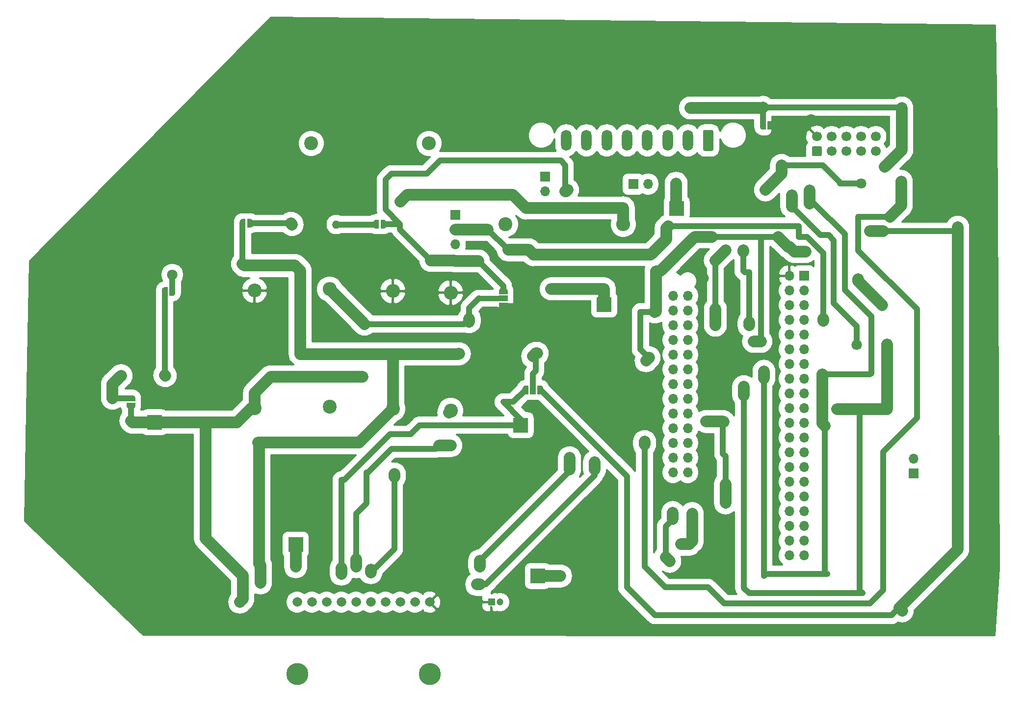
<source format=gbr>
%TF.GenerationSoftware,KiCad,Pcbnew,(5.1.9-0-10_14)*%
%TF.CreationDate,2021-03-10T15:44:04+00:00*%
%TF.ProjectId,base8x,62617365-3878-42e6-9b69-6361645f7063,rev?*%
%TF.SameCoordinates,Original*%
%TF.FileFunction,Copper,L1,Top*%
%TF.FilePolarity,Positive*%
%FSLAX46Y46*%
G04 Gerber Fmt 4.6, Leading zero omitted, Abs format (unit mm)*
G04 Created by KiCad (PCBNEW (5.1.9-0-10_14)) date 2021-03-10 15:44:04*
%MOMM*%
%LPD*%
G01*
G04 APERTURE LIST*
%TA.AperFunction,ComponentPad*%
%ADD10C,3.810000*%
%TD*%
%TA.AperFunction,ComponentPad*%
%ADD11C,1.665000*%
%TD*%
%TA.AperFunction,ComponentPad*%
%ADD12O,1.700000X1.700000*%
%TD*%
%TA.AperFunction,ComponentPad*%
%ADD13R,1.700000X1.700000*%
%TD*%
%TA.AperFunction,ComponentPad*%
%ADD14O,1.400000X1.400000*%
%TD*%
%TA.AperFunction,ComponentPad*%
%ADD15C,1.400000*%
%TD*%
%TA.AperFunction,ComponentPad*%
%ADD16O,2.400000X2.400000*%
%TD*%
%TA.AperFunction,ComponentPad*%
%ADD17C,2.400000*%
%TD*%
%TA.AperFunction,SMDPad,CuDef*%
%ADD18R,2.500000X2.500000*%
%TD*%
%TA.AperFunction,ComponentPad*%
%ADD19C,1.700000*%
%TD*%
%TA.AperFunction,SMDPad,CuDef*%
%ADD20C,0.100000*%
%TD*%
%TA.AperFunction,SMDPad,CuDef*%
%ADD21R,1.000000X1.500000*%
%TD*%
%TA.AperFunction,SMDPad,CuDef*%
%ADD22R,1.500000X1.000000*%
%TD*%
%TA.AperFunction,ComponentPad*%
%ADD23O,1.800000X3.600000*%
%TD*%
%TA.AperFunction,ComponentPad*%
%ADD24R,1.200000X1.200000*%
%TD*%
%TA.AperFunction,ComponentPad*%
%ADD25C,1.200000*%
%TD*%
%TA.AperFunction,ViaPad*%
%ADD26C,1.800000*%
%TD*%
%TA.AperFunction,Conductor*%
%ADD27C,1.000000*%
%TD*%
%TA.AperFunction,Conductor*%
%ADD28C,2.000000*%
%TD*%
%TA.AperFunction,Conductor*%
%ADD29C,0.900000*%
%TD*%
%TA.AperFunction,Conductor*%
%ADD30C,0.300000*%
%TD*%
%TA.AperFunction,Conductor*%
%ADD31C,0.100000*%
%TD*%
G04 APERTURE END LIST*
D10*
%TO.P,IC1,MH2*%
%TO.N,Net-(IC1-PadMH2)*%
X-305308000Y-122428000D03*
%TO.P,IC1,MH1*%
%TO.N,Net-(IC1-PadMH1)*%
X-282448000Y-122428000D03*
D11*
%TO.P,IC1,10*%
%TO.N,Net-(IC1-Pad10)*%
X-305308000Y-109982000D03*
%TO.P,IC1,9*%
%TO.N,Net-(IC1-Pad9)*%
X-302768000Y-109982000D03*
%TO.P,IC1,8*%
%TO.N,Net-(IC1-Pad8)*%
X-300228000Y-109982000D03*
%TO.P,IC1,7*%
%TO.N,A_V_D_LOC*%
X-297688000Y-109982000D03*
%TO.P,IC1,6*%
%TO.N,Net-(IC1-Pad6)*%
X-295148000Y-109982000D03*
%TO.P,IC1,5*%
%TO.N,Net-(IC1-Pad5)*%
X-292608000Y-109982000D03*
%TO.P,IC1,4*%
%TO.N,SDA*%
X-290068000Y-109982000D03*
%TO.P,IC1,3*%
%TO.N,SCL*%
X-287528000Y-109982000D03*
%TO.P,IC1,2*%
%TO.N,GND*%
X-284988000Y-109982000D03*
%TO.P,IC1,1*%
%TO.N,+5V*%
X-282448000Y-109982000D03*
%TD*%
D12*
%TO.P,Raspberry_header1,40*%
%TO.N,Net-(Raspberry_header1-Pad40)*%
X-220360000Y-101930000D03*
%TO.P,Raspberry_header1,39*%
%TO.N,GND*%
X-217820000Y-101930000D03*
%TO.P,Raspberry_header1,38*%
%TO.N,Net-(Raspberry_header1-Pad38)*%
X-220360000Y-99390000D03*
%TO.P,Raspberry_header1,37*%
%TO.N,Net-(Raspberry_header1-Pad37)*%
X-217820000Y-99390000D03*
%TO.P,Raspberry_header1,36*%
%TO.N,Net-(Raspberry_header1-Pad36)*%
X-220360000Y-96850000D03*
%TO.P,Raspberry_header1,35*%
%TO.N,Net-(Raspberry_header1-Pad35)*%
X-217820000Y-96850000D03*
%TO.P,Raspberry_header1,34*%
%TO.N,Net-(Raspberry_header1-Pad34)*%
X-220360000Y-94310000D03*
%TO.P,Raspberry_header1,33*%
%TO.N,Net-(Raspberry_header1-Pad33)*%
X-217820000Y-94310000D03*
%TO.P,Raspberry_header1,32*%
%TO.N,Net-(Raspberry_header1-Pad32)*%
X-220360000Y-91770000D03*
%TO.P,Raspberry_header1,31*%
%TO.N,GPIO6*%
X-217820000Y-91770000D03*
%TO.P,Raspberry_header1,30*%
%TO.N,Net-(Raspberry_header1-Pad30)*%
X-220360000Y-89230000D03*
%TO.P,Raspberry_header1,29*%
%TO.N,Net-(Raspberry_header1-Pad29)*%
X-217820000Y-89230000D03*
%TO.P,Raspberry_header1,28*%
%TO.N,Net-(Raspberry_header1-Pad28)*%
X-220360000Y-86690000D03*
%TO.P,Raspberry_header1,27*%
%TO.N,Net-(Raspberry_header1-Pad27)*%
X-217820000Y-86690000D03*
%TO.P,Raspberry_header1,26*%
%TO.N,Net-(Raspberry_header1-Pad26)*%
X-220360000Y-84150000D03*
%TO.P,Raspberry_header1,25*%
%TO.N,Net-(Raspberry_header1-Pad25)*%
X-217820000Y-84150000D03*
%TO.P,Raspberry_header1,24*%
%TO.N,SCK*%
X-220360000Y-81610000D03*
%TO.P,Raspberry_header1,23*%
%TO.N,SCLK*%
X-217820000Y-81610000D03*
%TO.P,Raspberry_header1,22*%
%TO.N,Net-(Raspberry_header1-Pad22)*%
X-220360000Y-79070000D03*
%TO.P,Raspberry_header1,21*%
%TO.N,MISO*%
X-217820000Y-79070000D03*
%TO.P,Raspberry_header1,20*%
%TO.N,Net-(Raspberry_header1-Pad20)*%
X-220360000Y-76530000D03*
%TO.P,Raspberry_header1,19*%
%TO.N,MOSI*%
X-217820000Y-76530000D03*
%TO.P,Raspberry_header1,18*%
%TO.N,Net-(Raspberry_header1-Pad18)*%
X-220360000Y-73990000D03*
%TO.P,Raspberry_header1,17*%
%TO.N,Net-(Raspberry_header1-Pad17)*%
X-217820000Y-73990000D03*
%TO.P,Raspberry_header1,16*%
%TO.N,Net-(Raspberry_header1-Pad16)*%
X-220360000Y-71450000D03*
%TO.P,Raspberry_header1,15*%
%TO.N,Net-(Raspberry_header1-Pad15)*%
X-217820000Y-71450000D03*
%TO.P,Raspberry_header1,14*%
%TO.N,Net-(Raspberry_header1-Pad14)*%
X-220360000Y-68910000D03*
%TO.P,Raspberry_header1,13*%
%TO.N,Net-(Raspberry_header1-Pad13)*%
X-217820000Y-68910000D03*
%TO.P,Raspberry_header1,12*%
%TO.N,Net-(Raspberry_header1-Pad12)*%
X-220360000Y-66370000D03*
%TO.P,Raspberry_header1,11*%
%TO.N,Net-(Raspberry_header1-Pad11)*%
X-217820000Y-66370000D03*
%TO.P,Raspberry_header1,10*%
%TO.N,Net-(Raspberry_header1-Pad10)*%
X-220360000Y-63830000D03*
%TO.P,Raspberry_header1,9*%
%TO.N,Net-(Raspberry_header1-Pad9)*%
X-217820000Y-63830000D03*
%TO.P,Raspberry_header1,8*%
%TO.N,Net-(Raspberry_header1-Pad8)*%
X-220360000Y-61290000D03*
%TO.P,Raspberry_header1,7*%
%TO.N,CLK0*%
X-217820000Y-61290000D03*
%TO.P,Raspberry_header1,6*%
%TO.N,Net-(Raspberry_header1-Pad6)*%
X-220360000Y-58750000D03*
%TO.P,Raspberry_header1,5*%
%TO.N,SCL*%
X-217820000Y-58750000D03*
%TO.P,Raspberry_header1,4*%
%TO.N,Net-(Raspberry_header1-Pad4)*%
X-220360000Y-56210000D03*
%TO.P,Raspberry_header1,3*%
%TO.N,SDA*%
X-217820000Y-56210000D03*
%TO.P,Raspberry_header1,2*%
%TO.N,+5V*%
X-220360000Y-53670000D03*
D13*
%TO.P,Raspberry_header1,1*%
%TO.N,+3V3*%
X-217820000Y-53670000D03*
%TD*%
D14*
%TO.P,D2,2*%
%TO.N,Net-(D2-Pad2)*%
X-328071640Y-70898520D03*
D15*
%TO.P,D2,1*%
%TO.N,Net-(D2-Pad1)*%
X-335691640Y-70898520D03*
%TD*%
D14*
%TO.P,D1,2*%
%TO.N,Net-(D1-Pad2)*%
X-298550000Y-44800000D03*
D15*
%TO.P,D1,1*%
%TO.N,Net-(D1-Pad1)*%
X-306170000Y-44800000D03*
%TD*%
D16*
%TO.P,Resistor1,2*%
%TO.N,+3V3*%
X-282550000Y-30810000D03*
D17*
%TO.P,Resistor1,1*%
%TO.N,CLK0*%
X-302870000Y-30810000D03*
%TD*%
D16*
%TO.P,R5,2*%
%TO.N,A_I-*%
X-249021600Y-44780200D03*
D17*
%TO.P,R5,1*%
%TO.N,A_I-_EXT*%
X-269341600Y-44780200D03*
%TD*%
D16*
%TO.P,R4,2*%
%TO.N,Net-(J4-Pad2)*%
X-299690000Y-55970000D03*
D17*
%TO.P,R4,1*%
%TO.N,Net-(IC1-Pad5)*%
X-299690000Y-76290000D03*
%TD*%
D16*
%TO.P,R3,2*%
%TO.N,+5V*%
X-278810000Y-56580000D03*
D17*
%TO.P,R3,1*%
%TO.N,Net-(IC1-Pad6)*%
X-278810000Y-76900000D03*
%TD*%
D16*
%TO.P,R2,2*%
%TO.N,+5V*%
X-312650000Y-56200000D03*
D17*
%TO.P,R2,1*%
%TO.N,Net-(IC1-Pad10)*%
X-312650000Y-76520000D03*
%TD*%
D16*
%TO.P,R1,2*%
%TO.N,+5V*%
X-288790000Y-56280000D03*
D17*
%TO.P,R1,1*%
%TO.N,Net-(IC1-Pad9)*%
X-288790000Y-76600000D03*
%TD*%
D18*
%TO.P,TP5,1*%
%TO.N,A_V_D_LOC*%
X-266720000Y-79440000D03*
%TD*%
%TO.P,TP4,1*%
%TO.N,Net-(IC1-Pad10)*%
X-329936000Y-78930000D03*
%TD*%
%TO.P,TP3,1*%
%TO.N,Net-(IC1-Pad9)*%
X-252320000Y-58640000D03*
%TD*%
%TO.P,TP2,1*%
%TO.N,Net-(IC1-Pad8)*%
X-305562000Y-100076000D03*
%TD*%
%TO.P,J1,1*%
%TO.N,MISO*%
%TA.AperFunction,ComponentPad*%
G36*
G01*
X-215020600Y-33006400D02*
X-216220600Y-33006400D01*
G75*
G02*
X-216470600Y-32756400I0J250000D01*
G01*
X-216470600Y-31556400D01*
G75*
G02*
X-216220600Y-31306400I250000J0D01*
G01*
X-215020600Y-31306400D01*
G75*
G02*
X-214770600Y-31556400I0J-250000D01*
G01*
X-214770600Y-32756400D01*
G75*
G02*
X-215020600Y-33006400I-250000J0D01*
G01*
G37*
%TD.AperFunction*%
D19*
%TO.P,J1,3*%
%TO.N,SCK*%
X-213080600Y-32156400D03*
%TO.P,J1,5*%
%TO.N,A_V_D_EXT*%
X-210540600Y-32156400D03*
%TO.P,J1,7*%
%TO.N,SDA*%
X-208000600Y-32156400D03*
%TO.P,J1,9*%
%TO.N,/Vin*%
X-205460600Y-32156400D03*
%TO.P,J1,2*%
%TO.N,+5V*%
X-215620600Y-29616400D03*
%TO.P,J1,4*%
%TO.N,MOSI*%
X-213080600Y-29616400D03*
%TO.P,J1,6*%
%TO.N,GND*%
X-210540600Y-29616400D03*
%TO.P,J1,8*%
%TO.N,SCL*%
X-208000600Y-29616400D03*
%TO.P,J1,10*%
%TO.N,~A_CS*%
X-205460600Y-29616400D03*
%TD*%
%TA.AperFunction,SMDPad,CuDef*%
D20*
%TO.P,J2,1*%
%TO.N,A_V_D_LOC*%
G36*
X-265354500Y-74117900D02*
G01*
X-265904500Y-74117900D01*
X-265904500Y-74117298D01*
X-265929034Y-74117298D01*
X-265977865Y-74112488D01*
X-266025990Y-74102916D01*
X-266072945Y-74088672D01*
X-266118278Y-74069895D01*
X-266161551Y-74046764D01*
X-266202350Y-74019504D01*
X-266240279Y-73988376D01*
X-266274976Y-73953679D01*
X-266306104Y-73915750D01*
X-266333364Y-73874951D01*
X-266356495Y-73831678D01*
X-266375272Y-73786345D01*
X-266389516Y-73739390D01*
X-266399088Y-73691265D01*
X-266403898Y-73642434D01*
X-266403898Y-73617900D01*
X-266404500Y-73617900D01*
X-266404500Y-73117900D01*
X-266403898Y-73117900D01*
X-266403898Y-73093366D01*
X-266399088Y-73044535D01*
X-266389516Y-72996410D01*
X-266375272Y-72949455D01*
X-266356495Y-72904122D01*
X-266333364Y-72860849D01*
X-266306104Y-72820050D01*
X-266274976Y-72782121D01*
X-266240279Y-72747424D01*
X-266202350Y-72716296D01*
X-266161551Y-72689036D01*
X-266118278Y-72665905D01*
X-266072945Y-72647128D01*
X-266025990Y-72632884D01*
X-265977865Y-72623312D01*
X-265929034Y-72618502D01*
X-265904500Y-72618502D01*
X-265904500Y-72617900D01*
X-265354500Y-72617900D01*
X-265354500Y-74117900D01*
G37*
%TD.AperFunction*%
%TA.AperFunction,SMDPad,CuDef*%
%TO.P,J2,3*%
%TO.N,A_V_D_EXT*%
G36*
X-263304500Y-72618502D02*
G01*
X-263279966Y-72618502D01*
X-263231135Y-72623312D01*
X-263183010Y-72632884D01*
X-263136055Y-72647128D01*
X-263090722Y-72665905D01*
X-263047449Y-72689036D01*
X-263006650Y-72716296D01*
X-262968721Y-72747424D01*
X-262934024Y-72782121D01*
X-262902896Y-72820050D01*
X-262875636Y-72860849D01*
X-262852505Y-72904122D01*
X-262833728Y-72949455D01*
X-262819484Y-72996410D01*
X-262809912Y-73044535D01*
X-262805102Y-73093366D01*
X-262805102Y-73117900D01*
X-262804500Y-73117900D01*
X-262804500Y-73617900D01*
X-262805102Y-73617900D01*
X-262805102Y-73642434D01*
X-262809912Y-73691265D01*
X-262819484Y-73739390D01*
X-262833728Y-73786345D01*
X-262852505Y-73831678D01*
X-262875636Y-73874951D01*
X-262902896Y-73915750D01*
X-262934024Y-73953679D01*
X-262968721Y-73988376D01*
X-263006650Y-74019504D01*
X-263047449Y-74046764D01*
X-263090722Y-74069895D01*
X-263136055Y-74088672D01*
X-263183010Y-74102916D01*
X-263231135Y-74112488D01*
X-263279966Y-74117298D01*
X-263304500Y-74117298D01*
X-263304500Y-74117900D01*
X-263854500Y-74117900D01*
X-263854500Y-72617900D01*
X-263304500Y-72617900D01*
X-263304500Y-72618502D01*
G37*
%TD.AperFunction*%
D21*
%TO.P,J2,2*%
%TO.N,A_V_D*%
X-264604500Y-73367900D03*
%TD*%
D12*
%TO.P,J3,3*%
%TO.N,+3V3*%
X-237910000Y-57110000D03*
%TO.P,J3,4*%
%TO.N,A_V_D*%
X-240450000Y-57110000D03*
%TO.P,J3,5*%
X-237910000Y-59650000D03*
%TO.P,J3,6*%
%TO.N,SCL*%
X-240450000Y-59650000D03*
%TO.P,J3,7*%
%TO.N,SDA*%
X-237910000Y-62190000D03*
%TO.P,J3,8*%
X-240450000Y-62190000D03*
%TO.P,J3,9*%
%TO.N,SCL*%
X-237910000Y-64730000D03*
%TO.P,J3,10*%
%TO.N,Net-(J3-Pad10)*%
X-240450000Y-64730000D03*
%TO.P,J3,11*%
%TO.N,~A_CS*%
X-237910000Y-67270000D03*
%TO.P,J3,12*%
X-240450000Y-67270000D03*
%TO.P,J3,13*%
%TO.N,MISO*%
X-237910000Y-69810000D03*
%TO.P,J3,14*%
%TO.N,Net-(J3-Pad14)*%
X-240450000Y-69810000D03*
%TO.P,J3,15*%
%TO.N,MOSI*%
X-237910000Y-72350000D03*
%TO.P,J3,16*%
%TO.N,Net-(J3-Pad16)*%
X-240450000Y-72350000D03*
%TO.P,J3,17*%
%TO.N,SCK*%
X-237910000Y-74890000D03*
%TO.P,J3,18*%
%TO.N,Net-(J3-Pad18)*%
X-240450000Y-74890000D03*
%TO.P,J3,19*%
%TO.N,GND*%
X-237910000Y-77430000D03*
%TO.P,J3,20*%
X-240450000Y-77430000D03*
%TO.P,J3,21*%
%TO.N,A_I+*%
X-237910000Y-79970000D03*
%TO.P,J3,22*%
%TO.N,Net-(J3-Pad22)*%
X-240450000Y-79970000D03*
%TO.P,J3,23*%
%TO.N,A_V+*%
X-237910000Y-82510000D03*
%TO.P,J3,24*%
%TO.N,Net-(J3-Pad24)*%
X-240450000Y-82510000D03*
%TO.P,J3,25*%
%TO.N,A_V-*%
X-237910000Y-85050000D03*
%TO.P,J3,26*%
%TO.N,Net-(J3-Pad26)*%
X-240450000Y-85050000D03*
%TO.P,J3,27*%
%TO.N,A_I-*%
X-237910000Y-87590000D03*
%TO.P,J3,28*%
%TO.N,Net-(J3-Pad28)*%
X-240450000Y-87590000D03*
%TD*%
D22*
%TO.P,J4,2*%
%TO.N,Net-(J4-Pad2)*%
X-269720000Y-57570000D03*
%TA.AperFunction,SMDPad,CuDef*%
D20*
%TO.P,J4,3*%
%TO.N,+5V*%
G36*
X-268970602Y-58870000D02*
G01*
X-268970602Y-58894534D01*
X-268975412Y-58943365D01*
X-268984984Y-58991490D01*
X-268999228Y-59038445D01*
X-269018005Y-59083778D01*
X-269041136Y-59127051D01*
X-269068396Y-59167850D01*
X-269099524Y-59205779D01*
X-269134221Y-59240476D01*
X-269172150Y-59271604D01*
X-269212949Y-59298864D01*
X-269256222Y-59321995D01*
X-269301555Y-59340772D01*
X-269348510Y-59355016D01*
X-269396635Y-59364588D01*
X-269445466Y-59369398D01*
X-269470000Y-59369398D01*
X-269470000Y-59370000D01*
X-269970000Y-59370000D01*
X-269970000Y-59369398D01*
X-269994534Y-59369398D01*
X-270043365Y-59364588D01*
X-270091490Y-59355016D01*
X-270138445Y-59340772D01*
X-270183778Y-59321995D01*
X-270227051Y-59298864D01*
X-270267850Y-59271604D01*
X-270305779Y-59240476D01*
X-270340476Y-59205779D01*
X-270371604Y-59167850D01*
X-270398864Y-59127051D01*
X-270421995Y-59083778D01*
X-270440772Y-59038445D01*
X-270455016Y-58991490D01*
X-270464588Y-58943365D01*
X-270469398Y-58894534D01*
X-270469398Y-58870000D01*
X-270470000Y-58870000D01*
X-270470000Y-58320000D01*
X-268970000Y-58320000D01*
X-268970000Y-58870000D01*
X-268970602Y-58870000D01*
G37*
%TD.AperFunction*%
%TA.AperFunction,SMDPad,CuDef*%
%TO.P,J4,1*%
%TO.N,GND*%
G36*
X-270470000Y-56820000D02*
G01*
X-270470000Y-56270000D01*
X-270469398Y-56270000D01*
X-270469398Y-56245466D01*
X-270464588Y-56196635D01*
X-270455016Y-56148510D01*
X-270440772Y-56101555D01*
X-270421995Y-56056222D01*
X-270398864Y-56012949D01*
X-270371604Y-55972150D01*
X-270340476Y-55934221D01*
X-270305779Y-55899524D01*
X-270267850Y-55868396D01*
X-270227051Y-55841136D01*
X-270183778Y-55818005D01*
X-270138445Y-55799228D01*
X-270091490Y-55784984D01*
X-270043365Y-55775412D01*
X-269994534Y-55770602D01*
X-269970000Y-55770602D01*
X-269970000Y-55770000D01*
X-269470000Y-55770000D01*
X-269470000Y-55770602D01*
X-269445466Y-55770602D01*
X-269396635Y-55775412D01*
X-269348510Y-55784984D01*
X-269301555Y-55799228D01*
X-269256222Y-55818005D01*
X-269212949Y-55841136D01*
X-269172150Y-55868396D01*
X-269134221Y-55899524D01*
X-269099524Y-55934221D01*
X-269068396Y-55972150D01*
X-269041136Y-56012949D01*
X-269018005Y-56056222D01*
X-268999228Y-56101555D01*
X-268984984Y-56148510D01*
X-268975412Y-56196635D01*
X-268970602Y-56245466D01*
X-268970602Y-56270000D01*
X-268970000Y-56270000D01*
X-268970000Y-56820000D01*
X-270470000Y-56820000D01*
G37*
%TD.AperFunction*%
%TD*%
%TO.P,J9,1*%
%TO.N,GND*%
%TA.AperFunction,ComponentPad*%
G36*
G01*
X-233465800Y-28752200D02*
X-233465800Y-31852200D01*
G75*
G02*
X-233715800Y-32102200I-250000J0D01*
G01*
X-235015800Y-32102200D01*
G75*
G02*
X-235265800Y-31852200I0J250000D01*
G01*
X-235265800Y-28752200D01*
G75*
G02*
X-235015800Y-28502200I250000J0D01*
G01*
X-233715800Y-28502200D01*
G75*
G02*
X-233465800Y-28752200I0J-250000D01*
G01*
G37*
%TD.AperFunction*%
D23*
%TO.P,J9,2*%
%TO.N,/Vin*%
X-237865800Y-30302200D03*
%TO.P,J9,3*%
%TO.N,Net-(J9-Pad3)*%
X-241365800Y-30302200D03*
%TO.P,J9,4*%
%TO.N,A_I-*%
X-244865800Y-30302200D03*
%TO.P,J9,5*%
%TO.N,A_I-_EXT*%
X-248365800Y-30302200D03*
%TO.P,J9,6*%
%TO.N,A_V-*%
X-251865800Y-30302200D03*
%TO.P,J9,7*%
%TO.N,A_V+*%
X-255365800Y-30302200D03*
%TO.P,J9,8*%
%TO.N,A_I+*%
X-258865800Y-30302200D03*
%TD*%
%TA.AperFunction,SMDPad,CuDef*%
D20*
%TO.P,JP2,1*%
%TO.N,Net-(IC1-Pad9)*%
G36*
X-314220000Y-45340000D02*
G01*
X-314720000Y-45340000D01*
X-314720000Y-45339398D01*
X-314744534Y-45339398D01*
X-314793365Y-45334588D01*
X-314841490Y-45325016D01*
X-314888445Y-45310772D01*
X-314933778Y-45291995D01*
X-314977051Y-45268864D01*
X-315017850Y-45241604D01*
X-315055779Y-45210476D01*
X-315090476Y-45175779D01*
X-315121604Y-45137850D01*
X-315148864Y-45097051D01*
X-315171995Y-45053778D01*
X-315190772Y-45008445D01*
X-315205016Y-44961490D01*
X-315214588Y-44913365D01*
X-315219398Y-44864534D01*
X-315219398Y-44840000D01*
X-315220000Y-44840000D01*
X-315220000Y-44340000D01*
X-315219398Y-44340000D01*
X-315219398Y-44315466D01*
X-315214588Y-44266635D01*
X-315205016Y-44218510D01*
X-315190772Y-44171555D01*
X-315171995Y-44126222D01*
X-315148864Y-44082949D01*
X-315121604Y-44042150D01*
X-315090476Y-44004221D01*
X-315055779Y-43969524D01*
X-315017850Y-43938396D01*
X-314977051Y-43911136D01*
X-314933778Y-43888005D01*
X-314888445Y-43869228D01*
X-314841490Y-43854984D01*
X-314793365Y-43845412D01*
X-314744534Y-43840602D01*
X-314720000Y-43840602D01*
X-314720000Y-43840000D01*
X-314220000Y-43840000D01*
X-314220000Y-45340000D01*
G37*
%TD.AperFunction*%
%TA.AperFunction,SMDPad,CuDef*%
%TO.P,JP2,2*%
%TO.N,Net-(D1-Pad1)*%
G36*
X-313420000Y-43840602D02*
G01*
X-313395466Y-43840602D01*
X-313346635Y-43845412D01*
X-313298510Y-43854984D01*
X-313251555Y-43869228D01*
X-313206222Y-43888005D01*
X-313162949Y-43911136D01*
X-313122150Y-43938396D01*
X-313084221Y-43969524D01*
X-313049524Y-44004221D01*
X-313018396Y-44042150D01*
X-312991136Y-44082949D01*
X-312968005Y-44126222D01*
X-312949228Y-44171555D01*
X-312934984Y-44218510D01*
X-312925412Y-44266635D01*
X-312920602Y-44315466D01*
X-312920602Y-44340000D01*
X-312920000Y-44340000D01*
X-312920000Y-44840000D01*
X-312920602Y-44840000D01*
X-312920602Y-44864534D01*
X-312925412Y-44913365D01*
X-312934984Y-44961490D01*
X-312949228Y-45008445D01*
X-312968005Y-45053778D01*
X-312991136Y-45097051D01*
X-313018396Y-45137850D01*
X-313049524Y-45175779D01*
X-313084221Y-45210476D01*
X-313122150Y-45241604D01*
X-313162949Y-45268864D01*
X-313206222Y-45291995D01*
X-313251555Y-45310772D01*
X-313298510Y-45325016D01*
X-313346635Y-45334588D01*
X-313395466Y-45339398D01*
X-313420000Y-45339398D01*
X-313420000Y-45340000D01*
X-313920000Y-45340000D01*
X-313920000Y-43840000D01*
X-313420000Y-43840000D01*
X-313420000Y-43840602D01*
G37*
%TD.AperFunction*%
%TD*%
%TA.AperFunction,SMDPad,CuDef*%
%TO.P,JP3,2*%
%TO.N,GND*%
G36*
X-290390000Y-44000602D02*
G01*
X-290365466Y-44000602D01*
X-290316635Y-44005412D01*
X-290268510Y-44014984D01*
X-290221555Y-44029228D01*
X-290176222Y-44048005D01*
X-290132949Y-44071136D01*
X-290092150Y-44098396D01*
X-290054221Y-44129524D01*
X-290019524Y-44164221D01*
X-289988396Y-44202150D01*
X-289961136Y-44242949D01*
X-289938005Y-44286222D01*
X-289919228Y-44331555D01*
X-289904984Y-44378510D01*
X-289895412Y-44426635D01*
X-289890602Y-44475466D01*
X-289890602Y-44500000D01*
X-289890000Y-44500000D01*
X-289890000Y-45000000D01*
X-289890602Y-45000000D01*
X-289890602Y-45024534D01*
X-289895412Y-45073365D01*
X-289904984Y-45121490D01*
X-289919228Y-45168445D01*
X-289938005Y-45213778D01*
X-289961136Y-45257051D01*
X-289988396Y-45297850D01*
X-290019524Y-45335779D01*
X-290054221Y-45370476D01*
X-290092150Y-45401604D01*
X-290132949Y-45428864D01*
X-290176222Y-45451995D01*
X-290221555Y-45470772D01*
X-290268510Y-45485016D01*
X-290316635Y-45494588D01*
X-290365466Y-45499398D01*
X-290390000Y-45499398D01*
X-290390000Y-45500000D01*
X-290890000Y-45500000D01*
X-290890000Y-44000000D01*
X-290390000Y-44000000D01*
X-290390000Y-44000602D01*
G37*
%TD.AperFunction*%
%TA.AperFunction,SMDPad,CuDef*%
%TO.P,JP3,1*%
%TO.N,Net-(D1-Pad2)*%
G36*
X-291190000Y-45500000D02*
G01*
X-291690000Y-45500000D01*
X-291690000Y-45499398D01*
X-291714534Y-45499398D01*
X-291763365Y-45494588D01*
X-291811490Y-45485016D01*
X-291858445Y-45470772D01*
X-291903778Y-45451995D01*
X-291947051Y-45428864D01*
X-291987850Y-45401604D01*
X-292025779Y-45370476D01*
X-292060476Y-45335779D01*
X-292091604Y-45297850D01*
X-292118864Y-45257051D01*
X-292141995Y-45213778D01*
X-292160772Y-45168445D01*
X-292175016Y-45121490D01*
X-292184588Y-45073365D01*
X-292189398Y-45024534D01*
X-292189398Y-45000000D01*
X-292190000Y-45000000D01*
X-292190000Y-44500000D01*
X-292189398Y-44500000D01*
X-292189398Y-44475466D01*
X-292184588Y-44426635D01*
X-292175016Y-44378510D01*
X-292160772Y-44331555D01*
X-292141995Y-44286222D01*
X-292118864Y-44242949D01*
X-292091604Y-44202150D01*
X-292060476Y-44164221D01*
X-292025779Y-44129524D01*
X-291987850Y-44098396D01*
X-291947051Y-44071136D01*
X-291903778Y-44048005D01*
X-291858445Y-44029228D01*
X-291811490Y-44014984D01*
X-291763365Y-44005412D01*
X-291714534Y-44000602D01*
X-291690000Y-44000602D01*
X-291690000Y-44000000D01*
X-291190000Y-44000000D01*
X-291190000Y-45500000D01*
G37*
%TD.AperFunction*%
%TD*%
%TA.AperFunction,SMDPad,CuDef*%
%TO.P,JP4,1*%
%TO.N,Net-(IC1-Pad10)*%
G36*
X-333224600Y-75587500D02*
G01*
X-333224600Y-76087500D01*
X-333225202Y-76087500D01*
X-333225202Y-76112034D01*
X-333230012Y-76160865D01*
X-333239584Y-76208990D01*
X-333253828Y-76255945D01*
X-333272605Y-76301278D01*
X-333295736Y-76344551D01*
X-333322996Y-76385350D01*
X-333354124Y-76423279D01*
X-333388821Y-76457976D01*
X-333426750Y-76489104D01*
X-333467549Y-76516364D01*
X-333510822Y-76539495D01*
X-333556155Y-76558272D01*
X-333603110Y-76572516D01*
X-333651235Y-76582088D01*
X-333700066Y-76586898D01*
X-333724600Y-76586898D01*
X-333724600Y-76587500D01*
X-334224600Y-76587500D01*
X-334224600Y-76586898D01*
X-334249134Y-76586898D01*
X-334297965Y-76582088D01*
X-334346090Y-76572516D01*
X-334393045Y-76558272D01*
X-334438378Y-76539495D01*
X-334481651Y-76516364D01*
X-334522450Y-76489104D01*
X-334560379Y-76457976D01*
X-334595076Y-76423279D01*
X-334626204Y-76385350D01*
X-334653464Y-76344551D01*
X-334676595Y-76301278D01*
X-334695372Y-76255945D01*
X-334709616Y-76208990D01*
X-334719188Y-76160865D01*
X-334723998Y-76112034D01*
X-334723998Y-76087500D01*
X-334724600Y-76087500D01*
X-334724600Y-75587500D01*
X-333224600Y-75587500D01*
G37*
%TD.AperFunction*%
%TA.AperFunction,SMDPad,CuDef*%
%TO.P,JP4,2*%
%TO.N,Net-(D2-Pad1)*%
G36*
X-334723998Y-74787500D02*
G01*
X-334723998Y-74762966D01*
X-334719188Y-74714135D01*
X-334709616Y-74666010D01*
X-334695372Y-74619055D01*
X-334676595Y-74573722D01*
X-334653464Y-74530449D01*
X-334626204Y-74489650D01*
X-334595076Y-74451721D01*
X-334560379Y-74417024D01*
X-334522450Y-74385896D01*
X-334481651Y-74358636D01*
X-334438378Y-74335505D01*
X-334393045Y-74316728D01*
X-334346090Y-74302484D01*
X-334297965Y-74292912D01*
X-334249134Y-74288102D01*
X-334224600Y-74288102D01*
X-334224600Y-74287500D01*
X-333724600Y-74287500D01*
X-333724600Y-74288102D01*
X-333700066Y-74288102D01*
X-333651235Y-74292912D01*
X-333603110Y-74302484D01*
X-333556155Y-74316728D01*
X-333510822Y-74335505D01*
X-333467549Y-74358636D01*
X-333426750Y-74385896D01*
X-333388821Y-74417024D01*
X-333354124Y-74451721D01*
X-333322996Y-74489650D01*
X-333295736Y-74530449D01*
X-333272605Y-74573722D01*
X-333253828Y-74619055D01*
X-333239584Y-74666010D01*
X-333230012Y-74714135D01*
X-333225202Y-74762966D01*
X-333225202Y-74787500D01*
X-333224600Y-74787500D01*
X-333224600Y-75287500D01*
X-334724600Y-75287500D01*
X-334724600Y-74787500D01*
X-334723998Y-74787500D01*
G37*
%TD.AperFunction*%
%TD*%
%TA.AperFunction,SMDPad,CuDef*%
%TO.P,JP5,1*%
%TO.N,Net-(D2-Pad2)*%
G36*
X-327650000Y-57120000D02*
G01*
X-328150000Y-57120000D01*
X-328150000Y-57119398D01*
X-328174534Y-57119398D01*
X-328223365Y-57114588D01*
X-328271490Y-57105016D01*
X-328318445Y-57090772D01*
X-328363778Y-57071995D01*
X-328407051Y-57048864D01*
X-328447850Y-57021604D01*
X-328485779Y-56990476D01*
X-328520476Y-56955779D01*
X-328551604Y-56917850D01*
X-328578864Y-56877051D01*
X-328601995Y-56833778D01*
X-328620772Y-56788445D01*
X-328635016Y-56741490D01*
X-328644588Y-56693365D01*
X-328649398Y-56644534D01*
X-328649398Y-56620000D01*
X-328650000Y-56620000D01*
X-328650000Y-56120000D01*
X-328649398Y-56120000D01*
X-328649398Y-56095466D01*
X-328644588Y-56046635D01*
X-328635016Y-55998510D01*
X-328620772Y-55951555D01*
X-328601995Y-55906222D01*
X-328578864Y-55862949D01*
X-328551604Y-55822150D01*
X-328520476Y-55784221D01*
X-328485779Y-55749524D01*
X-328447850Y-55718396D01*
X-328407051Y-55691136D01*
X-328363778Y-55668005D01*
X-328318445Y-55649228D01*
X-328271490Y-55634984D01*
X-328223365Y-55625412D01*
X-328174534Y-55620602D01*
X-328150000Y-55620602D01*
X-328150000Y-55620000D01*
X-327650000Y-55620000D01*
X-327650000Y-57120000D01*
G37*
%TD.AperFunction*%
%TA.AperFunction,SMDPad,CuDef*%
%TO.P,JP5,2*%
%TO.N,GND*%
G36*
X-326850000Y-55620602D02*
G01*
X-326825466Y-55620602D01*
X-326776635Y-55625412D01*
X-326728510Y-55634984D01*
X-326681555Y-55649228D01*
X-326636222Y-55668005D01*
X-326592949Y-55691136D01*
X-326552150Y-55718396D01*
X-326514221Y-55749524D01*
X-326479524Y-55784221D01*
X-326448396Y-55822150D01*
X-326421136Y-55862949D01*
X-326398005Y-55906222D01*
X-326379228Y-55951555D01*
X-326364984Y-55998510D01*
X-326355412Y-56046635D01*
X-326350602Y-56095466D01*
X-326350602Y-56120000D01*
X-326350000Y-56120000D01*
X-326350000Y-56620000D01*
X-326350602Y-56620000D01*
X-326350602Y-56644534D01*
X-326355412Y-56693365D01*
X-326364984Y-56741490D01*
X-326379228Y-56788445D01*
X-326398005Y-56833778D01*
X-326421136Y-56877051D01*
X-326448396Y-56917850D01*
X-326479524Y-56955779D01*
X-326514221Y-56990476D01*
X-326552150Y-57021604D01*
X-326592949Y-57048864D01*
X-326636222Y-57071995D01*
X-326681555Y-57090772D01*
X-326728510Y-57105016D01*
X-326776635Y-57114588D01*
X-326825466Y-57119398D01*
X-326850000Y-57119398D01*
X-326850000Y-57120000D01*
X-327350000Y-57120000D01*
X-327350000Y-55620000D01*
X-326850000Y-55620000D01*
X-326850000Y-55620602D01*
G37*
%TD.AperFunction*%
%TD*%
%TA.AperFunction,SMDPad,CuDef*%
%TO.P,JP6,2*%
%TO.N,/Vin*%
G36*
X-224932000Y-28435398D02*
G01*
X-224956534Y-28435398D01*
X-225005365Y-28430588D01*
X-225053490Y-28421016D01*
X-225100445Y-28406772D01*
X-225145778Y-28387995D01*
X-225189051Y-28364864D01*
X-225229850Y-28337604D01*
X-225267779Y-28306476D01*
X-225302476Y-28271779D01*
X-225333604Y-28233850D01*
X-225360864Y-28193051D01*
X-225383995Y-28149778D01*
X-225402772Y-28104445D01*
X-225417016Y-28057490D01*
X-225426588Y-28009365D01*
X-225431398Y-27960534D01*
X-225431398Y-27936000D01*
X-225432000Y-27936000D01*
X-225432000Y-27436000D01*
X-225431398Y-27436000D01*
X-225431398Y-27411466D01*
X-225426588Y-27362635D01*
X-225417016Y-27314510D01*
X-225402772Y-27267555D01*
X-225383995Y-27222222D01*
X-225360864Y-27178949D01*
X-225333604Y-27138150D01*
X-225302476Y-27100221D01*
X-225267779Y-27065524D01*
X-225229850Y-27034396D01*
X-225189051Y-27007136D01*
X-225145778Y-26984005D01*
X-225100445Y-26965228D01*
X-225053490Y-26950984D01*
X-225005365Y-26941412D01*
X-224956534Y-26936602D01*
X-224932000Y-26936602D01*
X-224932000Y-26936000D01*
X-224432000Y-26936000D01*
X-224432000Y-28436000D01*
X-224932000Y-28436000D01*
X-224932000Y-28435398D01*
G37*
%TD.AperFunction*%
%TA.AperFunction,SMDPad,CuDef*%
%TO.P,JP6,1*%
%TO.N,+5V*%
G36*
X-224132000Y-26936000D02*
G01*
X-223632000Y-26936000D01*
X-223632000Y-26936602D01*
X-223607466Y-26936602D01*
X-223558635Y-26941412D01*
X-223510510Y-26950984D01*
X-223463555Y-26965228D01*
X-223418222Y-26984005D01*
X-223374949Y-27007136D01*
X-223334150Y-27034396D01*
X-223296221Y-27065524D01*
X-223261524Y-27100221D01*
X-223230396Y-27138150D01*
X-223203136Y-27178949D01*
X-223180005Y-27222222D01*
X-223161228Y-27267555D01*
X-223146984Y-27314510D01*
X-223137412Y-27362635D01*
X-223132602Y-27411466D01*
X-223132602Y-27436000D01*
X-223132000Y-27436000D01*
X-223132000Y-27936000D01*
X-223132602Y-27936000D01*
X-223132602Y-27960534D01*
X-223137412Y-28009365D01*
X-223146984Y-28057490D01*
X-223161228Y-28104445D01*
X-223180005Y-28149778D01*
X-223203136Y-28193051D01*
X-223230396Y-28233850D01*
X-223261524Y-28271779D01*
X-223296221Y-28306476D01*
X-223334150Y-28337604D01*
X-223374949Y-28364864D01*
X-223418222Y-28387995D01*
X-223463555Y-28406772D01*
X-223510510Y-28421016D01*
X-223558635Y-28430588D01*
X-223607466Y-28435398D01*
X-223632000Y-28435398D01*
X-223632000Y-28436000D01*
X-224132000Y-28436000D01*
X-224132000Y-26936000D01*
G37*
%TD.AperFunction*%
%TD*%
D12*
%TO.P,P3,2*%
%TO.N,GND*%
X-262500000Y-39120000D03*
D13*
%TO.P,P3,1*%
%TO.N,A_I-_EXT*%
X-262500000Y-36580000D03*
%TD*%
%TO.P,P4,1*%
%TO.N,A_I-_EXT*%
X-247300000Y-37840000D03*
D12*
%TO.P,P4,2*%
%TO.N,A_I-*%
X-244760000Y-37840000D03*
%TD*%
D13*
%TO.P,Temp_sensor1,1*%
%TO.N,+3V3*%
X-278020000Y-43150000D03*
D12*
%TO.P,Temp_sensor1,2*%
%TO.N,CLK0*%
X-278020000Y-45690000D03*
%TO.P,Temp_sensor1,3*%
%TO.N,GND*%
X-278020000Y-48230000D03*
%TD*%
D18*
%TO.P,TP1,1*%
%TO.N,GND*%
X-263780000Y-105480000D03*
%TD*%
%TO.P,TP6,1*%
%TO.N,A_I-*%
X-239810000Y-42080000D03*
%TD*%
D24*
%TO.P,C1,1*%
%TO.N,+5V*%
X-271780000Y-109982000D03*
D25*
%TO.P,C1,2*%
%TO.N,GND*%
X-270280000Y-109982000D03*
%TD*%
D13*
%TO.P,J5,1*%
%TO.N,GPIO6*%
X-198930000Y-87750000D03*
D12*
%TO.P,J5,2*%
%TO.N,GND*%
X-198930000Y-85210000D03*
%TD*%
D26*
%TO.N,+5V*%
X-276098000Y-109982000D03*
X-248706000Y-54316000D03*
X-265684000Y-54356000D03*
X-230124000Y-58674000D03*
X-235204000Y-54102000D03*
X-216662000Y-26670000D03*
%TO.N,GND*%
X-259850000Y-105480000D03*
X-326850000Y-53470000D03*
X-259040000Y-39080000D03*
X-278040000Y-51100000D03*
%TO.N,MISO*%
X-214690000Y-79150000D03*
X-224758000Y-70136000D03*
X-216890000Y-38888000D03*
%TO.N,SCK*%
X-228346000Y-49276000D03*
X-227330000Y-62230000D03*
%TO.N,A_V_D_EXT*%
X-206502000Y-45974000D03*
%TO.N,SDA*%
X-208000600Y-37719400D03*
X-224490000Y-38830000D03*
X-233132000Y-62190000D03*
X-231394000Y-49276000D03*
X-258318000Y-85090000D03*
X-273812000Y-103886000D03*
%TO.N,/Vin*%
X-237420000Y-24690000D03*
X-203890000Y-34860000D03*
%TO.N,MOSI*%
X-212109992Y-76700008D03*
X-208720000Y-65560000D03*
X-203470000Y-65530000D03*
X-219960000Y-39760000D03*
X-228238010Y-72790010D03*
%TO.N,SCL*%
X-243370000Y-59840000D03*
X-217540000Y-49480000D03*
X-208520000Y-54210000D03*
X-204340000Y-58750000D03*
X-226538000Y-64994000D03*
X-245110000Y-68326000D03*
X-254000000Y-85852000D03*
X-274320000Y-106934000D03*
%TO.N,~A_CS*%
X-201060000Y-37370000D03*
X-245364000Y-82296000D03*
%TO.N,A_V_D_LOC*%
X-297688000Y-105156000D03*
%TO.N,A_V_D*%
X-263906000Y-67056000D03*
%TO.N,A_I+*%
X-231350000Y-92910000D03*
X-241010000Y-102920000D03*
X-240490000Y-94536000D03*
X-234756000Y-78800000D03*
%TO.N,A_V-*%
X-239100000Y-99990000D03*
X-237150000Y-94700000D03*
%TO.N,A_I-*%
X-239910000Y-37700000D03*
X-287470000Y-40830000D03*
%TO.N,Net-(J4-Pad2)*%
X-275610000Y-61590000D03*
%TO.N,CLK0*%
X-214510000Y-61420000D03*
%TO.N,Net-(IC1-Pad9)*%
X-277320000Y-67120000D03*
X-261470000Y-55910000D03*
X-311658000Y-106680000D03*
%TO.N,Net-(IC1-Pad10)*%
X-294020000Y-71100000D03*
X-315214000Y-109982000D03*
%TO.N,Net-(IC1-Pad6)*%
X-295148000Y-103886000D03*
X-278810000Y-82976000D03*
%TO.N,Net-(IC1-Pad5)*%
X-292608000Y-104902000D03*
X-288544000Y-87884000D03*
%TO.N,Net-(IC1-Pad8)*%
X-305562000Y-103886000D03*
%TD*%
D27*
%TO.N,+5V*%
X-223632000Y-27686000D02*
X-223416000Y-27686000D01*
X-269720000Y-58870000D02*
X-265742000Y-58870000D01*
X-265742000Y-58870000D02*
X-265684000Y-58812000D01*
X-265684000Y-58812000D02*
X-265684000Y-55118000D01*
D28*
X-265684000Y-55118000D02*
X-265684000Y-54356000D01*
%TO.N,GND*%
X-263780000Y-105480000D02*
X-259850000Y-105480000D01*
D27*
X-326850000Y-56370000D02*
X-326850000Y-53470000D01*
D28*
X-278040000Y-51100000D02*
X-276210000Y-51100000D01*
X-276210000Y-51100000D02*
X-274020000Y-51100000D01*
X-278136800Y-51003200D02*
X-278040000Y-51100000D01*
X-282218000Y-51003200D02*
X-278136800Y-51003200D01*
D27*
X-269720000Y-55400000D02*
X-274020000Y-51100000D01*
X-269720000Y-56270000D02*
X-269720000Y-55400000D01*
X-290390000Y-44750000D02*
X-287570000Y-44750000D01*
X-287570000Y-45651200D02*
X-282218000Y-51003200D01*
X-287570000Y-44750000D02*
X-287570000Y-45651200D01*
D28*
X-259040000Y-39080000D02*
X-258862000Y-39080000D01*
X-258862000Y-39080000D02*
X-258644000Y-38862000D01*
D27*
X-259040000Y-39080000D02*
X-259040000Y-34584000D01*
X-259040000Y-34584000D02*
X-259842000Y-33782000D01*
X-259842000Y-33782000D02*
X-280670000Y-33782000D01*
X-280670000Y-33782000D02*
X-282956000Y-36068000D01*
X-282956000Y-36068000D02*
X-289052000Y-36068000D01*
X-289052000Y-36068000D02*
X-290068000Y-37084000D01*
X-290068000Y-42252000D02*
X-287570000Y-44750000D01*
X-290068000Y-37084000D02*
X-290068000Y-42252000D01*
D28*
%TO.N,MISO*%
X-214260000Y-79580000D02*
X-214690000Y-79150000D01*
X-214690000Y-70672000D02*
X-214612000Y-70750000D01*
X-214690000Y-79150000D02*
X-214690000Y-70672000D01*
D27*
X-216132000Y-41170000D02*
X-216890000Y-41170000D01*
X-210820000Y-46482000D02*
X-216132000Y-41170000D01*
X-210820000Y-56134000D02*
X-210820000Y-46482000D01*
X-206248000Y-60706000D02*
X-210820000Y-56134000D01*
X-206248000Y-70478000D02*
X-206248000Y-60706000D01*
X-206442000Y-70672000D02*
X-206248000Y-70478000D01*
X-214690000Y-70672000D02*
X-206442000Y-70672000D01*
D28*
X-224758000Y-70136000D02*
X-224758000Y-71342000D01*
D27*
X-224758000Y-71342000D02*
X-224758000Y-105442000D01*
X-224758000Y-105442000D02*
X-224472000Y-105156000D01*
X-224472000Y-105156000D02*
X-213868000Y-105156000D01*
X-214260000Y-104764000D02*
X-214260000Y-79580000D01*
X-213868000Y-105156000D02*
X-214260000Y-104764000D01*
D28*
X-216890000Y-41170000D02*
X-216890000Y-38888000D01*
X-216890000Y-38888000D02*
X-216890000Y-38888000D01*
%TO.N,SCK*%
X-228346000Y-49276000D02*
X-228346000Y-49530000D01*
D27*
X-228346000Y-49276000D02*
X-228346000Y-52832000D01*
D28*
X-227330000Y-62230000D02*
X-227330000Y-61722000D01*
D27*
X-227330000Y-53086000D02*
X-227330000Y-61722000D01*
X-228092000Y-53086000D02*
X-228346000Y-52832000D01*
X-227330000Y-53086000D02*
X-228092000Y-53086000D01*
D28*
%TO.N,A_V_D_EXT*%
X-201410000Y-110980000D02*
X-191320000Y-100890000D01*
X-191320000Y-100890000D02*
X-191320000Y-45280000D01*
X-200914000Y-111476000D02*
X-201410000Y-110980000D01*
X-206502000Y-45974000D02*
X-204216000Y-45974000D01*
D27*
X-192014000Y-45974000D02*
X-191320000Y-45280000D01*
X-204216000Y-45974000D02*
X-192014000Y-45974000D01*
X-202698000Y-112268000D02*
X-201410000Y-110980000D01*
X-263304500Y-73367900D02*
X-248412000Y-88260400D01*
X-248412000Y-88260400D02*
X-248412000Y-107442000D01*
X-248412000Y-107442000D02*
X-243586000Y-112268000D01*
X-243586000Y-112268000D02*
X-202698000Y-112268000D01*
D28*
%TO.N,SDA*%
X-221730000Y-36070000D02*
X-224490000Y-38830000D01*
X-221730000Y-34620000D02*
X-221730000Y-36070000D01*
D27*
X-211610600Y-37719400D02*
X-211610000Y-37718800D01*
X-208000600Y-37719400D02*
X-211610600Y-37719400D01*
D28*
X-233132000Y-51014000D02*
X-231394000Y-49276000D01*
D27*
X-233132000Y-51014000D02*
X-233132000Y-59396000D01*
D28*
X-233132000Y-59396000D02*
X-233132000Y-62190000D01*
X-258318000Y-85090000D02*
X-258318000Y-87122000D01*
X-273812000Y-103886000D02*
X-273812000Y-102870000D01*
D27*
X-258318000Y-87376000D02*
X-273812000Y-102870000D01*
X-258318000Y-87122000D02*
X-258318000Y-87376000D01*
X-211610600Y-37719400D02*
X-211610600Y-37563400D01*
X-214554000Y-34620000D02*
X-221730000Y-34620000D01*
X-211610600Y-37563400D02*
X-214554000Y-34620000D01*
%TO.N,/Vin*%
X-224932000Y-27686000D02*
X-224932000Y-24602000D01*
D28*
X-224932000Y-24602000D02*
X-225020000Y-24690000D01*
X-225020000Y-24690000D02*
X-237420000Y-24690000D01*
X-200980000Y-24690000D02*
X-200970000Y-24700000D01*
X-200970000Y-24700000D02*
X-200970000Y-31940000D01*
X-200970000Y-31940000D02*
X-203890000Y-34860000D01*
D27*
X-201068000Y-24602000D02*
X-200970000Y-24700000D01*
X-224932000Y-24602000D02*
X-201068000Y-24602000D01*
%TO.N,MOSI*%
X-215000000Y-46630000D02*
X-219960000Y-41670000D01*
X-215000000Y-46630000D02*
X-213610000Y-46630000D01*
X-213610000Y-46630000D02*
X-212710000Y-47530000D01*
X-212710000Y-47530000D02*
X-212710000Y-58350000D01*
X-212710000Y-58350000D02*
X-208720000Y-62340000D01*
X-208720000Y-62340000D02*
X-208720000Y-65560000D01*
D28*
X-219960000Y-41670000D02*
X-219960000Y-39760000D01*
X-203470000Y-65530000D02*
X-203470000Y-76690016D01*
X-203470000Y-76690016D02*
X-203460008Y-76700008D01*
X-203460008Y-76700008D02*
X-208272008Y-76700008D01*
X-208272008Y-76700008D02*
X-212109992Y-76700008D01*
X-228238010Y-72790010D02*
X-228238010Y-74314010D01*
D27*
X-208272008Y-107957992D02*
X-208272008Y-76700008D01*
X-207772000Y-108458000D02*
X-208272008Y-107957992D01*
X-227330000Y-108458000D02*
X-207772000Y-108458000D01*
X-228238010Y-107549990D02*
X-227330000Y-108458000D01*
X-228238010Y-74314010D02*
X-228238010Y-107549990D01*
D28*
%TO.N,SCL*%
X-243610000Y-59840000D02*
X-243370000Y-59840000D01*
X-243640000Y-59870000D02*
X-243610000Y-59840000D01*
X-243370000Y-59840000D02*
X-243370000Y-52920000D01*
X-222280000Y-46960000D02*
X-220570000Y-48670000D01*
X-208520000Y-54570000D02*
X-204340000Y-58750000D01*
X-208520000Y-54210000D02*
X-208520000Y-54570000D01*
X-243370000Y-52920000D02*
X-242658000Y-52920000D01*
X-236698000Y-46960000D02*
X-233740000Y-46960000D01*
X-242658000Y-52920000D02*
X-236698000Y-46960000D01*
X-220570000Y-48670000D02*
X-220316000Y-48670000D01*
X-219506000Y-49480000D02*
X-217540000Y-49480000D01*
X-220316000Y-48670000D02*
X-219506000Y-49480000D01*
D27*
X-225268000Y-46960000D02*
X-225268000Y-64994000D01*
X-233740000Y-46960000D02*
X-225268000Y-46960000D01*
X-225268000Y-46960000D02*
X-222280000Y-46960000D01*
X-225268000Y-64994000D02*
X-225298000Y-65024000D01*
D28*
X-225268000Y-64994000D02*
X-226538000Y-64994000D01*
D27*
X-243640000Y-59870000D02*
X-246052000Y-59870000D01*
X-246052000Y-59870000D02*
X-245872000Y-60050000D01*
X-246052000Y-59870000D02*
X-246052000Y-66368000D01*
X-246052000Y-66368000D02*
X-244602000Y-67818000D01*
D28*
X-244602000Y-67818000D02*
X-245110000Y-68326000D01*
X-254000000Y-85852000D02*
X-254000000Y-87122000D01*
X-274320000Y-106934000D02*
X-273812000Y-106934000D01*
D27*
X-274320000Y-106934000D02*
X-272796000Y-106934000D01*
X-254000000Y-88138000D02*
X-254000000Y-87122000D01*
X-272796000Y-106934000D02*
X-254000000Y-88138000D01*
D28*
%TO.N,~A_CS*%
X-201060000Y-41510000D02*
X-201060000Y-37370000D01*
X-203030000Y-43480000D02*
X-201060000Y-41510000D01*
D27*
X-208488000Y-43480000D02*
X-203030000Y-43480000D01*
D28*
X-245364000Y-82296000D02*
X-245364000Y-82804000D01*
D27*
X-198374000Y-59436000D02*
X-208488000Y-49322000D01*
X-198374000Y-78232000D02*
X-198374000Y-59436000D01*
X-204216000Y-84074000D02*
X-198374000Y-78232000D01*
X-206502000Y-110236000D02*
X-204216000Y-107950000D01*
X-208488000Y-49322000D02*
X-208488000Y-43480000D01*
X-204216000Y-107950000D02*
X-204216000Y-84074000D01*
X-241808000Y-107442000D02*
X-234442000Y-107442000D01*
X-231648000Y-110236000D02*
X-206502000Y-110236000D01*
X-245364000Y-82296000D02*
X-245364000Y-103886000D01*
X-234442000Y-107442000D02*
X-231648000Y-110236000D01*
X-245364000Y-103886000D02*
X-241808000Y-107442000D01*
%TO.N,A_V_D_LOC*%
X-267974600Y-75438000D02*
X-265904500Y-73367900D01*
D28*
X-297688000Y-105156000D02*
X-297688000Y-104902000D01*
X-297688000Y-104902000D02*
X-297688000Y-104140000D01*
D27*
X-297688000Y-104902000D02*
X-297688000Y-88900000D01*
X-297688000Y-88900000D02*
X-297180000Y-88900000D01*
X-297180000Y-88900000D02*
X-289306000Y-81026000D01*
X-289306000Y-81026000D02*
X-285750000Y-81026000D01*
X-284164000Y-79440000D02*
X-266720000Y-79440000D01*
X-285750000Y-81026000D02*
X-284164000Y-79440000D01*
X-266720000Y-79440000D02*
X-266720000Y-78466000D01*
X-266720000Y-78466000D02*
X-269748000Y-75438000D01*
X-269748000Y-75438000D02*
X-267974600Y-75438000D01*
D28*
%TO.N,A_V_D*%
X-263906000Y-67056000D02*
X-264160000Y-67056000D01*
X-264160000Y-67056000D02*
X-264668000Y-67564000D01*
D27*
X-264160000Y-67056000D02*
X-264160000Y-70104000D01*
X-264604500Y-70548500D02*
X-264604500Y-73367900D01*
X-264160000Y-70104000D02*
X-264604500Y-70548500D01*
%TO.N,A_I+*%
X-241711805Y-96870195D02*
X-241711805Y-102218195D01*
X-240490000Y-95648390D02*
X-241711805Y-96870195D01*
D28*
X-241711805Y-102218195D02*
X-241010000Y-102920000D01*
X-240490000Y-95648390D02*
X-240490000Y-94536000D01*
X-231842000Y-78800000D02*
X-231730000Y-78912000D01*
X-234756000Y-78800000D02*
X-231842000Y-78800000D01*
D27*
X-231842000Y-78800000D02*
X-231842000Y-84388000D01*
X-231842000Y-84388000D02*
X-231394000Y-84836000D01*
X-231394000Y-84836000D02*
X-231394000Y-89662000D01*
D28*
X-231394000Y-89662000D02*
X-231394000Y-92866000D01*
%TO.N,A_V-*%
X-237150000Y-99482000D02*
X-237150000Y-94700000D01*
X-237658000Y-99990000D02*
X-237150000Y-99482000D01*
X-239100000Y-99990000D02*
X-237658000Y-99990000D01*
%TO.N,A_I-*%
X-239810000Y-42080000D02*
X-239810000Y-42110000D01*
X-239810000Y-42110000D02*
X-239910000Y-42010000D01*
X-239910000Y-42010000D02*
X-239910000Y-37700000D01*
X-249021600Y-44780200D02*
X-249021600Y-41928400D01*
X-249021600Y-41928400D02*
X-249053200Y-41960000D01*
X-249053200Y-41960000D02*
X-265820000Y-41960000D01*
X-265820000Y-41960000D02*
X-268080000Y-39700000D01*
X-286340000Y-39700000D02*
X-287470000Y-40830000D01*
X-268080000Y-39700000D02*
X-286340000Y-39700000D01*
%TO.N,Net-(J4-Pad2)*%
X-275610000Y-61590000D02*
X-275610000Y-61070000D01*
%TO.N,Net-(D1-Pad1)*%
X-306380000Y-44590000D02*
X-306170000Y-44800000D01*
D27*
X-313420000Y-44590000D02*
X-306380000Y-44590000D01*
%TO.N,Net-(D1-Pad2)*%
X-291740000Y-44800000D02*
X-291690000Y-44750000D01*
X-298550000Y-44800000D02*
X-291740000Y-44800000D01*
%TO.N,Net-(D2-Pad1)*%
X-333974600Y-74787500D02*
X-337152500Y-74787500D01*
D28*
X-337152500Y-74787500D02*
X-337160000Y-74780000D01*
X-337160000Y-72366880D02*
X-335691640Y-70898520D01*
X-337160000Y-74780000D02*
X-337160000Y-72366880D01*
%TO.N,Net-(D2-Pad2)*%
X-328150000Y-70820160D02*
X-328071640Y-70898520D01*
D27*
X-328150000Y-56370000D02*
X-328150000Y-70820160D01*
D28*
%TO.N,Net-(J4-Pad2)*%
X-293650000Y-62010000D02*
X-299690000Y-55970000D01*
D27*
X-276550000Y-62010000D02*
X-275610000Y-61070000D01*
X-293650000Y-62010000D02*
X-276550000Y-62010000D01*
X-275610000Y-61590000D02*
X-275610000Y-59202000D01*
X-275610000Y-59202000D02*
X-273978000Y-57570000D01*
D29*
X-273978000Y-57570000D02*
X-269720000Y-57570000D01*
D27*
%TO.N,CLK0*%
X-241220000Y-45060000D02*
X-218780000Y-45060000D01*
D28*
X-241620000Y-45460000D02*
X-241220000Y-45060000D01*
X-241620000Y-47340000D02*
X-241620000Y-45460000D01*
X-244290000Y-50010000D02*
X-241620000Y-47340000D01*
D27*
X-217330000Y-46940000D02*
X-214510000Y-49760000D01*
X-218780000Y-46940000D02*
X-217330000Y-46940000D01*
X-218780000Y-45060000D02*
X-218780000Y-46940000D01*
D28*
X-268880000Y-49190000D02*
X-265340000Y-49190000D01*
X-265340000Y-49190000D02*
X-264520000Y-50010000D01*
X-264520000Y-50010000D02*
X-244290000Y-50010000D01*
X-214510000Y-61420000D02*
X-214510000Y-61080000D01*
D27*
X-214510000Y-49760000D02*
X-214510000Y-61420000D01*
X-272380000Y-45690000D02*
X-268880000Y-49190000D01*
D28*
X-278020000Y-45690000D02*
X-272380000Y-45690000D01*
D27*
%TO.N,Net-(IC1-Pad9)*%
X-314720000Y-44590000D02*
X-314720000Y-51600000D01*
D28*
X-314720000Y-51600000D02*
X-314420000Y-51900000D01*
X-314420000Y-51900000D02*
X-305700000Y-51900000D01*
X-305700000Y-51900000D02*
X-304790000Y-52810000D01*
X-304790000Y-52810000D02*
X-304790000Y-67140000D01*
X-304790000Y-67140000D02*
X-304750000Y-67180000D01*
X-304750000Y-67180000D02*
X-288850000Y-67180000D01*
X-288790000Y-67240000D02*
X-288790000Y-76600000D01*
X-288850000Y-67180000D02*
X-288790000Y-67240000D01*
X-288850000Y-67180000D02*
X-277560000Y-67180000D01*
X-277500000Y-67120000D02*
X-277320000Y-67120000D01*
X-277560000Y-67180000D02*
X-277500000Y-67120000D01*
X-252320000Y-58640000D02*
X-252320000Y-55920000D01*
X-252330000Y-55910000D02*
X-261470000Y-55910000D01*
X-252320000Y-55920000D02*
X-252330000Y-55910000D01*
X-288790000Y-76600000D02*
X-294640000Y-82450000D01*
X-294640000Y-82450000D02*
X-312066000Y-82450000D01*
X-312066000Y-82450000D02*
X-311912000Y-82604000D01*
X-311912000Y-82604000D02*
X-311912000Y-103378000D01*
X-311658000Y-103632000D02*
X-311912000Y-103378000D01*
X-311658000Y-106680000D02*
X-311658000Y-103632000D01*
D27*
%TO.N,Net-(IC1-Pad10)*%
X-333974600Y-76087500D02*
X-333974600Y-78675400D01*
D28*
X-333720000Y-78930000D02*
X-329936000Y-78930000D01*
X-333974600Y-78675400D02*
X-333720000Y-78930000D01*
X-313260000Y-76520000D02*
X-312650000Y-76520000D01*
X-315670000Y-78930000D02*
X-313260000Y-76520000D01*
X-312650000Y-76520000D02*
X-312650000Y-73870000D01*
X-312650000Y-73870000D02*
X-309880000Y-71100000D01*
X-309880000Y-71100000D02*
X-294020000Y-71100000D01*
X-294020000Y-71100000D02*
X-293980000Y-71100000D01*
X-321120000Y-78930000D02*
X-315670000Y-78930000D01*
X-321120000Y-98996000D02*
X-321120000Y-78930000D01*
X-314706000Y-105410000D02*
X-321120000Y-98996000D01*
X-329936000Y-78930000D02*
X-321120000Y-78930000D01*
X-314706000Y-109474000D02*
X-315214000Y-109982000D01*
X-314706000Y-105410000D02*
X-314706000Y-109474000D01*
%TO.N,Net-(IC1-Pad6)*%
X-295148000Y-103886000D02*
X-295148000Y-102616000D01*
D27*
X-295148000Y-102616000D02*
X-295148000Y-94742000D01*
X-295148000Y-94742000D02*
X-293370000Y-92964000D01*
X-293370000Y-92964000D02*
X-293370000Y-87630000D01*
X-293370000Y-87630000D02*
X-293116000Y-87630000D01*
X-293116000Y-87630000D02*
X-289052000Y-83566000D01*
D28*
X-279146000Y-77236000D02*
X-278810000Y-76900000D01*
X-278810000Y-82976000D02*
X-280842000Y-82976000D01*
D27*
X-281432000Y-83566000D02*
X-280842000Y-82976000D01*
X-289052000Y-83566000D02*
X-281432000Y-83566000D01*
D28*
%TO.N,Net-(IC1-Pad5)*%
X-292608000Y-104902000D02*
X-292608000Y-104394000D01*
D27*
X-292608000Y-104902000D02*
X-288544000Y-100838000D01*
X-288544000Y-100838000D02*
X-288544000Y-88392000D01*
D28*
X-288544000Y-87884000D02*
X-288544000Y-88392000D01*
%TO.N,Net-(IC1-Pad8)*%
X-305562000Y-100076000D02*
X-305562000Y-103886000D01*
%TD*%
D30*
%TO.N,+5V*%
X-184887975Y-10458401D02*
X-184654995Y-27411427D01*
X-184225026Y-104145770D01*
X-184945958Y-115744875D01*
X-331814466Y-115615053D01*
X-352218890Y-95967271D01*
X-351809453Y-72366880D01*
X-339320402Y-72366880D01*
X-339310000Y-72472492D01*
X-339310000Y-74674388D01*
X-339320402Y-74780000D01*
X-339290981Y-75078716D01*
X-339278890Y-75201473D01*
X-339155951Y-75606749D01*
X-338956309Y-75980255D01*
X-338687635Y-76307635D01*
X-338605592Y-76374966D01*
X-338598100Y-76382458D01*
X-338352754Y-76583808D01*
X-337979249Y-76783451D01*
X-337573973Y-76906391D01*
X-337152500Y-76947902D01*
X-336731026Y-76906391D01*
X-336325750Y-76783451D01*
X-335952246Y-76583808D01*
X-335828978Y-76482646D01*
X-335770674Y-76674852D01*
X-335733165Y-76765408D01*
X-335626377Y-76965196D01*
X-335624600Y-76967856D01*
X-335624600Y-77296869D01*
X-335770908Y-77475146D01*
X-335970551Y-77848651D01*
X-336093490Y-78253927D01*
X-336135002Y-78675400D01*
X-336093490Y-79096873D01*
X-335970551Y-79502149D01*
X-335770908Y-79875654D01*
X-335569558Y-80121000D01*
X-335314966Y-80375592D01*
X-335247635Y-80457635D01*
X-334920255Y-80726309D01*
X-334546750Y-80925951D01*
X-334141474Y-81048890D01*
X-333825612Y-81080000D01*
X-333720000Y-81090402D01*
X-333614388Y-81080000D01*
X-331902102Y-81080000D01*
X-331827997Y-81140816D01*
X-331628215Y-81247602D01*
X-331411439Y-81313360D01*
X-331186000Y-81335564D01*
X-328686000Y-81335564D01*
X-328460561Y-81313360D01*
X-328243785Y-81247602D01*
X-328044003Y-81140816D01*
X-327969898Y-81080000D01*
X-323269999Y-81080000D01*
X-323270000Y-98890388D01*
X-323280402Y-98996000D01*
X-323270000Y-99101611D01*
X-323238890Y-99417473D01*
X-323115951Y-99822749D01*
X-322916309Y-100196255D01*
X-322647635Y-100523635D01*
X-322565592Y-100590966D01*
X-316856000Y-106300559D01*
X-316855999Y-108593720D01*
X-317010308Y-108781746D01*
X-317209951Y-109155251D01*
X-317332890Y-109560527D01*
X-317374402Y-109982000D01*
X-317332890Y-110403473D01*
X-317209951Y-110808749D01*
X-317010308Y-111182254D01*
X-316741634Y-111509634D01*
X-316414254Y-111778308D01*
X-316040749Y-111977951D01*
X-315635473Y-112100890D01*
X-315214000Y-112142402D01*
X-314792527Y-112100890D01*
X-314387251Y-111977951D01*
X-314013746Y-111778308D01*
X-313768400Y-111576958D01*
X-313260408Y-111068966D01*
X-313178365Y-111001635D01*
X-312909691Y-110674255D01*
X-312710049Y-110300750D01*
X-312587110Y-109895474D01*
X-312576401Y-109786741D01*
X-307290500Y-109786741D01*
X-307290500Y-110177259D01*
X-307214313Y-110560274D01*
X-307064868Y-110921066D01*
X-306847908Y-111245770D01*
X-306571770Y-111521908D01*
X-306247066Y-111738868D01*
X-305886274Y-111888313D01*
X-305503259Y-111964500D01*
X-305112741Y-111964500D01*
X-304729726Y-111888313D01*
X-304368934Y-111738868D01*
X-304044230Y-111521908D01*
X-304038000Y-111515678D01*
X-304031770Y-111521908D01*
X-303707066Y-111738868D01*
X-303346274Y-111888313D01*
X-302963259Y-111964500D01*
X-302572741Y-111964500D01*
X-302189726Y-111888313D01*
X-301828934Y-111738868D01*
X-301504230Y-111521908D01*
X-301498000Y-111515678D01*
X-301491770Y-111521908D01*
X-301167066Y-111738868D01*
X-300806274Y-111888313D01*
X-300423259Y-111964500D01*
X-300032741Y-111964500D01*
X-299649726Y-111888313D01*
X-299288934Y-111738868D01*
X-298964230Y-111521908D01*
X-298958000Y-111515678D01*
X-298951770Y-111521908D01*
X-298627066Y-111738868D01*
X-298266274Y-111888313D01*
X-297883259Y-111964500D01*
X-297492741Y-111964500D01*
X-297109726Y-111888313D01*
X-296748934Y-111738868D01*
X-296424230Y-111521908D01*
X-296418000Y-111515678D01*
X-296411770Y-111521908D01*
X-296087066Y-111738868D01*
X-295726274Y-111888313D01*
X-295343259Y-111964500D01*
X-294952741Y-111964500D01*
X-294569726Y-111888313D01*
X-294208934Y-111738868D01*
X-293884230Y-111521908D01*
X-293878000Y-111515678D01*
X-293871770Y-111521908D01*
X-293547066Y-111738868D01*
X-293186274Y-111888313D01*
X-292803259Y-111964500D01*
X-292412741Y-111964500D01*
X-292029726Y-111888313D01*
X-291668934Y-111738868D01*
X-291344230Y-111521908D01*
X-291338000Y-111515678D01*
X-291331770Y-111521908D01*
X-291007066Y-111738868D01*
X-290646274Y-111888313D01*
X-290263259Y-111964500D01*
X-289872741Y-111964500D01*
X-289489726Y-111888313D01*
X-289128934Y-111738868D01*
X-288804230Y-111521908D01*
X-288798000Y-111515678D01*
X-288791770Y-111521908D01*
X-288467066Y-111738868D01*
X-288106274Y-111888313D01*
X-287723259Y-111964500D01*
X-287332741Y-111964500D01*
X-286949726Y-111888313D01*
X-286588934Y-111738868D01*
X-286264230Y-111521908D01*
X-286258000Y-111515678D01*
X-286251770Y-111521908D01*
X-285927066Y-111738868D01*
X-285566274Y-111888313D01*
X-285183259Y-111964500D01*
X-284792741Y-111964500D01*
X-284409726Y-111888313D01*
X-284048934Y-111738868D01*
X-283724230Y-111521908D01*
X-283600185Y-111397863D01*
X-283578102Y-111622517D01*
X-283236339Y-111811467D01*
X-282864279Y-111930112D01*
X-282476223Y-111973892D01*
X-282087083Y-111941124D01*
X-281711811Y-111833068D01*
X-281364831Y-111653878D01*
X-281317898Y-111622517D01*
X-281278545Y-111222166D01*
X-282448000Y-110052711D01*
X-282462142Y-110066853D01*
X-282532853Y-109996142D01*
X-282518711Y-109982000D01*
X-282377289Y-109982000D01*
X-281207834Y-111151455D01*
X-280807483Y-111112102D01*
X-280618533Y-110770339D01*
X-280499888Y-110398279D01*
X-280456108Y-110010223D01*
X-280488876Y-109621083D01*
X-280596932Y-109245811D01*
X-280776122Y-108898831D01*
X-280807483Y-108851898D01*
X-281207834Y-108812545D01*
X-282377289Y-109982000D01*
X-282518711Y-109982000D01*
X-282532853Y-109967858D01*
X-282462142Y-109897147D01*
X-282448000Y-109911289D01*
X-281278545Y-108741834D01*
X-281317898Y-108341483D01*
X-281659661Y-108152533D01*
X-282031721Y-108033888D01*
X-282419777Y-107990108D01*
X-282808917Y-108022876D01*
X-283184189Y-108130932D01*
X-283531169Y-108310122D01*
X-283578102Y-108341483D01*
X-283600185Y-108566137D01*
X-283724230Y-108442092D01*
X-284048934Y-108225132D01*
X-284409726Y-108075687D01*
X-284792741Y-107999500D01*
X-285183259Y-107999500D01*
X-285566274Y-108075687D01*
X-285927066Y-108225132D01*
X-286251770Y-108442092D01*
X-286258000Y-108448322D01*
X-286264230Y-108442092D01*
X-286588934Y-108225132D01*
X-286949726Y-108075687D01*
X-287332741Y-107999500D01*
X-287723259Y-107999500D01*
X-288106274Y-108075687D01*
X-288467066Y-108225132D01*
X-288791770Y-108442092D01*
X-288798000Y-108448322D01*
X-288804230Y-108442092D01*
X-289128934Y-108225132D01*
X-289489726Y-108075687D01*
X-289872741Y-107999500D01*
X-290263259Y-107999500D01*
X-290646274Y-108075687D01*
X-291007066Y-108225132D01*
X-291331770Y-108442092D01*
X-291338000Y-108448322D01*
X-291344230Y-108442092D01*
X-291668934Y-108225132D01*
X-292029726Y-108075687D01*
X-292412741Y-107999500D01*
X-292803259Y-107999500D01*
X-293186274Y-108075687D01*
X-293547066Y-108225132D01*
X-293871770Y-108442092D01*
X-293878000Y-108448322D01*
X-293884230Y-108442092D01*
X-294208934Y-108225132D01*
X-294569726Y-108075687D01*
X-294952741Y-107999500D01*
X-295343259Y-107999500D01*
X-295726274Y-108075687D01*
X-296087066Y-108225132D01*
X-296411770Y-108442092D01*
X-296418000Y-108448322D01*
X-296424230Y-108442092D01*
X-296748934Y-108225132D01*
X-297109726Y-108075687D01*
X-297492741Y-107999500D01*
X-297883259Y-107999500D01*
X-298266274Y-108075687D01*
X-298627066Y-108225132D01*
X-298951770Y-108442092D01*
X-298958000Y-108448322D01*
X-298964230Y-108442092D01*
X-299288934Y-108225132D01*
X-299649726Y-108075687D01*
X-300032741Y-107999500D01*
X-300423259Y-107999500D01*
X-300806274Y-108075687D01*
X-301167066Y-108225132D01*
X-301491770Y-108442092D01*
X-301498000Y-108448322D01*
X-301504230Y-108442092D01*
X-301828934Y-108225132D01*
X-302189726Y-108075687D01*
X-302572741Y-107999500D01*
X-302963259Y-107999500D01*
X-303346274Y-108075687D01*
X-303707066Y-108225132D01*
X-304031770Y-108442092D01*
X-304038000Y-108448322D01*
X-304044230Y-108442092D01*
X-304368934Y-108225132D01*
X-304729726Y-108075687D01*
X-305112741Y-107999500D01*
X-305503259Y-107999500D01*
X-305886274Y-108075687D01*
X-306247066Y-108225132D01*
X-306571770Y-108442092D01*
X-306847908Y-108718230D01*
X-307064868Y-109042934D01*
X-307214313Y-109403726D01*
X-307290500Y-109786741D01*
X-312576401Y-109786741D01*
X-312556000Y-109579612D01*
X-312556000Y-109579606D01*
X-312545599Y-109474001D01*
X-312556000Y-109368396D01*
X-312556000Y-108637867D01*
X-312484750Y-108675951D01*
X-312079474Y-108798890D01*
X-311658000Y-108840402D01*
X-311236527Y-108798890D01*
X-310831251Y-108675951D01*
X-310457745Y-108476309D01*
X-310130365Y-108207635D01*
X-309861691Y-107880255D01*
X-309662049Y-107506750D01*
X-309539110Y-107101474D01*
X-309508000Y-106785612D01*
X-309508000Y-103737604D01*
X-309497599Y-103631999D01*
X-309508000Y-103526395D01*
X-309508000Y-103526388D01*
X-309539110Y-103210526D01*
X-309662049Y-102805250D01*
X-309762000Y-102618254D01*
X-309762000Y-98826000D01*
X-307967564Y-98826000D01*
X-307967564Y-101326000D01*
X-307945360Y-101551439D01*
X-307879602Y-101768215D01*
X-307772816Y-101967997D01*
X-307711999Y-102042102D01*
X-307711999Y-103991612D01*
X-307680889Y-104307474D01*
X-307557950Y-104712750D01*
X-307358308Y-105086255D01*
X-307089634Y-105413635D01*
X-306762254Y-105682309D01*
X-306388749Y-105881951D01*
X-305983473Y-106004890D01*
X-305562000Y-106046402D01*
X-305140526Y-106004890D01*
X-304735250Y-105881951D01*
X-304361745Y-105682309D01*
X-304034365Y-105413635D01*
X-303765691Y-105086255D01*
X-303566049Y-104712750D01*
X-303443110Y-104307474D01*
X-303412000Y-103991612D01*
X-303412000Y-102042102D01*
X-303351184Y-101967997D01*
X-303244398Y-101768215D01*
X-303178640Y-101551439D01*
X-303156436Y-101326000D01*
X-303156436Y-98826000D01*
X-303178640Y-98600561D01*
X-303244398Y-98383785D01*
X-303351184Y-98184003D01*
X-303494893Y-98008893D01*
X-303670003Y-97865184D01*
X-303869785Y-97758398D01*
X-304086561Y-97692640D01*
X-304312000Y-97670436D01*
X-306812000Y-97670436D01*
X-307037439Y-97692640D01*
X-307254215Y-97758398D01*
X-307453997Y-97865184D01*
X-307629107Y-98008893D01*
X-307772816Y-98184003D01*
X-307879602Y-98383785D01*
X-307945360Y-98600561D01*
X-307967564Y-98826000D01*
X-309762000Y-98826000D01*
X-309762000Y-84600000D01*
X-295213451Y-84600000D01*
X-297873764Y-87260313D01*
X-298011456Y-87273875D01*
X-298322483Y-87368223D01*
X-298609126Y-87521438D01*
X-298860371Y-87727629D01*
X-299066562Y-87978874D01*
X-299219777Y-88265517D01*
X-299314125Y-88576544D01*
X-299345983Y-88900000D01*
X-299337999Y-88981062D01*
X-299338000Y-102761468D01*
X-299484308Y-102939745D01*
X-299683951Y-103313250D01*
X-299806890Y-103718526D01*
X-299838000Y-104034388D01*
X-299838000Y-105261611D01*
X-299806890Y-105577473D01*
X-299683951Y-105982749D01*
X-299484309Y-106356255D01*
X-299215635Y-106683635D01*
X-298888255Y-106952309D01*
X-298514750Y-107151951D01*
X-298109474Y-107274890D01*
X-297688000Y-107316402D01*
X-297266527Y-107274890D01*
X-296861251Y-107151951D01*
X-296487745Y-106952309D01*
X-296160365Y-106683635D01*
X-295891691Y-106356255D01*
X-295692049Y-105982750D01*
X-295687870Y-105968975D01*
X-295569474Y-106004890D01*
X-295148000Y-106046402D01*
X-294726527Y-106004890D01*
X-294494046Y-105934368D01*
X-294404309Y-106102255D01*
X-294135635Y-106429635D01*
X-293808255Y-106698309D01*
X-293434750Y-106897951D01*
X-293029474Y-107020890D01*
X-292608000Y-107062402D01*
X-292186527Y-107020890D01*
X-291781251Y-106897951D01*
X-291407745Y-106698309D01*
X-291080365Y-106429635D01*
X-290811691Y-106102255D01*
X-290612049Y-105728750D01*
X-290489110Y-105323474D01*
X-290466504Y-105093955D01*
X-287434587Y-102062039D01*
X-287371629Y-102010371D01*
X-287272513Y-101889597D01*
X-287165438Y-101759127D01*
X-287012223Y-101472483D01*
X-286917875Y-101161457D01*
X-286886017Y-100838000D01*
X-286894000Y-100756948D01*
X-286894000Y-89770533D01*
X-286747691Y-89592255D01*
X-286548049Y-89218749D01*
X-286425110Y-88813473D01*
X-286394000Y-88497611D01*
X-286394000Y-87778388D01*
X-286425110Y-87462526D01*
X-286548049Y-87057250D01*
X-286747691Y-86683745D01*
X-287016365Y-86356365D01*
X-287343745Y-86087691D01*
X-287717251Y-85888049D01*
X-288122527Y-85765110D01*
X-288544000Y-85723598D01*
X-288912434Y-85759886D01*
X-288368548Y-85216000D01*
X-281513042Y-85216000D01*
X-281432000Y-85223982D01*
X-281350958Y-85216000D01*
X-281350948Y-85216000D01*
X-281108544Y-85192125D01*
X-280890557Y-85126000D01*
X-278704388Y-85126000D01*
X-278388526Y-85094890D01*
X-277983250Y-84971951D01*
X-277609745Y-84772309D01*
X-277282365Y-84503635D01*
X-277013691Y-84176255D01*
X-276814049Y-83802750D01*
X-276691110Y-83397474D01*
X-276649598Y-82976000D01*
X-276691110Y-82554526D01*
X-276814049Y-82149250D01*
X-277013691Y-81775745D01*
X-277282365Y-81448365D01*
X-277609745Y-81179691D01*
X-277777546Y-81090000D01*
X-269050408Y-81090000D01*
X-269037602Y-81132215D01*
X-268930816Y-81331997D01*
X-268787107Y-81507107D01*
X-268611997Y-81650816D01*
X-268412215Y-81757602D01*
X-268195439Y-81823360D01*
X-267970000Y-81845564D01*
X-265470000Y-81845564D01*
X-265244561Y-81823360D01*
X-265027785Y-81757602D01*
X-264828003Y-81650816D01*
X-264652893Y-81507107D01*
X-264509184Y-81331997D01*
X-264402398Y-81132215D01*
X-264336640Y-80915439D01*
X-264314436Y-80690000D01*
X-264314436Y-78190000D01*
X-264336640Y-77964561D01*
X-264402398Y-77747785D01*
X-264509184Y-77548003D01*
X-264652893Y-77372893D01*
X-264828003Y-77229184D01*
X-265027785Y-77122398D01*
X-265244561Y-77056640D01*
X-265470000Y-77034436D01*
X-265818112Y-77034436D01*
X-266527849Y-76324700D01*
X-265476612Y-75273464D01*
X-265354500Y-75273464D01*
X-265229500Y-75261152D01*
X-265104500Y-75273464D01*
X-264104500Y-75273464D01*
X-263979500Y-75261152D01*
X-263854500Y-75273464D01*
X-263732387Y-75273464D01*
X-255037275Y-83968577D01*
X-255200255Y-84055691D01*
X-255527635Y-84324365D01*
X-255796309Y-84651745D01*
X-255995951Y-85025251D01*
X-256118890Y-85430527D01*
X-256150000Y-85746389D01*
X-256150000Y-87227612D01*
X-256118890Y-87543474D01*
X-256030455Y-87835003D01*
X-256539925Y-88344473D01*
X-256521691Y-88322255D01*
X-256322049Y-87948750D01*
X-256199110Y-87543474D01*
X-256168000Y-87227612D01*
X-256168000Y-84984388D01*
X-256199110Y-84668526D01*
X-256322049Y-84263250D01*
X-256521691Y-83889745D01*
X-256790365Y-83562365D01*
X-257117745Y-83293691D01*
X-257491251Y-83094049D01*
X-257896527Y-82971110D01*
X-258318000Y-82929598D01*
X-258739474Y-82971110D01*
X-259144750Y-83094049D01*
X-259518255Y-83293691D01*
X-259845635Y-83562365D01*
X-260114309Y-83889745D01*
X-260313951Y-84263251D01*
X-260436890Y-84668527D01*
X-260468000Y-84984389D01*
X-260468000Y-87192548D01*
X-274003955Y-100728504D01*
X-274233473Y-100751110D01*
X-274638749Y-100874049D01*
X-275012254Y-101073691D01*
X-275339634Y-101342365D01*
X-275608308Y-101669745D01*
X-275807951Y-102043250D01*
X-275930890Y-102448526D01*
X-275962000Y-102764388D01*
X-275962000Y-103991611D01*
X-275930890Y-104307473D01*
X-275807951Y-104712749D01*
X-275608309Y-105086255D01*
X-275547647Y-105160171D01*
X-275847635Y-105406365D01*
X-276116309Y-105733745D01*
X-276315951Y-106107250D01*
X-276438890Y-106512526D01*
X-276480402Y-106934000D01*
X-276438890Y-107355474D01*
X-276315951Y-107760750D01*
X-276116309Y-108134255D01*
X-275847635Y-108461635D01*
X-275520255Y-108730309D01*
X-275146750Y-108929951D01*
X-274741474Y-109052890D01*
X-274425612Y-109084000D01*
X-273706388Y-109084000D01*
X-273484726Y-109062168D01*
X-273513360Y-109156561D01*
X-273535564Y-109382000D01*
X-273530000Y-109644500D01*
X-273242500Y-109932000D01*
X-272030000Y-109932000D01*
X-272030000Y-110032000D01*
X-273242500Y-110032000D01*
X-273530000Y-110319500D01*
X-273535564Y-110582000D01*
X-273513360Y-110807439D01*
X-273447602Y-111024215D01*
X-273340816Y-111223997D01*
X-273197107Y-111399107D01*
X-273021997Y-111542816D01*
X-272822215Y-111649602D01*
X-272605439Y-111715360D01*
X-272380000Y-111737564D01*
X-272117500Y-111732000D01*
X-271830000Y-111444500D01*
X-271830000Y-110812178D01*
X-271730000Y-110961839D01*
X-271730000Y-111444500D01*
X-271442500Y-111732000D01*
X-271180000Y-111737564D01*
X-270954561Y-111715360D01*
X-270788802Y-111665078D01*
X-270452360Y-111732000D01*
X-270107640Y-111732000D01*
X-269769544Y-111664749D01*
X-269451064Y-111532830D01*
X-269164440Y-111341314D01*
X-268920686Y-111097560D01*
X-268729170Y-110810936D01*
X-268597251Y-110492456D01*
X-268530000Y-110154360D01*
X-268530000Y-109809640D01*
X-268597251Y-109471544D01*
X-268729170Y-109153064D01*
X-268920686Y-108866440D01*
X-269164440Y-108622686D01*
X-269451064Y-108431170D01*
X-269769544Y-108299251D01*
X-270107640Y-108232000D01*
X-270452360Y-108232000D01*
X-270788802Y-108298922D01*
X-270954561Y-108248640D01*
X-271180000Y-108226436D01*
X-271442500Y-108232000D01*
X-271729998Y-108519498D01*
X-271729998Y-108232000D01*
X-271776709Y-108232000D01*
X-271623629Y-108106371D01*
X-271571955Y-108043406D01*
X-267758549Y-104230000D01*
X-266185564Y-104230000D01*
X-266185564Y-106730000D01*
X-266163360Y-106955439D01*
X-266097602Y-107172215D01*
X-265990816Y-107371997D01*
X-265847107Y-107547107D01*
X-265671997Y-107690816D01*
X-265472215Y-107797602D01*
X-265255439Y-107863360D01*
X-265030000Y-107885564D01*
X-262530000Y-107885564D01*
X-262304561Y-107863360D01*
X-262087785Y-107797602D01*
X-261888003Y-107690816D01*
X-261813898Y-107630000D01*
X-259744388Y-107630000D01*
X-259428526Y-107598890D01*
X-259023250Y-107475951D01*
X-258649745Y-107276309D01*
X-258322365Y-107007635D01*
X-258053691Y-106680255D01*
X-257854049Y-106306750D01*
X-257731110Y-105901474D01*
X-257689598Y-105480000D01*
X-257731110Y-105058526D01*
X-257854049Y-104653250D01*
X-258053691Y-104279745D01*
X-258322365Y-103952365D01*
X-258649745Y-103683691D01*
X-259023250Y-103484049D01*
X-259428526Y-103361110D01*
X-259744388Y-103330000D01*
X-261813898Y-103330000D01*
X-261888003Y-103269184D01*
X-262087785Y-103162398D01*
X-262304561Y-103096640D01*
X-262530000Y-103074436D01*
X-265030000Y-103074436D01*
X-265255439Y-103096640D01*
X-265472215Y-103162398D01*
X-265671997Y-103269184D01*
X-265847107Y-103412893D01*
X-265990816Y-103588003D01*
X-266097602Y-103787785D01*
X-266163360Y-104004561D01*
X-266185564Y-104230000D01*
X-267758549Y-104230000D01*
X-252890587Y-89362039D01*
X-252827629Y-89310371D01*
X-252621438Y-89059126D01*
X-252468223Y-88772483D01*
X-252406679Y-88569596D01*
X-252203691Y-88322255D01*
X-252004049Y-87948749D01*
X-251881110Y-87543473D01*
X-251850000Y-87227611D01*
X-251850000Y-87155853D01*
X-250062000Y-88943853D01*
X-250061999Y-107360948D01*
X-250069982Y-107442000D01*
X-250038124Y-107765456D01*
X-249943777Y-108076482D01*
X-249817589Y-108312561D01*
X-249790561Y-108363126D01*
X-249584370Y-108614371D01*
X-249521413Y-108666038D01*
X-244810040Y-113377412D01*
X-244758371Y-113440371D01*
X-244695414Y-113492038D01*
X-244507126Y-113646562D01*
X-244220483Y-113799777D01*
X-243909456Y-113894125D01*
X-243586000Y-113925983D01*
X-243504948Y-113918000D01*
X-202779042Y-113918000D01*
X-202698000Y-113925982D01*
X-202616958Y-113918000D01*
X-202616948Y-113918000D01*
X-202374544Y-113894125D01*
X-202063517Y-113799777D01*
X-201776874Y-113646562D01*
X-201611780Y-113511073D01*
X-201335474Y-113594890D01*
X-200914000Y-113636402D01*
X-200492527Y-113594890D01*
X-200087250Y-113471951D01*
X-199713746Y-113272308D01*
X-199386366Y-113003634D01*
X-199117692Y-112676254D01*
X-198918049Y-112302750D01*
X-198795110Y-111897473D01*
X-198753598Y-111476000D01*
X-198763626Y-111374184D01*
X-189874402Y-102484961D01*
X-189792365Y-102417635D01*
X-189523691Y-102090255D01*
X-189324049Y-101716750D01*
X-189201110Y-101311474D01*
X-189199665Y-101296799D01*
X-189159598Y-100890000D01*
X-189170000Y-100784388D01*
X-189170000Y-45174388D01*
X-189201110Y-44858526D01*
X-189324049Y-44453250D01*
X-189523691Y-44079745D01*
X-189792365Y-43752365D01*
X-190119745Y-43483691D01*
X-190493250Y-43284049D01*
X-190898526Y-43161110D01*
X-191320000Y-43119598D01*
X-191741473Y-43161110D01*
X-192146749Y-43284049D01*
X-192520254Y-43483691D01*
X-192847634Y-43752365D01*
X-193116308Y-44079745D01*
X-193246865Y-44324000D01*
X-200833442Y-44324000D01*
X-199614403Y-43104962D01*
X-199532365Y-43037635D01*
X-199263691Y-42710255D01*
X-199064049Y-42336750D01*
X-198941110Y-41931474D01*
X-198925759Y-41775611D01*
X-198899598Y-41510000D01*
X-198910000Y-41404388D01*
X-198910000Y-37264388D01*
X-198941110Y-36948526D01*
X-199064049Y-36543250D01*
X-199263691Y-36169745D01*
X-199532365Y-35842365D01*
X-199859745Y-35573691D01*
X-200233250Y-35374049D01*
X-200638526Y-35251110D01*
X-201060000Y-35209598D01*
X-201214230Y-35224789D01*
X-199524403Y-33534962D01*
X-199442365Y-33467635D01*
X-199173691Y-33140255D01*
X-198974049Y-32766750D01*
X-198965867Y-32739778D01*
X-198851109Y-32361474D01*
X-198809598Y-31940000D01*
X-198820000Y-31834385D01*
X-198820000Y-24805611D01*
X-198809598Y-24699999D01*
X-198851110Y-24278527D01*
X-198854143Y-24268527D01*
X-198974049Y-23873250D01*
X-199173691Y-23499745D01*
X-199442365Y-23172365D01*
X-199524408Y-23105034D01*
X-199534400Y-23095042D01*
X-199779746Y-22893692D01*
X-200153251Y-22694049D01*
X-200558527Y-22571110D01*
X-200980000Y-22529598D01*
X-201401473Y-22571110D01*
X-201806749Y-22694049D01*
X-202180254Y-22893692D01*
X-202251302Y-22952000D01*
X-223553468Y-22952000D01*
X-223731746Y-22805692D01*
X-224105250Y-22606049D01*
X-224510527Y-22483110D01*
X-224932000Y-22441598D01*
X-225353473Y-22483110D01*
X-225541014Y-22540000D01*
X-237525612Y-22540000D01*
X-237841474Y-22571110D01*
X-238246750Y-22694049D01*
X-238620255Y-22893691D01*
X-238947635Y-23162365D01*
X-239216309Y-23489745D01*
X-239415951Y-23863250D01*
X-239538890Y-24268526D01*
X-239580402Y-24690000D01*
X-239538890Y-25111474D01*
X-239415951Y-25516750D01*
X-239216309Y-25890255D01*
X-238947635Y-26217635D01*
X-238620255Y-26486309D01*
X-238246750Y-26685951D01*
X-237841474Y-26808890D01*
X-237525612Y-26840000D01*
X-226582000Y-26840000D01*
X-226582000Y-27354947D01*
X-226585156Y-27386991D01*
X-226585156Y-27411551D01*
X-226587564Y-27436000D01*
X-226587564Y-27936000D01*
X-226585156Y-27960449D01*
X-226585156Y-27985009D01*
X-226562952Y-28210448D01*
X-226543830Y-28306581D01*
X-226478074Y-28523352D01*
X-226440565Y-28613908D01*
X-226333777Y-28813696D01*
X-226279321Y-28895195D01*
X-226135612Y-29070304D01*
X-226066304Y-29139612D01*
X-225891195Y-29283321D01*
X-225809696Y-29337777D01*
X-225609908Y-29444565D01*
X-225519352Y-29482074D01*
X-225302581Y-29547830D01*
X-225206448Y-29566952D01*
X-224981009Y-29589156D01*
X-224956449Y-29589156D01*
X-224932000Y-29591564D01*
X-224432000Y-29591564D01*
X-224206561Y-29569360D01*
X-223989785Y-29503602D01*
X-223790003Y-29396816D01*
X-223614893Y-29253107D01*
X-223471184Y-29077997D01*
X-223364398Y-28878215D01*
X-223298640Y-28661439D01*
X-223276436Y-28436000D01*
X-223276436Y-26936000D01*
X-223282000Y-26879508D01*
X-223282000Y-26252000D01*
X-203120000Y-26252000D01*
X-203119999Y-31049440D01*
X-203568541Y-31497983D01*
X-203688223Y-31209045D01*
X-203903808Y-30886400D01*
X-203688223Y-30563755D01*
X-203537459Y-30199778D01*
X-203460600Y-29813383D01*
X-203460600Y-29419417D01*
X-203537459Y-29033022D01*
X-203688223Y-28669045D01*
X-203907099Y-28341474D01*
X-204185674Y-28062899D01*
X-204513245Y-27844023D01*
X-204877222Y-27693259D01*
X-205263617Y-27616400D01*
X-205657583Y-27616400D01*
X-206043978Y-27693259D01*
X-206407955Y-27844023D01*
X-206730600Y-28059608D01*
X-207053245Y-27844023D01*
X-207417222Y-27693259D01*
X-207803617Y-27616400D01*
X-208197583Y-27616400D01*
X-208583978Y-27693259D01*
X-208947955Y-27844023D01*
X-209270600Y-28059608D01*
X-209593245Y-27844023D01*
X-209957222Y-27693259D01*
X-210343617Y-27616400D01*
X-210737583Y-27616400D01*
X-211123978Y-27693259D01*
X-211487955Y-27844023D01*
X-211810600Y-28059608D01*
X-212133245Y-27844023D01*
X-212497222Y-27693259D01*
X-212883617Y-27616400D01*
X-213277583Y-27616400D01*
X-213663978Y-27693259D01*
X-214027955Y-27844023D01*
X-214355526Y-28062899D01*
X-214459051Y-28166424D01*
X-214480158Y-27961651D01*
X-214824897Y-27770957D01*
X-215200214Y-27651183D01*
X-215591687Y-27606931D01*
X-215984271Y-27639901D01*
X-216362879Y-27748827D01*
X-216712961Y-27929523D01*
X-216761042Y-27961651D01*
X-216802494Y-28363795D01*
X-215620600Y-29545689D01*
X-215606458Y-29531547D01*
X-215535747Y-29602258D01*
X-215549889Y-29616400D01*
X-215535747Y-29630542D01*
X-215606458Y-29701253D01*
X-215620600Y-29687111D01*
X-215634742Y-29701253D01*
X-215705453Y-29630542D01*
X-215691311Y-29616400D01*
X-216873205Y-28434506D01*
X-217275349Y-28475958D01*
X-217466043Y-28820697D01*
X-217585817Y-29196014D01*
X-217630069Y-29587487D01*
X-217597099Y-29980071D01*
X-217488173Y-30358679D01*
X-217317912Y-30688544D01*
X-217389284Y-30775510D01*
X-217519172Y-31018514D01*
X-217599156Y-31282188D01*
X-217626164Y-31556400D01*
X-217626164Y-32756400D01*
X-217605126Y-32970000D01*
X-220351467Y-32970000D01*
X-220529745Y-32823691D01*
X-220903251Y-32624049D01*
X-221308527Y-32501110D01*
X-221730000Y-32459598D01*
X-222151474Y-32501110D01*
X-222556750Y-32624049D01*
X-222930255Y-32823691D01*
X-223257635Y-33092365D01*
X-223526309Y-33419745D01*
X-223725951Y-33793251D01*
X-223848890Y-34198527D01*
X-223880000Y-34514389D01*
X-223880000Y-35179441D01*
X-226084958Y-37384400D01*
X-226286308Y-37629746D01*
X-226485951Y-38003251D01*
X-226608890Y-38408527D01*
X-226650402Y-38830000D01*
X-226608890Y-39251473D01*
X-226485951Y-39656749D01*
X-226286308Y-40030254D01*
X-226017634Y-40357634D01*
X-225690254Y-40626308D01*
X-225316749Y-40825951D01*
X-224911473Y-40948890D01*
X-224490000Y-40990402D01*
X-224068527Y-40948890D01*
X-223663251Y-40825951D01*
X-223289746Y-40626308D01*
X-223044400Y-40424958D01*
X-222092101Y-39472659D01*
X-222110000Y-39654388D01*
X-222110000Y-41775611D01*
X-222078890Y-42091473D01*
X-221955951Y-42496749D01*
X-221756309Y-42870255D01*
X-221487635Y-43197635D01*
X-221228868Y-43410000D01*
X-237412315Y-43410000D01*
X-237404436Y-43330000D01*
X-237404436Y-40830000D01*
X-237426640Y-40604561D01*
X-237492398Y-40387785D01*
X-237599184Y-40188003D01*
X-237742893Y-40012893D01*
X-237760000Y-39998854D01*
X-237760000Y-37594388D01*
X-237791110Y-37278526D01*
X-237914049Y-36873250D01*
X-238113691Y-36499745D01*
X-238382365Y-36172365D01*
X-238709745Y-35903691D01*
X-239083250Y-35704049D01*
X-239488526Y-35581110D01*
X-239910000Y-35539598D01*
X-240331473Y-35581110D01*
X-240736749Y-35704049D01*
X-241110254Y-35903691D01*
X-241437634Y-36172365D01*
X-241706308Y-36499745D01*
X-241905950Y-36873250D01*
X-242028889Y-37278526D01*
X-242059999Y-37594388D01*
X-242060000Y-40261310D01*
X-242127602Y-40387785D01*
X-242193360Y-40604561D01*
X-242215564Y-40830000D01*
X-242215564Y-43154283D01*
X-242420254Y-43263692D01*
X-242665600Y-43465042D01*
X-243065597Y-43865039D01*
X-243147634Y-43932365D01*
X-243416308Y-44259745D01*
X-243450653Y-44324000D01*
X-243615951Y-44633251D01*
X-243679004Y-44841110D01*
X-243738890Y-45038526D01*
X-243762310Y-45276308D01*
X-243780402Y-45460000D01*
X-243770000Y-45565612D01*
X-243770000Y-46449441D01*
X-245180558Y-47860000D01*
X-263629442Y-47860000D01*
X-263745034Y-47744408D01*
X-263812365Y-47662365D01*
X-264139745Y-47393691D01*
X-264513250Y-47194049D01*
X-264918526Y-47071110D01*
X-265234388Y-47040000D01*
X-265340000Y-47029598D01*
X-265445612Y-47040000D01*
X-268656678Y-47040000D01*
X-268656130Y-47039891D01*
X-268228457Y-46862743D01*
X-267843562Y-46605564D01*
X-267516236Y-46278238D01*
X-267259057Y-45893343D01*
X-267081909Y-45465670D01*
X-266991600Y-45011655D01*
X-266991600Y-44548745D01*
X-267081909Y-44094730D01*
X-267259057Y-43667057D01*
X-267471611Y-43348948D01*
X-267414962Y-43405597D01*
X-267347635Y-43487635D01*
X-267020255Y-43756309D01*
X-266707093Y-43923697D01*
X-266646750Y-43955951D01*
X-266241474Y-44078890D01*
X-265820000Y-44120402D01*
X-265714388Y-44110000D01*
X-251284328Y-44110000D01*
X-251371600Y-44548745D01*
X-251371600Y-45011655D01*
X-251281291Y-45465670D01*
X-251104143Y-45893343D01*
X-250846964Y-46278238D01*
X-250519638Y-46605564D01*
X-250134743Y-46862743D01*
X-249707070Y-47039891D01*
X-249253055Y-47130200D01*
X-248790145Y-47130200D01*
X-248336130Y-47039891D01*
X-247908457Y-46862743D01*
X-247523562Y-46605564D01*
X-247196236Y-46278238D01*
X-246939057Y-45893343D01*
X-246761909Y-45465670D01*
X-246671600Y-45011655D01*
X-246671600Y-44548745D01*
X-246761909Y-44094730D01*
X-246871600Y-43829913D01*
X-246871600Y-42034013D01*
X-246861198Y-41928401D01*
X-246873742Y-41801039D01*
X-246902710Y-41506926D01*
X-247025649Y-41101650D01*
X-247225291Y-40728145D01*
X-247493965Y-40400765D01*
X-247821345Y-40132091D01*
X-248194850Y-39932449D01*
X-248600126Y-39809510D01*
X-249021600Y-39767998D01*
X-249021601Y-39767998D01*
X-249357067Y-39801039D01*
X-249443073Y-39809510D01*
X-249444688Y-39810000D01*
X-256712859Y-39810000D01*
X-256648049Y-39688749D01*
X-256525109Y-39283473D01*
X-256483598Y-38862000D01*
X-256525109Y-38440526D01*
X-256648049Y-38035250D01*
X-256847692Y-37661746D01*
X-257116365Y-37334365D01*
X-257390000Y-37109800D01*
X-257390000Y-36990000D01*
X-249305564Y-36990000D01*
X-249305564Y-38690000D01*
X-249283360Y-38915439D01*
X-249217602Y-39132215D01*
X-249110816Y-39331997D01*
X-248967107Y-39507107D01*
X-248791997Y-39650816D01*
X-248592215Y-39757602D01*
X-248375439Y-39823360D01*
X-248150000Y-39845564D01*
X-246450000Y-39845564D01*
X-246224561Y-39823360D01*
X-246007785Y-39757602D01*
X-245808003Y-39650816D01*
X-245737016Y-39592558D01*
X-245707355Y-39612377D01*
X-245343378Y-39763141D01*
X-244956983Y-39840000D01*
X-244563017Y-39840000D01*
X-244176622Y-39763141D01*
X-243812645Y-39612377D01*
X-243485074Y-39393501D01*
X-243206499Y-39114926D01*
X-242987623Y-38787355D01*
X-242836859Y-38423378D01*
X-242760000Y-38036983D01*
X-242760000Y-37643017D01*
X-242836859Y-37256622D01*
X-242987623Y-36892645D01*
X-243206499Y-36565074D01*
X-243485074Y-36286499D01*
X-243812645Y-36067623D01*
X-244176622Y-35916859D01*
X-244563017Y-35840000D01*
X-244956983Y-35840000D01*
X-245343378Y-35916859D01*
X-245707355Y-36067623D01*
X-245737016Y-36087442D01*
X-245808003Y-36029184D01*
X-246007785Y-35922398D01*
X-246224561Y-35856640D01*
X-246450000Y-35834436D01*
X-248150000Y-35834436D01*
X-248375439Y-35856640D01*
X-248592215Y-35922398D01*
X-248791997Y-36029184D01*
X-248967107Y-36172893D01*
X-249110816Y-36348003D01*
X-249217602Y-36547785D01*
X-249283360Y-36764561D01*
X-249305564Y-36990000D01*
X-257390000Y-36990000D01*
X-257390000Y-34665041D01*
X-257382018Y-34583999D01*
X-257390000Y-34502957D01*
X-257390000Y-34502948D01*
X-257413875Y-34260544D01*
X-257508223Y-33949517D01*
X-257661438Y-33662874D01*
X-257867629Y-33411629D01*
X-257930594Y-33359955D01*
X-258160159Y-33130390D01*
X-258077504Y-33105317D01*
X-257721370Y-32914960D01*
X-257409217Y-32658783D01*
X-257153040Y-32346630D01*
X-257115800Y-32276959D01*
X-257078560Y-32346630D01*
X-256822383Y-32658783D01*
X-256510230Y-32914960D01*
X-256154097Y-33105317D01*
X-255767670Y-33222538D01*
X-255365800Y-33262119D01*
X-254963931Y-33222538D01*
X-254577504Y-33105317D01*
X-254221370Y-32914960D01*
X-253909217Y-32658783D01*
X-253653040Y-32346630D01*
X-253615800Y-32276959D01*
X-253578560Y-32346630D01*
X-253322383Y-32658783D01*
X-253010230Y-32914960D01*
X-252654097Y-33105317D01*
X-252267670Y-33222538D01*
X-251865800Y-33262119D01*
X-251463931Y-33222538D01*
X-251077504Y-33105317D01*
X-250721370Y-32914960D01*
X-250409217Y-32658783D01*
X-250153040Y-32346630D01*
X-250115800Y-32276959D01*
X-250078560Y-32346630D01*
X-249822383Y-32658783D01*
X-249510230Y-32914960D01*
X-249154097Y-33105317D01*
X-248767670Y-33222538D01*
X-248365800Y-33262119D01*
X-247963931Y-33222538D01*
X-247577504Y-33105317D01*
X-247221370Y-32914960D01*
X-246909217Y-32658783D01*
X-246653040Y-32346630D01*
X-246615800Y-32276959D01*
X-246578560Y-32346630D01*
X-246322383Y-32658783D01*
X-246010230Y-32914960D01*
X-245654097Y-33105317D01*
X-245267670Y-33222538D01*
X-244865800Y-33262119D01*
X-244463931Y-33222538D01*
X-244077504Y-33105317D01*
X-243721370Y-32914960D01*
X-243409217Y-32658783D01*
X-243153040Y-32346630D01*
X-243115800Y-32276959D01*
X-243078560Y-32346630D01*
X-242822383Y-32658783D01*
X-242510230Y-32914960D01*
X-242154097Y-33105317D01*
X-241767670Y-33222538D01*
X-241365800Y-33262119D01*
X-240963931Y-33222538D01*
X-240577504Y-33105317D01*
X-240221370Y-32914960D01*
X-239909217Y-32658783D01*
X-239653040Y-32346630D01*
X-239615800Y-32276959D01*
X-239578560Y-32346630D01*
X-239322383Y-32658783D01*
X-239010230Y-32914960D01*
X-238654097Y-33105317D01*
X-238267670Y-33222538D01*
X-237865800Y-33262119D01*
X-237463931Y-33222538D01*
X-237077504Y-33105317D01*
X-236721370Y-32914960D01*
X-236409217Y-32658783D01*
X-236264806Y-32482818D01*
X-236184484Y-32633090D01*
X-236009684Y-32846084D01*
X-235796690Y-33020884D01*
X-235553686Y-33150772D01*
X-235290012Y-33230756D01*
X-235015800Y-33257764D01*
X-233715800Y-33257764D01*
X-233441588Y-33230756D01*
X-233177914Y-33150772D01*
X-232934910Y-33020884D01*
X-232721916Y-32846084D01*
X-232547116Y-32633090D01*
X-232417228Y-32390086D01*
X-232337244Y-32126412D01*
X-232310236Y-31852200D01*
X-232310236Y-30124499D01*
X-232148343Y-30515343D01*
X-231891164Y-30900238D01*
X-231563838Y-31227564D01*
X-231178943Y-31484743D01*
X-230751270Y-31661891D01*
X-230297255Y-31752200D01*
X-229834345Y-31752200D01*
X-229380330Y-31661891D01*
X-228952657Y-31484743D01*
X-228567762Y-31227564D01*
X-228240436Y-30900238D01*
X-227983257Y-30515343D01*
X-227806109Y-30087670D01*
X-227715800Y-29633655D01*
X-227715800Y-29170745D01*
X-227806109Y-28716730D01*
X-227983257Y-28289057D01*
X-228240436Y-27904162D01*
X-228567762Y-27576836D01*
X-228952657Y-27319657D01*
X-229380330Y-27142509D01*
X-229834345Y-27052200D01*
X-230297255Y-27052200D01*
X-230751270Y-27142509D01*
X-231178943Y-27319657D01*
X-231563838Y-27576836D01*
X-231891164Y-27904162D01*
X-232148343Y-28289057D01*
X-232315989Y-28693790D01*
X-232337244Y-28477988D01*
X-232417228Y-28214314D01*
X-232547116Y-27971310D01*
X-232721916Y-27758316D01*
X-232934910Y-27583516D01*
X-233177914Y-27453628D01*
X-233441588Y-27373644D01*
X-233715800Y-27346636D01*
X-235015800Y-27346636D01*
X-235290012Y-27373644D01*
X-235553686Y-27453628D01*
X-235796690Y-27583516D01*
X-236009684Y-27758316D01*
X-236184484Y-27971310D01*
X-236264806Y-28121582D01*
X-236409217Y-27945617D01*
X-236721370Y-27689440D01*
X-237077503Y-27499083D01*
X-237463930Y-27381862D01*
X-237865800Y-27342281D01*
X-238267669Y-27381862D01*
X-238654096Y-27499083D01*
X-239010229Y-27689440D01*
X-239322382Y-27945617D01*
X-239578559Y-28257770D01*
X-239615800Y-28327442D01*
X-239653040Y-28257770D01*
X-239909217Y-27945617D01*
X-240221370Y-27689440D01*
X-240577503Y-27499083D01*
X-240963930Y-27381862D01*
X-241365800Y-27342281D01*
X-241767669Y-27381862D01*
X-242154096Y-27499083D01*
X-242510229Y-27689440D01*
X-242822382Y-27945617D01*
X-243078559Y-28257770D01*
X-243115800Y-28327442D01*
X-243153040Y-28257770D01*
X-243409217Y-27945617D01*
X-243721370Y-27689440D01*
X-244077503Y-27499083D01*
X-244463930Y-27381862D01*
X-244865800Y-27342281D01*
X-245267669Y-27381862D01*
X-245654096Y-27499083D01*
X-246010229Y-27689440D01*
X-246322382Y-27945617D01*
X-246578559Y-28257770D01*
X-246615800Y-28327442D01*
X-246653040Y-28257770D01*
X-246909217Y-27945617D01*
X-247221370Y-27689440D01*
X-247577503Y-27499083D01*
X-247963930Y-27381862D01*
X-248365800Y-27342281D01*
X-248767669Y-27381862D01*
X-249154096Y-27499083D01*
X-249510229Y-27689440D01*
X-249822382Y-27945617D01*
X-250078559Y-28257770D01*
X-250115800Y-28327442D01*
X-250153040Y-28257770D01*
X-250409217Y-27945617D01*
X-250721370Y-27689440D01*
X-251077503Y-27499083D01*
X-251463930Y-27381862D01*
X-251865800Y-27342281D01*
X-252267669Y-27381862D01*
X-252654096Y-27499083D01*
X-253010229Y-27689440D01*
X-253322382Y-27945617D01*
X-253578559Y-28257770D01*
X-253615800Y-28327442D01*
X-253653040Y-28257770D01*
X-253909217Y-27945617D01*
X-254221370Y-27689440D01*
X-254577503Y-27499083D01*
X-254963930Y-27381862D01*
X-255365800Y-27342281D01*
X-255767669Y-27381862D01*
X-256154096Y-27499083D01*
X-256510229Y-27689440D01*
X-256822382Y-27945617D01*
X-257078559Y-28257770D01*
X-257115800Y-28327442D01*
X-257153040Y-28257770D01*
X-257409217Y-27945617D01*
X-257721370Y-27689440D01*
X-258077503Y-27499083D01*
X-258463930Y-27381862D01*
X-258865800Y-27342281D01*
X-259267669Y-27381862D01*
X-259654096Y-27499083D01*
X-260010229Y-27689440D01*
X-260322382Y-27945617D01*
X-260578559Y-28257770D01*
X-260768916Y-28613903D01*
X-260864129Y-28927779D01*
X-260906109Y-28716730D01*
X-261083257Y-28289057D01*
X-261340436Y-27904162D01*
X-261667762Y-27576836D01*
X-262052657Y-27319657D01*
X-262480330Y-27142509D01*
X-262934345Y-27052200D01*
X-263397255Y-27052200D01*
X-263851270Y-27142509D01*
X-264278943Y-27319657D01*
X-264663838Y-27576836D01*
X-264991164Y-27904162D01*
X-265248343Y-28289057D01*
X-265425491Y-28716730D01*
X-265515800Y-29170745D01*
X-265515800Y-29633655D01*
X-265425491Y-30087670D01*
X-265248343Y-30515343D01*
X-264991164Y-30900238D01*
X-264663838Y-31227564D01*
X-264278943Y-31484743D01*
X-263851270Y-31661891D01*
X-263397255Y-31752200D01*
X-262934345Y-31752200D01*
X-262480330Y-31661891D01*
X-262052657Y-31484743D01*
X-261667762Y-31227564D01*
X-261340436Y-30900238D01*
X-261083257Y-30515343D01*
X-260915800Y-30111066D01*
X-260915800Y-31302908D01*
X-260886138Y-31604069D01*
X-260768917Y-31990496D01*
X-260693282Y-32132000D01*
X-280588959Y-32132000D01*
X-280605896Y-32130332D01*
X-280467457Y-31923143D01*
X-280290309Y-31495470D01*
X-280200000Y-31041455D01*
X-280200000Y-30578545D01*
X-280290309Y-30124530D01*
X-280467457Y-29696857D01*
X-280724636Y-29311962D01*
X-281051962Y-28984636D01*
X-281436857Y-28727457D01*
X-281864530Y-28550309D01*
X-282318545Y-28460000D01*
X-282781455Y-28460000D01*
X-283235470Y-28550309D01*
X-283663143Y-28727457D01*
X-284048038Y-28984636D01*
X-284375364Y-29311962D01*
X-284632543Y-29696857D01*
X-284809691Y-30124530D01*
X-284900000Y-30578545D01*
X-284900000Y-31041455D01*
X-284809691Y-31495470D01*
X-284632543Y-31923143D01*
X-284375364Y-32308038D01*
X-284048038Y-32635364D01*
X-283663143Y-32892543D01*
X-283235470Y-33069691D01*
X-282781455Y-33160000D01*
X-282381452Y-33160000D01*
X-283639451Y-34418000D01*
X-288970958Y-34418000D01*
X-289052000Y-34410018D01*
X-289133042Y-34418000D01*
X-289133052Y-34418000D01*
X-289375456Y-34441875D01*
X-289686483Y-34536223D01*
X-289973126Y-34689438D01*
X-290224371Y-34895629D01*
X-290276045Y-34958594D01*
X-291177406Y-35859955D01*
X-291240371Y-35911629D01*
X-291446562Y-36162875D01*
X-291599777Y-36449518D01*
X-291694125Y-36760545D01*
X-291718000Y-37002949D01*
X-291718000Y-37002958D01*
X-291725982Y-37084000D01*
X-291718000Y-37165042D01*
X-291717999Y-42170948D01*
X-291725982Y-42252000D01*
X-291694124Y-42575456D01*
X-291612531Y-42844436D01*
X-291690000Y-42844436D01*
X-291714449Y-42846844D01*
X-291739009Y-42846844D01*
X-291964448Y-42869048D01*
X-292060581Y-42888170D01*
X-292277352Y-42953926D01*
X-292367908Y-42991435D01*
X-292567696Y-43098223D01*
X-292645186Y-43150000D01*
X-297699172Y-43150000D01*
X-298010375Y-43021095D01*
X-298367791Y-42950000D01*
X-298732209Y-42950000D01*
X-299089625Y-43021095D01*
X-299426303Y-43160552D01*
X-299729306Y-43363011D01*
X-299986989Y-43620694D01*
X-300189448Y-43923697D01*
X-300328905Y-44260375D01*
X-300400000Y-44617791D01*
X-300400000Y-44982209D01*
X-300328905Y-45339625D01*
X-300189448Y-45676303D01*
X-299986989Y-45979306D01*
X-299729306Y-46236989D01*
X-299426303Y-46439448D01*
X-299089625Y-46578905D01*
X-298732209Y-46650000D01*
X-298367791Y-46650000D01*
X-298010375Y-46578905D01*
X-297699172Y-46450000D01*
X-292477476Y-46450000D01*
X-292367908Y-46508565D01*
X-292277352Y-46546074D01*
X-292060581Y-46611830D01*
X-291964448Y-46630952D01*
X-291739009Y-46653156D01*
X-291714449Y-46653156D01*
X-291690000Y-46655564D01*
X-291190000Y-46655564D01*
X-291040000Y-46640790D01*
X-290890000Y-46655564D01*
X-290390000Y-46655564D01*
X-290365551Y-46653156D01*
X-290340991Y-46653156D01*
X-290115552Y-46630952D01*
X-290019419Y-46611830D01*
X-289802648Y-46546074D01*
X-289712092Y-46508565D01*
X-289512304Y-46401777D01*
X-289509645Y-46400000D01*
X-289040673Y-46400000D01*
X-288948562Y-46572326D01*
X-288742370Y-46823571D01*
X-288679411Y-46875240D01*
X-284359496Y-51195156D01*
X-284336890Y-51424674D01*
X-284213951Y-51829950D01*
X-284014309Y-52203455D01*
X-283745635Y-52530835D01*
X-283418255Y-52799509D01*
X-283044750Y-52999151D01*
X-282639474Y-53122090D01*
X-282323612Y-53153200D01*
X-278678025Y-53153200D01*
X-278461474Y-53218890D01*
X-278145612Y-53250000D01*
X-278040000Y-53260402D01*
X-277934388Y-53250000D01*
X-274203451Y-53250000D01*
X-271575360Y-55878091D01*
X-271581830Y-55899419D01*
X-271595869Y-55970000D01*
X-273568420Y-55970000D01*
X-273654544Y-55943875D01*
X-273978000Y-55912017D01*
X-274301456Y-55943875D01*
X-274612483Y-56038223D01*
X-274899126Y-56191438D01*
X-275087414Y-56345962D01*
X-276719411Y-57977960D01*
X-276782370Y-58029629D01*
X-276961304Y-58247661D01*
X-276988561Y-58280874D01*
X-277141777Y-58567518D01*
X-277236124Y-58878544D01*
X-277267982Y-59202000D01*
X-277259999Y-59283051D01*
X-277259999Y-59691467D01*
X-277406309Y-59869745D01*
X-277605951Y-60243250D01*
X-277641367Y-60360000D01*
X-292259441Y-60360000D01*
X-295922519Y-56696922D01*
X-291102721Y-56696922D01*
X-290976945Y-57140100D01*
X-290767126Y-57550225D01*
X-290481327Y-57911536D01*
X-290130532Y-58210148D01*
X-289728221Y-58434586D01*
X-289289854Y-58576224D01*
X-289206922Y-58592720D01*
X-288840000Y-58341894D01*
X-288840000Y-56330000D01*
X-288740000Y-56330000D01*
X-288740000Y-58341894D01*
X-288373078Y-58592720D01*
X-288290146Y-58576224D01*
X-287851779Y-58434586D01*
X-287449468Y-58210148D01*
X-287098673Y-57911536D01*
X-286812874Y-57550225D01*
X-286603055Y-57140100D01*
X-286562421Y-56996922D01*
X-281122721Y-56996922D01*
X-280996945Y-57440100D01*
X-280787126Y-57850225D01*
X-280501327Y-58211536D01*
X-280150532Y-58510148D01*
X-279748221Y-58734586D01*
X-279309854Y-58876224D01*
X-279226922Y-58892720D01*
X-278860000Y-58641894D01*
X-278860000Y-56630000D01*
X-278760000Y-56630000D01*
X-278760000Y-58641894D01*
X-278393078Y-58892720D01*
X-278310146Y-58876224D01*
X-277871779Y-58734586D01*
X-277469468Y-58510148D01*
X-277118673Y-58211536D01*
X-276832874Y-57850225D01*
X-276623055Y-57440100D01*
X-276497279Y-56996922D01*
X-276748031Y-56630000D01*
X-278760000Y-56630000D01*
X-278860000Y-56630000D01*
X-280871969Y-56630000D01*
X-281122721Y-56996922D01*
X-286562421Y-56996922D01*
X-286477279Y-56696922D01*
X-286728031Y-56330000D01*
X-288740000Y-56330000D01*
X-288840000Y-56330000D01*
X-290851969Y-56330000D01*
X-291102721Y-56696922D01*
X-295922519Y-56696922D01*
X-296756363Y-55863078D01*
X-291102721Y-55863078D01*
X-290851969Y-56230000D01*
X-288840000Y-56230000D01*
X-288840000Y-54218106D01*
X-288740000Y-54218106D01*
X-288740000Y-56230000D01*
X-286728031Y-56230000D01*
X-286682297Y-56163078D01*
X-281122721Y-56163078D01*
X-280871969Y-56530000D01*
X-278860000Y-56530000D01*
X-278860000Y-54518106D01*
X-278760000Y-54518106D01*
X-278760000Y-56530000D01*
X-276748031Y-56530000D01*
X-276497279Y-56163078D01*
X-276623055Y-55719900D01*
X-276832874Y-55309775D01*
X-277118673Y-54948464D01*
X-277469468Y-54649852D01*
X-277871779Y-54425414D01*
X-278310146Y-54283776D01*
X-278393078Y-54267280D01*
X-278760000Y-54518106D01*
X-278860000Y-54518106D01*
X-279226922Y-54267280D01*
X-279309854Y-54283776D01*
X-279748221Y-54425414D01*
X-280150532Y-54649852D01*
X-280501327Y-54948464D01*
X-280787126Y-55309775D01*
X-280996945Y-55719900D01*
X-281122721Y-56163078D01*
X-286682297Y-56163078D01*
X-286477279Y-55863078D01*
X-286603055Y-55419900D01*
X-286812874Y-55009775D01*
X-287098673Y-54648464D01*
X-287449468Y-54349852D01*
X-287851779Y-54125414D01*
X-288290146Y-53983776D01*
X-288373078Y-53967280D01*
X-288740000Y-54218106D01*
X-288840000Y-54218106D01*
X-289206922Y-53967280D01*
X-289289854Y-53983776D01*
X-289728221Y-54125414D01*
X-290130532Y-54349852D01*
X-290481327Y-54648464D01*
X-290767126Y-55009775D01*
X-290976945Y-55419900D01*
X-291102721Y-55863078D01*
X-296756363Y-55863078D01*
X-297497765Y-55121677D01*
X-297607457Y-54856857D01*
X-297864636Y-54471962D01*
X-298191962Y-54144636D01*
X-298576857Y-53887457D01*
X-299004530Y-53710309D01*
X-299458545Y-53620000D01*
X-299921455Y-53620000D01*
X-300375470Y-53710309D01*
X-300803143Y-53887457D01*
X-301188038Y-54144636D01*
X-301515364Y-54471962D01*
X-301772543Y-54856857D01*
X-301949691Y-55284530D01*
X-302040000Y-55738545D01*
X-302040000Y-56201455D01*
X-301949691Y-56655470D01*
X-301772543Y-57083143D01*
X-301515364Y-57468038D01*
X-301188038Y-57795364D01*
X-300803143Y-58052543D01*
X-300538323Y-58162235D01*
X-295095601Y-63604958D01*
X-294850255Y-63806308D01*
X-294476750Y-64005951D01*
X-294071474Y-64128890D01*
X-293650000Y-64170402D01*
X-293228527Y-64128890D01*
X-292823250Y-64005951D01*
X-292449746Y-63806308D01*
X-292271469Y-63660000D01*
X-276631042Y-63660000D01*
X-276550000Y-63667982D01*
X-276468958Y-63660000D01*
X-276468948Y-63660000D01*
X-276260367Y-63639456D01*
X-276031474Y-63708890D01*
X-275610000Y-63750402D01*
X-275188527Y-63708890D01*
X-274783251Y-63585951D01*
X-274409745Y-63386309D01*
X-274082365Y-63117635D01*
X-273813691Y-62790255D01*
X-273614049Y-62416750D01*
X-273491110Y-62011474D01*
X-273460000Y-61695612D01*
X-273460000Y-60964389D01*
X-273491110Y-60648527D01*
X-273614049Y-60243251D01*
X-273813691Y-59869745D01*
X-273872561Y-59798012D01*
X-273244548Y-59170000D01*
X-270805413Y-59170000D01*
X-270695439Y-59203360D01*
X-270470000Y-59225564D01*
X-268970000Y-59225564D01*
X-268744561Y-59203360D01*
X-268527785Y-59137602D01*
X-268328003Y-59030816D01*
X-268152893Y-58887107D01*
X-268009184Y-58711997D01*
X-267902398Y-58512215D01*
X-267836640Y-58295439D01*
X-267814436Y-58070000D01*
X-267814436Y-57070000D01*
X-267826748Y-56945000D01*
X-267814436Y-56820000D01*
X-267814436Y-56270000D01*
X-267816844Y-56245551D01*
X-267816844Y-56220991D01*
X-267839048Y-55995552D01*
X-267856065Y-55910000D01*
X-263630402Y-55910000D01*
X-263588890Y-56331474D01*
X-263465951Y-56736750D01*
X-263266309Y-57110255D01*
X-262997635Y-57437635D01*
X-262670255Y-57706309D01*
X-262296750Y-57905951D01*
X-261891474Y-58028890D01*
X-261575612Y-58060000D01*
X-254725564Y-58060000D01*
X-254725564Y-59890000D01*
X-254703360Y-60115439D01*
X-254637602Y-60332215D01*
X-254530816Y-60531997D01*
X-254387107Y-60707107D01*
X-254211997Y-60850816D01*
X-254012215Y-60957602D01*
X-253795439Y-61023360D01*
X-253570000Y-61045564D01*
X-251070000Y-61045564D01*
X-250844561Y-61023360D01*
X-250627785Y-60957602D01*
X-250428003Y-60850816D01*
X-250252893Y-60707107D01*
X-250109184Y-60531997D01*
X-250002398Y-60332215D01*
X-249936640Y-60115439D01*
X-249914436Y-59890000D01*
X-249914436Y-57390000D01*
X-249936640Y-57164561D01*
X-250002398Y-56947785D01*
X-250109184Y-56748003D01*
X-250170000Y-56673898D01*
X-250170000Y-56025611D01*
X-250159598Y-55919999D01*
X-250189146Y-55620000D01*
X-250201110Y-55498526D01*
X-250324049Y-55093250D01*
X-250523691Y-54719745D01*
X-250792365Y-54392365D01*
X-250797857Y-54387857D01*
X-250802365Y-54382365D01*
X-251129745Y-54113691D01*
X-251503250Y-53914049D01*
X-251908526Y-53791110D01*
X-252224388Y-53760000D01*
X-252330000Y-53749598D01*
X-252435612Y-53760000D01*
X-261575612Y-53760000D01*
X-261891474Y-53791110D01*
X-262296750Y-53914049D01*
X-262670255Y-54113691D01*
X-262997635Y-54382365D01*
X-263266309Y-54709745D01*
X-263465951Y-55083250D01*
X-263588890Y-55488526D01*
X-263630402Y-55910000D01*
X-267856065Y-55910000D01*
X-267858170Y-55899419D01*
X-267923926Y-55682648D01*
X-267961435Y-55592092D01*
X-268062344Y-55403304D01*
X-268062018Y-55399999D01*
X-268070000Y-55318957D01*
X-268070000Y-55318949D01*
X-268093875Y-55076544D01*
X-268188223Y-54765517D01*
X-268341438Y-54478874D01*
X-268547629Y-54227629D01*
X-268610588Y-54175960D01*
X-271878504Y-50908045D01*
X-271901110Y-50678526D01*
X-272024049Y-50273250D01*
X-272223691Y-49899745D01*
X-272492365Y-49572365D01*
X-272819745Y-49303691D01*
X-273193250Y-49104049D01*
X-273598526Y-48981110D01*
X-273914388Y-48950000D01*
X-276153450Y-48950000D01*
X-276096859Y-48813378D01*
X-276020000Y-48426983D01*
X-276020000Y-48033017D01*
X-276058394Y-47840000D01*
X-272563452Y-47840000D01*
X-271021496Y-49381957D01*
X-270998890Y-49611474D01*
X-270875951Y-50016750D01*
X-270676309Y-50390255D01*
X-270407635Y-50717635D01*
X-270080255Y-50986309D01*
X-269706750Y-51185951D01*
X-269301474Y-51308890D01*
X-268985612Y-51340000D01*
X-266230558Y-51340000D01*
X-266114966Y-51455592D01*
X-266047635Y-51537635D01*
X-265720255Y-51806309D01*
X-265346750Y-52005951D01*
X-264941474Y-52128890D01*
X-264520001Y-52170402D01*
X-264414389Y-52160000D01*
X-245386199Y-52160000D01*
X-245488890Y-52498526D01*
X-245530402Y-52920000D01*
X-245519999Y-53025622D01*
X-245520000Y-58220000D01*
X-245970948Y-58220000D01*
X-246052000Y-58212017D01*
X-246133052Y-58220000D01*
X-246375456Y-58243875D01*
X-246686483Y-58338223D01*
X-246973126Y-58491438D01*
X-247224371Y-58697629D01*
X-247430562Y-58948874D01*
X-247583777Y-59235517D01*
X-247678125Y-59546544D01*
X-247709983Y-59870000D01*
X-247702000Y-59951052D01*
X-247701999Y-66286948D01*
X-247709982Y-66368000D01*
X-247678124Y-66691456D01*
X-247583777Y-67002482D01*
X-247487011Y-67183517D01*
X-247430561Y-67289126D01*
X-247224370Y-67540371D01*
X-247161411Y-67592040D01*
X-247140455Y-67612996D01*
X-247228890Y-67904527D01*
X-247270402Y-68326000D01*
X-247228890Y-68747473D01*
X-247105951Y-69152749D01*
X-246906308Y-69526254D01*
X-246637634Y-69853634D01*
X-246310254Y-70122308D01*
X-245936749Y-70321951D01*
X-245531473Y-70444890D01*
X-245110000Y-70486402D01*
X-244688527Y-70444890D01*
X-244283251Y-70321951D01*
X-243909746Y-70122308D01*
X-243664400Y-69920958D01*
X-243007042Y-69263600D01*
X-242805692Y-69018254D01*
X-242606050Y-68644750D01*
X-242483110Y-68239475D01*
X-242441599Y-67818001D01*
X-242483110Y-67396527D01*
X-242606050Y-66991251D01*
X-242805692Y-66617746D01*
X-243074366Y-66290366D01*
X-243401746Y-66021692D01*
X-243775251Y-65822050D01*
X-244180527Y-65699110D01*
X-244402000Y-65677297D01*
X-244402000Y-61885592D01*
X-244061473Y-61988890D01*
X-243640000Y-62030402D01*
X-243218527Y-61988890D01*
X-243201896Y-61983845D01*
X-242948526Y-61958890D01*
X-242543250Y-61835951D01*
X-242403947Y-61761492D01*
X-242450000Y-61993017D01*
X-242450000Y-62386983D01*
X-242373141Y-62773378D01*
X-242222377Y-63137355D01*
X-242006792Y-63460000D01*
X-242222377Y-63782645D01*
X-242373141Y-64146622D01*
X-242450000Y-64533017D01*
X-242450000Y-64926983D01*
X-242373141Y-65313378D01*
X-242222377Y-65677355D01*
X-242006792Y-66000000D01*
X-242222377Y-66322645D01*
X-242373141Y-66686622D01*
X-242450000Y-67073017D01*
X-242450000Y-67466983D01*
X-242373141Y-67853378D01*
X-242222377Y-68217355D01*
X-242006792Y-68540000D01*
X-242222377Y-68862645D01*
X-242373141Y-69226622D01*
X-242450000Y-69613017D01*
X-242450000Y-70006983D01*
X-242373141Y-70393378D01*
X-242222377Y-70757355D01*
X-242006792Y-71080000D01*
X-242222377Y-71402645D01*
X-242373141Y-71766622D01*
X-242450000Y-72153017D01*
X-242450000Y-72546983D01*
X-242373141Y-72933378D01*
X-242222377Y-73297355D01*
X-242006792Y-73620000D01*
X-242222377Y-73942645D01*
X-242373141Y-74306622D01*
X-242450000Y-74693017D01*
X-242450000Y-75086983D01*
X-242373141Y-75473378D01*
X-242222377Y-75837355D01*
X-242006792Y-76160000D01*
X-242222377Y-76482645D01*
X-242373141Y-76846622D01*
X-242450000Y-77233017D01*
X-242450000Y-77626983D01*
X-242373141Y-78013378D01*
X-242222377Y-78377355D01*
X-242006792Y-78700000D01*
X-242222377Y-79022645D01*
X-242373141Y-79386622D01*
X-242450000Y-79773017D01*
X-242450000Y-80166983D01*
X-242373141Y-80553378D01*
X-242222377Y-80917355D01*
X-242006792Y-81240000D01*
X-242222377Y-81562645D01*
X-242373141Y-81926622D01*
X-242450000Y-82313017D01*
X-242450000Y-82706983D01*
X-242373141Y-83093378D01*
X-242222377Y-83457355D01*
X-242006792Y-83780000D01*
X-242222377Y-84102645D01*
X-242373141Y-84466622D01*
X-242450000Y-84853017D01*
X-242450000Y-85246983D01*
X-242373141Y-85633378D01*
X-242222377Y-85997355D01*
X-242006792Y-86320000D01*
X-242222377Y-86642645D01*
X-242373141Y-87006622D01*
X-242450000Y-87393017D01*
X-242450000Y-87786983D01*
X-242373141Y-88173378D01*
X-242222377Y-88537355D01*
X-242003501Y-88864926D01*
X-241724926Y-89143501D01*
X-241397355Y-89362377D01*
X-241033378Y-89513141D01*
X-240646983Y-89590000D01*
X-240253017Y-89590000D01*
X-239866622Y-89513141D01*
X-239502645Y-89362377D01*
X-239180000Y-89146792D01*
X-238857355Y-89362377D01*
X-238493378Y-89513141D01*
X-238106983Y-89590000D01*
X-237713017Y-89590000D01*
X-237326622Y-89513141D01*
X-236962645Y-89362377D01*
X-236635074Y-89143501D01*
X-236356499Y-88864926D01*
X-236137623Y-88537355D01*
X-235986859Y-88173378D01*
X-235910000Y-87786983D01*
X-235910000Y-87393017D01*
X-235986859Y-87006622D01*
X-236137623Y-86642645D01*
X-236353208Y-86320000D01*
X-236137623Y-85997355D01*
X-235986859Y-85633378D01*
X-235910000Y-85246983D01*
X-235910000Y-84853017D01*
X-235986859Y-84466622D01*
X-236137623Y-84102645D01*
X-236353208Y-83780000D01*
X-236137623Y-83457355D01*
X-235986859Y-83093378D01*
X-235910000Y-82706983D01*
X-235910000Y-82313017D01*
X-235986859Y-81926622D01*
X-236137623Y-81562645D01*
X-236353208Y-81240000D01*
X-236137623Y-80917355D01*
X-235992366Y-80566673D01*
X-235956255Y-80596309D01*
X-235582750Y-80795951D01*
X-235177474Y-80918890D01*
X-234861612Y-80950000D01*
X-233492000Y-80950000D01*
X-233491999Y-84306948D01*
X-233499982Y-84388000D01*
X-233468124Y-84711456D01*
X-233373777Y-85022482D01*
X-233253777Y-85246983D01*
X-233220561Y-85309126D01*
X-233044000Y-85524267D01*
X-233043999Y-88283466D01*
X-233190309Y-88461745D01*
X-233389951Y-88835251D01*
X-233512890Y-89240527D01*
X-233544000Y-89556389D01*
X-233544000Y-92971612D01*
X-233512890Y-93287474D01*
X-233389950Y-93692750D01*
X-233190308Y-94066255D01*
X-232921634Y-94393635D01*
X-232594254Y-94662309D01*
X-232220749Y-94861951D01*
X-231815473Y-94984890D01*
X-231394000Y-95026402D01*
X-230972526Y-94984890D01*
X-230567250Y-94861951D01*
X-230193745Y-94662309D01*
X-229888009Y-94411398D01*
X-229888009Y-107468938D01*
X-229895992Y-107549990D01*
X-229864134Y-107873446D01*
X-229769787Y-108184472D01*
X-229702625Y-108310122D01*
X-229616571Y-108471116D01*
X-229522288Y-108586000D01*
X-230964548Y-108586000D01*
X-233217956Y-106332593D01*
X-233269629Y-106269629D01*
X-233520874Y-106063438D01*
X-233807517Y-105910223D01*
X-234118544Y-105815875D01*
X-234360948Y-105792000D01*
X-234360958Y-105792000D01*
X-234442000Y-105784018D01*
X-234523042Y-105792000D01*
X-241124547Y-105792000D01*
X-242188741Y-104727807D01*
X-241836750Y-104915950D01*
X-241431474Y-105038890D01*
X-241010001Y-105080402D01*
X-240588527Y-105038890D01*
X-240183251Y-104915950D01*
X-239809746Y-104716308D01*
X-239482366Y-104447634D01*
X-239213692Y-104120254D01*
X-239014050Y-103746749D01*
X-238891110Y-103341473D01*
X-238849598Y-102919999D01*
X-238891110Y-102498526D01*
X-238999868Y-102140000D01*
X-237763612Y-102140000D01*
X-237658000Y-102150402D01*
X-237552388Y-102140000D01*
X-237236526Y-102108890D01*
X-236831250Y-101985951D01*
X-236457745Y-101786309D01*
X-236130365Y-101517635D01*
X-236063034Y-101435592D01*
X-235704408Y-101076966D01*
X-235622365Y-101009635D01*
X-235353691Y-100682255D01*
X-235154049Y-100308750D01*
X-235051408Y-99970388D01*
X-235031110Y-99903475D01*
X-235019746Y-99788093D01*
X-235000000Y-99587612D01*
X-235000000Y-99587606D01*
X-234989599Y-99482001D01*
X-235000000Y-99376396D01*
X-235000000Y-94594388D01*
X-235031110Y-94278526D01*
X-235154049Y-93873250D01*
X-235353691Y-93499745D01*
X-235622365Y-93172365D01*
X-235949745Y-92903691D01*
X-236323250Y-92704049D01*
X-236728526Y-92581110D01*
X-237150000Y-92539598D01*
X-237571473Y-92581110D01*
X-237976749Y-92704049D01*
X-238350254Y-92903691D01*
X-238677634Y-93172365D01*
X-238752704Y-93263838D01*
X-238962365Y-93008365D01*
X-239289745Y-92739691D01*
X-239663250Y-92540049D01*
X-240068526Y-92417110D01*
X-240490000Y-92375598D01*
X-240911473Y-92417110D01*
X-241316749Y-92540049D01*
X-241690254Y-92739691D01*
X-242017634Y-93008365D01*
X-242286308Y-93335745D01*
X-242485950Y-93709250D01*
X-242608890Y-94114526D01*
X-242640000Y-94430388D01*
X-242640000Y-95464939D01*
X-242821212Y-95646151D01*
X-242884176Y-95697824D01*
X-243090367Y-95949070D01*
X-243243582Y-96235713D01*
X-243337930Y-96546740D01*
X-243361805Y-96789144D01*
X-243361805Y-96789153D01*
X-243369787Y-96870195D01*
X-243361805Y-96951237D01*
X-243361804Y-100839663D01*
X-243508113Y-101017941D01*
X-243707756Y-101391446D01*
X-243714000Y-101412030D01*
X-243714000Y-84182533D01*
X-243567691Y-84004255D01*
X-243368049Y-83630749D01*
X-243245110Y-83225473D01*
X-243214000Y-82909611D01*
X-243214000Y-82190388D01*
X-243245110Y-81874526D01*
X-243368049Y-81469250D01*
X-243567691Y-81095745D01*
X-243836365Y-80768365D01*
X-244163745Y-80499691D01*
X-244537251Y-80300049D01*
X-244942527Y-80177110D01*
X-245364000Y-80135598D01*
X-245785474Y-80177110D01*
X-246190750Y-80300049D01*
X-246564255Y-80499691D01*
X-246891635Y-80768365D01*
X-247160309Y-81095745D01*
X-247359951Y-81469251D01*
X-247482890Y-81874527D01*
X-247514000Y-82190389D01*
X-247514000Y-82909612D01*
X-247482890Y-83225474D01*
X-247359951Y-83630750D01*
X-247160309Y-84004255D01*
X-247014000Y-84182532D01*
X-247014000Y-87375640D01*
X-247033438Y-87339274D01*
X-247106703Y-87250000D01*
X-247187962Y-87150985D01*
X-247187965Y-87150982D01*
X-247239629Y-87088029D01*
X-247302581Y-87036366D01*
X-261736666Y-72602283D01*
X-261758426Y-72530548D01*
X-261795935Y-72439992D01*
X-261902723Y-72240204D01*
X-261957179Y-72158705D01*
X-262100888Y-71983596D01*
X-262170196Y-71914288D01*
X-262345305Y-71770579D01*
X-262426804Y-71716123D01*
X-262626592Y-71609335D01*
X-262717148Y-71571826D01*
X-262933919Y-71506070D01*
X-262954500Y-71501976D01*
X-262954500Y-71236003D01*
X-262781438Y-71025126D01*
X-262628223Y-70738483D01*
X-262556683Y-70502645D01*
X-262533875Y-70427457D01*
X-262502017Y-70104000D01*
X-262510000Y-70022948D01*
X-262510000Y-68691665D01*
X-262378365Y-68583635D01*
X-262109691Y-68256255D01*
X-261910049Y-67882750D01*
X-261787110Y-67477474D01*
X-261745598Y-67056000D01*
X-261787110Y-66634526D01*
X-261910049Y-66229250D01*
X-262109691Y-65855745D01*
X-262378365Y-65528365D01*
X-262705745Y-65259691D01*
X-263079250Y-65060049D01*
X-263484526Y-64937110D01*
X-263800388Y-64906000D01*
X-264054396Y-64906000D01*
X-264160001Y-64895599D01*
X-264265606Y-64906000D01*
X-264265612Y-64906000D01*
X-264529967Y-64932037D01*
X-264581475Y-64937110D01*
X-264675800Y-64965724D01*
X-264986750Y-65060049D01*
X-265360255Y-65259691D01*
X-265687635Y-65528365D01*
X-265754966Y-65610408D01*
X-266262958Y-66118400D01*
X-266464308Y-66363746D01*
X-266663951Y-66737251D01*
X-266786890Y-67142527D01*
X-266828402Y-67564000D01*
X-266786890Y-67985473D01*
X-266663951Y-68390749D01*
X-266464308Y-68764254D01*
X-266195634Y-69091634D01*
X-265868254Y-69360308D01*
X-265809999Y-69391446D01*
X-265809999Y-69416496D01*
X-265983062Y-69627375D01*
X-266136277Y-69914018D01*
X-266230625Y-70225045D01*
X-266254500Y-70467449D01*
X-266254500Y-70467458D01*
X-266262482Y-70548500D01*
X-266254500Y-70629542D01*
X-266254500Y-71501976D01*
X-266275081Y-71506070D01*
X-266491852Y-71571826D01*
X-266582408Y-71609335D01*
X-266782196Y-71716123D01*
X-266863695Y-71770579D01*
X-267038804Y-71914288D01*
X-267108112Y-71983596D01*
X-267251821Y-72158705D01*
X-267306277Y-72240204D01*
X-267413065Y-72439992D01*
X-267450574Y-72530548D01*
X-267472334Y-72602281D01*
X-268658051Y-73788000D01*
X-269666958Y-73788000D01*
X-269748000Y-73780018D01*
X-269829042Y-73788000D01*
X-269829052Y-73788000D01*
X-270071456Y-73811875D01*
X-270382483Y-73906223D01*
X-270669126Y-74059438D01*
X-270920371Y-74265629D01*
X-271126562Y-74516874D01*
X-271279777Y-74803517D01*
X-271374125Y-75114544D01*
X-271405983Y-75438000D01*
X-271374125Y-75761456D01*
X-271279777Y-76072483D01*
X-271126562Y-76359126D01*
X-270920371Y-76610371D01*
X-270857407Y-76662044D01*
X-269729451Y-77790000D01*
X-276635028Y-77790000D01*
X-276550309Y-77585470D01*
X-276460000Y-77131455D01*
X-276460000Y-76668545D01*
X-276550309Y-76214530D01*
X-276727457Y-75786857D01*
X-276984636Y-75401962D01*
X-277311962Y-75074636D01*
X-277696857Y-74817457D01*
X-278124530Y-74640309D01*
X-278578545Y-74550000D01*
X-279041455Y-74550000D01*
X-279495470Y-74640309D01*
X-279923143Y-74817457D01*
X-280308038Y-75074636D01*
X-280635364Y-75401962D01*
X-280892543Y-75786857D01*
X-281069691Y-76214530D01*
X-281088551Y-76309347D01*
X-281141951Y-76409251D01*
X-281264890Y-76814527D01*
X-281306402Y-77236000D01*
X-281264890Y-77657473D01*
X-281224688Y-77790000D01*
X-284082948Y-77790000D01*
X-284164000Y-77782017D01*
X-284245052Y-77790000D01*
X-284487456Y-77813875D01*
X-284798483Y-77908223D01*
X-285085126Y-78061438D01*
X-285336371Y-78267629D01*
X-285388040Y-78330588D01*
X-286433451Y-79376000D01*
X-288525441Y-79376000D01*
X-287941676Y-78792234D01*
X-287676857Y-78682543D01*
X-287291962Y-78425364D01*
X-286964636Y-78098038D01*
X-286707457Y-77713143D01*
X-286530309Y-77285470D01*
X-286440000Y-76831455D01*
X-286440000Y-76368545D01*
X-286530309Y-75914530D01*
X-286640000Y-75649713D01*
X-286640000Y-69330000D01*
X-277665612Y-69330000D01*
X-277560000Y-69340402D01*
X-277454388Y-69330000D01*
X-277138526Y-69298890D01*
X-276961025Y-69245046D01*
X-276898526Y-69238890D01*
X-276493250Y-69115951D01*
X-276119745Y-68916309D01*
X-275792365Y-68647635D01*
X-275523691Y-68320255D01*
X-275324049Y-67946750D01*
X-275201110Y-67541474D01*
X-275159598Y-67120000D01*
X-275201110Y-66698526D01*
X-275324049Y-66293250D01*
X-275523691Y-65919745D01*
X-275792365Y-65592365D01*
X-276119745Y-65323691D01*
X-276493250Y-65124049D01*
X-276898526Y-65001110D01*
X-277214388Y-64970000D01*
X-277394388Y-64970000D01*
X-277500000Y-64959598D01*
X-277605612Y-64970000D01*
X-277921474Y-65001110D01*
X-278016712Y-65030000D01*
X-288744388Y-65030000D01*
X-288850000Y-65019598D01*
X-288955612Y-65030000D01*
X-302640000Y-65030000D01*
X-302640000Y-52915604D01*
X-302629599Y-52809999D01*
X-302640000Y-52704394D01*
X-302640000Y-52704388D01*
X-302671110Y-52388526D01*
X-302794049Y-51983250D01*
X-302993691Y-51609745D01*
X-303262365Y-51282365D01*
X-303344408Y-51215034D01*
X-304105034Y-50454408D01*
X-304172365Y-50372365D01*
X-304499745Y-50103691D01*
X-304873250Y-49904049D01*
X-305278526Y-49781110D01*
X-305594388Y-49750000D01*
X-305700000Y-49739598D01*
X-305805612Y-49750000D01*
X-313070000Y-49750000D01*
X-313070000Y-46455924D01*
X-313049419Y-46451830D01*
X-312832648Y-46386074D01*
X-312742092Y-46348565D01*
X-312542304Y-46241777D01*
X-312539645Y-46240000D01*
X-307770558Y-46240000D01*
X-307615600Y-46394958D01*
X-307370254Y-46596308D01*
X-306996749Y-46795951D01*
X-306591473Y-46918890D01*
X-306170000Y-46960402D01*
X-305748527Y-46918890D01*
X-305343250Y-46795951D01*
X-304969746Y-46596308D01*
X-304642365Y-46327635D01*
X-304373692Y-46000254D01*
X-304174049Y-45626750D01*
X-304051110Y-45221473D01*
X-304009598Y-44800000D01*
X-304051110Y-44378527D01*
X-304174049Y-43973251D01*
X-304373692Y-43599746D01*
X-304575042Y-43354400D01*
X-304934400Y-42995042D01*
X-305179746Y-42793692D01*
X-305553251Y-42594049D01*
X-305958527Y-42471110D01*
X-306380000Y-42429598D01*
X-306801473Y-42471110D01*
X-307206749Y-42594049D01*
X-307580254Y-42793692D01*
X-307758531Y-42940000D01*
X-312539645Y-42940000D01*
X-312542304Y-42938223D01*
X-312742092Y-42831435D01*
X-312832648Y-42793926D01*
X-313049419Y-42728170D01*
X-313145552Y-42709048D01*
X-313370991Y-42686844D01*
X-313395551Y-42686844D01*
X-313420000Y-42684436D01*
X-313920000Y-42684436D01*
X-314070000Y-42699210D01*
X-314220000Y-42684436D01*
X-314720000Y-42684436D01*
X-314744449Y-42686844D01*
X-314769009Y-42686844D01*
X-314994448Y-42709048D01*
X-315090581Y-42728170D01*
X-315307352Y-42793926D01*
X-315397908Y-42831435D01*
X-315597696Y-42938223D01*
X-315679195Y-42992679D01*
X-315854304Y-43136388D01*
X-315923612Y-43205696D01*
X-316067321Y-43380805D01*
X-316121777Y-43462304D01*
X-316228565Y-43662092D01*
X-316266074Y-43752648D01*
X-316331830Y-43969419D01*
X-316350952Y-44065552D01*
X-316373156Y-44290991D01*
X-316373156Y-44315551D01*
X-316375564Y-44340000D01*
X-316375564Y-44840000D01*
X-316373156Y-44864449D01*
X-316373156Y-44889009D01*
X-316370000Y-44921053D01*
X-316369999Y-50221468D01*
X-316516308Y-50399746D01*
X-316715951Y-50773251D01*
X-316838890Y-51178527D01*
X-316880402Y-51600000D01*
X-316838890Y-52021473D01*
X-316715951Y-52426749D01*
X-316516308Y-52800254D01*
X-316314958Y-53045600D01*
X-316014966Y-53345592D01*
X-315947635Y-53427635D01*
X-315620255Y-53696309D01*
X-315246750Y-53895951D01*
X-314841474Y-54018890D01*
X-314706783Y-54032156D01*
X-314420001Y-54060402D01*
X-314314389Y-54050000D01*
X-313596442Y-54050000D01*
X-313990532Y-54269852D01*
X-314341327Y-54568464D01*
X-314627126Y-54929775D01*
X-314836945Y-55339900D01*
X-314962721Y-55783078D01*
X-314711969Y-56150000D01*
X-312700000Y-56150000D01*
X-312700000Y-56130000D01*
X-312600000Y-56130000D01*
X-312600000Y-56150000D01*
X-310588031Y-56150000D01*
X-310337279Y-55783078D01*
X-310463055Y-55339900D01*
X-310672874Y-54929775D01*
X-310958673Y-54568464D01*
X-311309468Y-54269852D01*
X-311703558Y-54050000D01*
X-306940000Y-54050000D01*
X-306939999Y-67034378D01*
X-306950402Y-67140000D01*
X-306908890Y-67561473D01*
X-306785951Y-67966749D01*
X-306753725Y-68027039D01*
X-306586308Y-68340255D01*
X-306317634Y-68667635D01*
X-306295667Y-68685663D01*
X-306277635Y-68707635D01*
X-305982313Y-68950000D01*
X-309774385Y-68950000D01*
X-309880000Y-68939598D01*
X-310301474Y-68981109D01*
X-310691553Y-69099439D01*
X-310706750Y-69104049D01*
X-311080255Y-69303691D01*
X-311407635Y-69572365D01*
X-311474962Y-69654403D01*
X-314095597Y-72275039D01*
X-314177634Y-72342365D01*
X-314446308Y-72669745D01*
X-314509705Y-72788353D01*
X-314645951Y-73043251D01*
X-314731597Y-73325587D01*
X-314744432Y-73367901D01*
X-314768890Y-73448527D01*
X-314810402Y-73870000D01*
X-314800000Y-73975612D01*
X-314800000Y-75007432D01*
X-314854962Y-75074403D01*
X-316560558Y-76780000D01*
X-321014388Y-76780000D01*
X-321120000Y-76769598D01*
X-321225612Y-76780000D01*
X-327969898Y-76780000D01*
X-328044003Y-76719184D01*
X-328243785Y-76612398D01*
X-328460561Y-76546640D01*
X-328686000Y-76524436D01*
X-331186000Y-76524436D01*
X-331411439Y-76546640D01*
X-331628215Y-76612398D01*
X-331827997Y-76719184D01*
X-331902102Y-76780000D01*
X-332223835Y-76780000D01*
X-332216035Y-76765408D01*
X-332178526Y-76674852D01*
X-332112770Y-76458081D01*
X-332093648Y-76361948D01*
X-332071444Y-76136509D01*
X-332071444Y-76111949D01*
X-332069036Y-76087500D01*
X-332069036Y-75587500D01*
X-332083810Y-75437500D01*
X-332069036Y-75287500D01*
X-332069036Y-74787500D01*
X-332071444Y-74763051D01*
X-332071444Y-74738491D01*
X-332093648Y-74513052D01*
X-332112770Y-74416919D01*
X-332178526Y-74200148D01*
X-332216035Y-74109592D01*
X-332322823Y-73909804D01*
X-332377279Y-73828305D01*
X-332520988Y-73653196D01*
X-332590296Y-73583888D01*
X-332765405Y-73440179D01*
X-332846904Y-73385723D01*
X-333046692Y-73278935D01*
X-333137248Y-73241426D01*
X-333354019Y-73175670D01*
X-333450152Y-73156548D01*
X-333675591Y-73134344D01*
X-333700151Y-73134344D01*
X-333724600Y-73131936D01*
X-334224600Y-73131936D01*
X-334249049Y-73134344D01*
X-334273609Y-73134344D01*
X-334305652Y-73137500D01*
X-334890061Y-73137500D01*
X-334096682Y-72344121D01*
X-333895332Y-72098775D01*
X-333695689Y-71725270D01*
X-333572750Y-71319994D01*
X-333531238Y-70898520D01*
X-333538955Y-70820160D01*
X-330310402Y-70820160D01*
X-330268890Y-71241633D01*
X-330145951Y-71646909D01*
X-329946308Y-72020414D01*
X-329744958Y-72265760D01*
X-329517240Y-72493478D01*
X-329271894Y-72694828D01*
X-328898389Y-72894471D01*
X-328493113Y-73017410D01*
X-328071640Y-73058922D01*
X-327650167Y-73017410D01*
X-327244890Y-72894471D01*
X-326871386Y-72694828D01*
X-326544005Y-72426155D01*
X-326275332Y-72098774D01*
X-326075689Y-71725270D01*
X-325952750Y-71319993D01*
X-325911238Y-70898520D01*
X-325952750Y-70477047D01*
X-326075689Y-70071771D01*
X-326275332Y-69698266D01*
X-326476682Y-69452920D01*
X-326500000Y-69429602D01*
X-326500000Y-58235924D01*
X-326479419Y-58231830D01*
X-326262648Y-58166074D01*
X-326172092Y-58128565D01*
X-325972304Y-58021777D01*
X-325890805Y-57967321D01*
X-325715696Y-57823612D01*
X-325646388Y-57754304D01*
X-325502679Y-57579195D01*
X-325448223Y-57497696D01*
X-325341435Y-57297908D01*
X-325303926Y-57207352D01*
X-325238170Y-56990581D01*
X-325219048Y-56894448D01*
X-325196844Y-56669009D01*
X-325196844Y-56644449D01*
X-325194436Y-56620000D01*
X-325194436Y-56616922D01*
X-314962721Y-56616922D01*
X-314836945Y-57060100D01*
X-314627126Y-57470225D01*
X-314341327Y-57831536D01*
X-313990532Y-58130148D01*
X-313588221Y-58354586D01*
X-313149854Y-58496224D01*
X-313066922Y-58512720D01*
X-312700000Y-58261894D01*
X-312700000Y-56250000D01*
X-312600000Y-56250000D01*
X-312600000Y-58261894D01*
X-312233078Y-58512720D01*
X-312150146Y-58496224D01*
X-311711779Y-58354586D01*
X-311309468Y-58130148D01*
X-310958673Y-57831536D01*
X-310672874Y-57470225D01*
X-310463055Y-57060100D01*
X-310337279Y-56616922D01*
X-310588031Y-56250000D01*
X-312600000Y-56250000D01*
X-312700000Y-56250000D01*
X-314711969Y-56250000D01*
X-314962721Y-56616922D01*
X-325194436Y-56616922D01*
X-325194436Y-56120000D01*
X-325196844Y-56095551D01*
X-325196844Y-56070991D01*
X-325200000Y-56038948D01*
X-325200000Y-54690503D01*
X-325033314Y-54441039D01*
X-324878780Y-54067963D01*
X-324800000Y-53671907D01*
X-324800000Y-53268093D01*
X-324878780Y-52872037D01*
X-325033314Y-52498961D01*
X-325257661Y-52163201D01*
X-325543201Y-51877661D01*
X-325878961Y-51653314D01*
X-326252037Y-51498780D01*
X-326648093Y-51420000D01*
X-327051907Y-51420000D01*
X-327447963Y-51498780D01*
X-327821039Y-51653314D01*
X-328156799Y-51877661D01*
X-328442339Y-52163201D01*
X-328666686Y-52498961D01*
X-328821220Y-52872037D01*
X-328900000Y-53268093D01*
X-328900000Y-53671907D01*
X-328821220Y-54067963D01*
X-328666686Y-54441039D01*
X-328604767Y-54533707D01*
X-328737352Y-54573926D01*
X-328827908Y-54611435D01*
X-329027696Y-54718223D01*
X-329109195Y-54772679D01*
X-329284304Y-54916388D01*
X-329353612Y-54985696D01*
X-329497321Y-55160805D01*
X-329551777Y-55242304D01*
X-329658565Y-55442092D01*
X-329696074Y-55532648D01*
X-329761830Y-55749419D01*
X-329780952Y-55845552D01*
X-329803156Y-56070991D01*
X-329803156Y-56095551D01*
X-329805564Y-56120000D01*
X-329805564Y-56620000D01*
X-329803156Y-56644449D01*
X-329803156Y-56669009D01*
X-329800000Y-56701052D01*
X-329799999Y-69441628D01*
X-329946308Y-69619906D01*
X-330145951Y-69993411D01*
X-330268890Y-70398687D01*
X-330310402Y-70820160D01*
X-333538955Y-70820160D01*
X-333572750Y-70477046D01*
X-333695689Y-70071770D01*
X-333895332Y-69698266D01*
X-334164005Y-69370885D01*
X-334491386Y-69102212D01*
X-334864890Y-68902569D01*
X-335270166Y-68779630D01*
X-335691640Y-68738118D01*
X-336113114Y-68779630D01*
X-336518390Y-68902569D01*
X-336891895Y-69102212D01*
X-337137241Y-69303562D01*
X-338605597Y-70771919D01*
X-338687634Y-70839245D01*
X-338956308Y-71166625D01*
X-339031063Y-71306482D01*
X-339155951Y-71540131D01*
X-339226451Y-71772538D01*
X-339278890Y-71945406D01*
X-339289247Y-72050561D01*
X-339320402Y-72366880D01*
X-351809453Y-72366880D01*
X-351441067Y-51132769D01*
X-331091800Y-30578545D01*
X-305220000Y-30578545D01*
X-305220000Y-31041455D01*
X-305129691Y-31495470D01*
X-304952543Y-31923143D01*
X-304695364Y-32308038D01*
X-304368038Y-32635364D01*
X-303983143Y-32892543D01*
X-303555470Y-33069691D01*
X-303101455Y-33160000D01*
X-302638545Y-33160000D01*
X-302184530Y-33069691D01*
X-301756857Y-32892543D01*
X-301371962Y-32635364D01*
X-301044636Y-32308038D01*
X-300787457Y-31923143D01*
X-300610309Y-31495470D01*
X-300520000Y-31041455D01*
X-300520000Y-30578545D01*
X-300610309Y-30124530D01*
X-300787457Y-29696857D01*
X-301044636Y-29311962D01*
X-301371962Y-28984636D01*
X-301756857Y-28727457D01*
X-302184530Y-28550309D01*
X-302638545Y-28460000D01*
X-303101455Y-28460000D01*
X-303555470Y-28550309D01*
X-303983143Y-28727457D01*
X-304368038Y-28984636D01*
X-304695364Y-29311962D01*
X-304952543Y-29696857D01*
X-305129691Y-30124530D01*
X-305220000Y-30578545D01*
X-331091800Y-30578545D01*
X-309828102Y-9100681D01*
X-184887975Y-10458401D01*
%TA.AperFunction,Conductor*%
D31*
G36*
X-184887975Y-10458401D02*
G01*
X-184654995Y-27411427D01*
X-184225026Y-104145770D01*
X-184945958Y-115744875D01*
X-331814466Y-115615053D01*
X-352218890Y-95967271D01*
X-351809453Y-72366880D01*
X-339320402Y-72366880D01*
X-339310000Y-72472492D01*
X-339310000Y-74674388D01*
X-339320402Y-74780000D01*
X-339290981Y-75078716D01*
X-339278890Y-75201473D01*
X-339155951Y-75606749D01*
X-338956309Y-75980255D01*
X-338687635Y-76307635D01*
X-338605592Y-76374966D01*
X-338598100Y-76382458D01*
X-338352754Y-76583808D01*
X-337979249Y-76783451D01*
X-337573973Y-76906391D01*
X-337152500Y-76947902D01*
X-336731026Y-76906391D01*
X-336325750Y-76783451D01*
X-335952246Y-76583808D01*
X-335828978Y-76482646D01*
X-335770674Y-76674852D01*
X-335733165Y-76765408D01*
X-335626377Y-76965196D01*
X-335624600Y-76967856D01*
X-335624600Y-77296869D01*
X-335770908Y-77475146D01*
X-335970551Y-77848651D01*
X-336093490Y-78253927D01*
X-336135002Y-78675400D01*
X-336093490Y-79096873D01*
X-335970551Y-79502149D01*
X-335770908Y-79875654D01*
X-335569558Y-80121000D01*
X-335314966Y-80375592D01*
X-335247635Y-80457635D01*
X-334920255Y-80726309D01*
X-334546750Y-80925951D01*
X-334141474Y-81048890D01*
X-333825612Y-81080000D01*
X-333720000Y-81090402D01*
X-333614388Y-81080000D01*
X-331902102Y-81080000D01*
X-331827997Y-81140816D01*
X-331628215Y-81247602D01*
X-331411439Y-81313360D01*
X-331186000Y-81335564D01*
X-328686000Y-81335564D01*
X-328460561Y-81313360D01*
X-328243785Y-81247602D01*
X-328044003Y-81140816D01*
X-327969898Y-81080000D01*
X-323269999Y-81080000D01*
X-323270000Y-98890388D01*
X-323280402Y-98996000D01*
X-323270000Y-99101611D01*
X-323238890Y-99417473D01*
X-323115951Y-99822749D01*
X-322916309Y-100196255D01*
X-322647635Y-100523635D01*
X-322565592Y-100590966D01*
X-316856000Y-106300559D01*
X-316855999Y-108593720D01*
X-317010308Y-108781746D01*
X-317209951Y-109155251D01*
X-317332890Y-109560527D01*
X-317374402Y-109982000D01*
X-317332890Y-110403473D01*
X-317209951Y-110808749D01*
X-317010308Y-111182254D01*
X-316741634Y-111509634D01*
X-316414254Y-111778308D01*
X-316040749Y-111977951D01*
X-315635473Y-112100890D01*
X-315214000Y-112142402D01*
X-314792527Y-112100890D01*
X-314387251Y-111977951D01*
X-314013746Y-111778308D01*
X-313768400Y-111576958D01*
X-313260408Y-111068966D01*
X-313178365Y-111001635D01*
X-312909691Y-110674255D01*
X-312710049Y-110300750D01*
X-312587110Y-109895474D01*
X-312576401Y-109786741D01*
X-307290500Y-109786741D01*
X-307290500Y-110177259D01*
X-307214313Y-110560274D01*
X-307064868Y-110921066D01*
X-306847908Y-111245770D01*
X-306571770Y-111521908D01*
X-306247066Y-111738868D01*
X-305886274Y-111888313D01*
X-305503259Y-111964500D01*
X-305112741Y-111964500D01*
X-304729726Y-111888313D01*
X-304368934Y-111738868D01*
X-304044230Y-111521908D01*
X-304038000Y-111515678D01*
X-304031770Y-111521908D01*
X-303707066Y-111738868D01*
X-303346274Y-111888313D01*
X-302963259Y-111964500D01*
X-302572741Y-111964500D01*
X-302189726Y-111888313D01*
X-301828934Y-111738868D01*
X-301504230Y-111521908D01*
X-301498000Y-111515678D01*
X-301491770Y-111521908D01*
X-301167066Y-111738868D01*
X-300806274Y-111888313D01*
X-300423259Y-111964500D01*
X-300032741Y-111964500D01*
X-299649726Y-111888313D01*
X-299288934Y-111738868D01*
X-298964230Y-111521908D01*
X-298958000Y-111515678D01*
X-298951770Y-111521908D01*
X-298627066Y-111738868D01*
X-298266274Y-111888313D01*
X-297883259Y-111964500D01*
X-297492741Y-111964500D01*
X-297109726Y-111888313D01*
X-296748934Y-111738868D01*
X-296424230Y-111521908D01*
X-296418000Y-111515678D01*
X-296411770Y-111521908D01*
X-296087066Y-111738868D01*
X-295726274Y-111888313D01*
X-295343259Y-111964500D01*
X-294952741Y-111964500D01*
X-294569726Y-111888313D01*
X-294208934Y-111738868D01*
X-293884230Y-111521908D01*
X-293878000Y-111515678D01*
X-293871770Y-111521908D01*
X-293547066Y-111738868D01*
X-293186274Y-111888313D01*
X-292803259Y-111964500D01*
X-292412741Y-111964500D01*
X-292029726Y-111888313D01*
X-291668934Y-111738868D01*
X-291344230Y-111521908D01*
X-291338000Y-111515678D01*
X-291331770Y-111521908D01*
X-291007066Y-111738868D01*
X-290646274Y-111888313D01*
X-290263259Y-111964500D01*
X-289872741Y-111964500D01*
X-289489726Y-111888313D01*
X-289128934Y-111738868D01*
X-288804230Y-111521908D01*
X-288798000Y-111515678D01*
X-288791770Y-111521908D01*
X-288467066Y-111738868D01*
X-288106274Y-111888313D01*
X-287723259Y-111964500D01*
X-287332741Y-111964500D01*
X-286949726Y-111888313D01*
X-286588934Y-111738868D01*
X-286264230Y-111521908D01*
X-286258000Y-111515678D01*
X-286251770Y-111521908D01*
X-285927066Y-111738868D01*
X-285566274Y-111888313D01*
X-285183259Y-111964500D01*
X-284792741Y-111964500D01*
X-284409726Y-111888313D01*
X-284048934Y-111738868D01*
X-283724230Y-111521908D01*
X-283600185Y-111397863D01*
X-283578102Y-111622517D01*
X-283236339Y-111811467D01*
X-282864279Y-111930112D01*
X-282476223Y-111973892D01*
X-282087083Y-111941124D01*
X-281711811Y-111833068D01*
X-281364831Y-111653878D01*
X-281317898Y-111622517D01*
X-281278545Y-111222166D01*
X-282448000Y-110052711D01*
X-282462142Y-110066853D01*
X-282532853Y-109996142D01*
X-282518711Y-109982000D01*
X-282377289Y-109982000D01*
X-281207834Y-111151455D01*
X-280807483Y-111112102D01*
X-280618533Y-110770339D01*
X-280499888Y-110398279D01*
X-280456108Y-110010223D01*
X-280488876Y-109621083D01*
X-280596932Y-109245811D01*
X-280776122Y-108898831D01*
X-280807483Y-108851898D01*
X-281207834Y-108812545D01*
X-282377289Y-109982000D01*
X-282518711Y-109982000D01*
X-282532853Y-109967858D01*
X-282462142Y-109897147D01*
X-282448000Y-109911289D01*
X-281278545Y-108741834D01*
X-281317898Y-108341483D01*
X-281659661Y-108152533D01*
X-282031721Y-108033888D01*
X-282419777Y-107990108D01*
X-282808917Y-108022876D01*
X-283184189Y-108130932D01*
X-283531169Y-108310122D01*
X-283578102Y-108341483D01*
X-283600185Y-108566137D01*
X-283724230Y-108442092D01*
X-284048934Y-108225132D01*
X-284409726Y-108075687D01*
X-284792741Y-107999500D01*
X-285183259Y-107999500D01*
X-285566274Y-108075687D01*
X-285927066Y-108225132D01*
X-286251770Y-108442092D01*
X-286258000Y-108448322D01*
X-286264230Y-108442092D01*
X-286588934Y-108225132D01*
X-286949726Y-108075687D01*
X-287332741Y-107999500D01*
X-287723259Y-107999500D01*
X-288106274Y-108075687D01*
X-288467066Y-108225132D01*
X-288791770Y-108442092D01*
X-288798000Y-108448322D01*
X-288804230Y-108442092D01*
X-289128934Y-108225132D01*
X-289489726Y-108075687D01*
X-289872741Y-107999500D01*
X-290263259Y-107999500D01*
X-290646274Y-108075687D01*
X-291007066Y-108225132D01*
X-291331770Y-108442092D01*
X-291338000Y-108448322D01*
X-291344230Y-108442092D01*
X-291668934Y-108225132D01*
X-292029726Y-108075687D01*
X-292412741Y-107999500D01*
X-292803259Y-107999500D01*
X-293186274Y-108075687D01*
X-293547066Y-108225132D01*
X-293871770Y-108442092D01*
X-293878000Y-108448322D01*
X-293884230Y-108442092D01*
X-294208934Y-108225132D01*
X-294569726Y-108075687D01*
X-294952741Y-107999500D01*
X-295343259Y-107999500D01*
X-295726274Y-108075687D01*
X-296087066Y-108225132D01*
X-296411770Y-108442092D01*
X-296418000Y-108448322D01*
X-296424230Y-108442092D01*
X-296748934Y-108225132D01*
X-297109726Y-108075687D01*
X-297492741Y-107999500D01*
X-297883259Y-107999500D01*
X-298266274Y-108075687D01*
X-298627066Y-108225132D01*
X-298951770Y-108442092D01*
X-298958000Y-108448322D01*
X-298964230Y-108442092D01*
X-299288934Y-108225132D01*
X-299649726Y-108075687D01*
X-300032741Y-107999500D01*
X-300423259Y-107999500D01*
X-300806274Y-108075687D01*
X-301167066Y-108225132D01*
X-301491770Y-108442092D01*
X-301498000Y-108448322D01*
X-301504230Y-108442092D01*
X-301828934Y-108225132D01*
X-302189726Y-108075687D01*
X-302572741Y-107999500D01*
X-302963259Y-107999500D01*
X-303346274Y-108075687D01*
X-303707066Y-108225132D01*
X-304031770Y-108442092D01*
X-304038000Y-108448322D01*
X-304044230Y-108442092D01*
X-304368934Y-108225132D01*
X-304729726Y-108075687D01*
X-305112741Y-107999500D01*
X-305503259Y-107999500D01*
X-305886274Y-108075687D01*
X-306247066Y-108225132D01*
X-306571770Y-108442092D01*
X-306847908Y-108718230D01*
X-307064868Y-109042934D01*
X-307214313Y-109403726D01*
X-307290500Y-109786741D01*
X-312576401Y-109786741D01*
X-312556000Y-109579612D01*
X-312556000Y-109579606D01*
X-312545599Y-109474001D01*
X-312556000Y-109368396D01*
X-312556000Y-108637867D01*
X-312484750Y-108675951D01*
X-312079474Y-108798890D01*
X-311658000Y-108840402D01*
X-311236527Y-108798890D01*
X-310831251Y-108675951D01*
X-310457745Y-108476309D01*
X-310130365Y-108207635D01*
X-309861691Y-107880255D01*
X-309662049Y-107506750D01*
X-309539110Y-107101474D01*
X-309508000Y-106785612D01*
X-309508000Y-103737604D01*
X-309497599Y-103631999D01*
X-309508000Y-103526395D01*
X-309508000Y-103526388D01*
X-309539110Y-103210526D01*
X-309662049Y-102805250D01*
X-309762000Y-102618254D01*
X-309762000Y-98826000D01*
X-307967564Y-98826000D01*
X-307967564Y-101326000D01*
X-307945360Y-101551439D01*
X-307879602Y-101768215D01*
X-307772816Y-101967997D01*
X-307711999Y-102042102D01*
X-307711999Y-103991612D01*
X-307680889Y-104307474D01*
X-307557950Y-104712750D01*
X-307358308Y-105086255D01*
X-307089634Y-105413635D01*
X-306762254Y-105682309D01*
X-306388749Y-105881951D01*
X-305983473Y-106004890D01*
X-305562000Y-106046402D01*
X-305140526Y-106004890D01*
X-304735250Y-105881951D01*
X-304361745Y-105682309D01*
X-304034365Y-105413635D01*
X-303765691Y-105086255D01*
X-303566049Y-104712750D01*
X-303443110Y-104307474D01*
X-303412000Y-103991612D01*
X-303412000Y-102042102D01*
X-303351184Y-101967997D01*
X-303244398Y-101768215D01*
X-303178640Y-101551439D01*
X-303156436Y-101326000D01*
X-303156436Y-98826000D01*
X-303178640Y-98600561D01*
X-303244398Y-98383785D01*
X-303351184Y-98184003D01*
X-303494893Y-98008893D01*
X-303670003Y-97865184D01*
X-303869785Y-97758398D01*
X-304086561Y-97692640D01*
X-304312000Y-97670436D01*
X-306812000Y-97670436D01*
X-307037439Y-97692640D01*
X-307254215Y-97758398D01*
X-307453997Y-97865184D01*
X-307629107Y-98008893D01*
X-307772816Y-98184003D01*
X-307879602Y-98383785D01*
X-307945360Y-98600561D01*
X-307967564Y-98826000D01*
X-309762000Y-98826000D01*
X-309762000Y-84600000D01*
X-295213451Y-84600000D01*
X-297873764Y-87260313D01*
X-298011456Y-87273875D01*
X-298322483Y-87368223D01*
X-298609126Y-87521438D01*
X-298860371Y-87727629D01*
X-299066562Y-87978874D01*
X-299219777Y-88265517D01*
X-299314125Y-88576544D01*
X-299345983Y-88900000D01*
X-299337999Y-88981062D01*
X-299338000Y-102761468D01*
X-299484308Y-102939745D01*
X-299683951Y-103313250D01*
X-299806890Y-103718526D01*
X-299838000Y-104034388D01*
X-299838000Y-105261611D01*
X-299806890Y-105577473D01*
X-299683951Y-105982749D01*
X-299484309Y-106356255D01*
X-299215635Y-106683635D01*
X-298888255Y-106952309D01*
X-298514750Y-107151951D01*
X-298109474Y-107274890D01*
X-297688000Y-107316402D01*
X-297266527Y-107274890D01*
X-296861251Y-107151951D01*
X-296487745Y-106952309D01*
X-296160365Y-106683635D01*
X-295891691Y-106356255D01*
X-295692049Y-105982750D01*
X-295687870Y-105968975D01*
X-295569474Y-106004890D01*
X-295148000Y-106046402D01*
X-294726527Y-106004890D01*
X-294494046Y-105934368D01*
X-294404309Y-106102255D01*
X-294135635Y-106429635D01*
X-293808255Y-106698309D01*
X-293434750Y-106897951D01*
X-293029474Y-107020890D01*
X-292608000Y-107062402D01*
X-292186527Y-107020890D01*
X-291781251Y-106897951D01*
X-291407745Y-106698309D01*
X-291080365Y-106429635D01*
X-290811691Y-106102255D01*
X-290612049Y-105728750D01*
X-290489110Y-105323474D01*
X-290466504Y-105093955D01*
X-287434587Y-102062039D01*
X-287371629Y-102010371D01*
X-287272513Y-101889597D01*
X-287165438Y-101759127D01*
X-287012223Y-101472483D01*
X-286917875Y-101161457D01*
X-286886017Y-100838000D01*
X-286894000Y-100756948D01*
X-286894000Y-89770533D01*
X-286747691Y-89592255D01*
X-286548049Y-89218749D01*
X-286425110Y-88813473D01*
X-286394000Y-88497611D01*
X-286394000Y-87778388D01*
X-286425110Y-87462526D01*
X-286548049Y-87057250D01*
X-286747691Y-86683745D01*
X-287016365Y-86356365D01*
X-287343745Y-86087691D01*
X-287717251Y-85888049D01*
X-288122527Y-85765110D01*
X-288544000Y-85723598D01*
X-288912434Y-85759886D01*
X-288368548Y-85216000D01*
X-281513042Y-85216000D01*
X-281432000Y-85223982D01*
X-281350958Y-85216000D01*
X-281350948Y-85216000D01*
X-281108544Y-85192125D01*
X-280890557Y-85126000D01*
X-278704388Y-85126000D01*
X-278388526Y-85094890D01*
X-277983250Y-84971951D01*
X-277609745Y-84772309D01*
X-277282365Y-84503635D01*
X-277013691Y-84176255D01*
X-276814049Y-83802750D01*
X-276691110Y-83397474D01*
X-276649598Y-82976000D01*
X-276691110Y-82554526D01*
X-276814049Y-82149250D01*
X-277013691Y-81775745D01*
X-277282365Y-81448365D01*
X-277609745Y-81179691D01*
X-277777546Y-81090000D01*
X-269050408Y-81090000D01*
X-269037602Y-81132215D01*
X-268930816Y-81331997D01*
X-268787107Y-81507107D01*
X-268611997Y-81650816D01*
X-268412215Y-81757602D01*
X-268195439Y-81823360D01*
X-267970000Y-81845564D01*
X-265470000Y-81845564D01*
X-265244561Y-81823360D01*
X-265027785Y-81757602D01*
X-264828003Y-81650816D01*
X-264652893Y-81507107D01*
X-264509184Y-81331997D01*
X-264402398Y-81132215D01*
X-264336640Y-80915439D01*
X-264314436Y-80690000D01*
X-264314436Y-78190000D01*
X-264336640Y-77964561D01*
X-264402398Y-77747785D01*
X-264509184Y-77548003D01*
X-264652893Y-77372893D01*
X-264828003Y-77229184D01*
X-265027785Y-77122398D01*
X-265244561Y-77056640D01*
X-265470000Y-77034436D01*
X-265818112Y-77034436D01*
X-266527849Y-76324700D01*
X-265476612Y-75273464D01*
X-265354500Y-75273464D01*
X-265229500Y-75261152D01*
X-265104500Y-75273464D01*
X-264104500Y-75273464D01*
X-263979500Y-75261152D01*
X-263854500Y-75273464D01*
X-263732387Y-75273464D01*
X-255037275Y-83968577D01*
X-255200255Y-84055691D01*
X-255527635Y-84324365D01*
X-255796309Y-84651745D01*
X-255995951Y-85025251D01*
X-256118890Y-85430527D01*
X-256150000Y-85746389D01*
X-256150000Y-87227612D01*
X-256118890Y-87543474D01*
X-256030455Y-87835003D01*
X-256539925Y-88344473D01*
X-256521691Y-88322255D01*
X-256322049Y-87948750D01*
X-256199110Y-87543474D01*
X-256168000Y-87227612D01*
X-256168000Y-84984388D01*
X-256199110Y-84668526D01*
X-256322049Y-84263250D01*
X-256521691Y-83889745D01*
X-256790365Y-83562365D01*
X-257117745Y-83293691D01*
X-257491251Y-83094049D01*
X-257896527Y-82971110D01*
X-258318000Y-82929598D01*
X-258739474Y-82971110D01*
X-259144750Y-83094049D01*
X-259518255Y-83293691D01*
X-259845635Y-83562365D01*
X-260114309Y-83889745D01*
X-260313951Y-84263251D01*
X-260436890Y-84668527D01*
X-260468000Y-84984389D01*
X-260468000Y-87192548D01*
X-274003955Y-100728504D01*
X-274233473Y-100751110D01*
X-274638749Y-100874049D01*
X-275012254Y-101073691D01*
X-275339634Y-101342365D01*
X-275608308Y-101669745D01*
X-275807951Y-102043250D01*
X-275930890Y-102448526D01*
X-275962000Y-102764388D01*
X-275962000Y-103991611D01*
X-275930890Y-104307473D01*
X-275807951Y-104712749D01*
X-275608309Y-105086255D01*
X-275547647Y-105160171D01*
X-275847635Y-105406365D01*
X-276116309Y-105733745D01*
X-276315951Y-106107250D01*
X-276438890Y-106512526D01*
X-276480402Y-106934000D01*
X-276438890Y-107355474D01*
X-276315951Y-107760750D01*
X-276116309Y-108134255D01*
X-275847635Y-108461635D01*
X-275520255Y-108730309D01*
X-275146750Y-108929951D01*
X-274741474Y-109052890D01*
X-274425612Y-109084000D01*
X-273706388Y-109084000D01*
X-273484726Y-109062168D01*
X-273513360Y-109156561D01*
X-273535564Y-109382000D01*
X-273530000Y-109644500D01*
X-273242500Y-109932000D01*
X-272030000Y-109932000D01*
X-272030000Y-110032000D01*
X-273242500Y-110032000D01*
X-273530000Y-110319500D01*
X-273535564Y-110582000D01*
X-273513360Y-110807439D01*
X-273447602Y-111024215D01*
X-273340816Y-111223997D01*
X-273197107Y-111399107D01*
X-273021997Y-111542816D01*
X-272822215Y-111649602D01*
X-272605439Y-111715360D01*
X-272380000Y-111737564D01*
X-272117500Y-111732000D01*
X-271830000Y-111444500D01*
X-271830000Y-110812178D01*
X-271730000Y-110961839D01*
X-271730000Y-111444500D01*
X-271442500Y-111732000D01*
X-271180000Y-111737564D01*
X-270954561Y-111715360D01*
X-270788802Y-111665078D01*
X-270452360Y-111732000D01*
X-270107640Y-111732000D01*
X-269769544Y-111664749D01*
X-269451064Y-111532830D01*
X-269164440Y-111341314D01*
X-268920686Y-111097560D01*
X-268729170Y-110810936D01*
X-268597251Y-110492456D01*
X-268530000Y-110154360D01*
X-268530000Y-109809640D01*
X-268597251Y-109471544D01*
X-268729170Y-109153064D01*
X-268920686Y-108866440D01*
X-269164440Y-108622686D01*
X-269451064Y-108431170D01*
X-269769544Y-108299251D01*
X-270107640Y-108232000D01*
X-270452360Y-108232000D01*
X-270788802Y-108298922D01*
X-270954561Y-108248640D01*
X-271180000Y-108226436D01*
X-271442500Y-108232000D01*
X-271729998Y-108519498D01*
X-271729998Y-108232000D01*
X-271776709Y-108232000D01*
X-271623629Y-108106371D01*
X-271571955Y-108043406D01*
X-267758549Y-104230000D01*
X-266185564Y-104230000D01*
X-266185564Y-106730000D01*
X-266163360Y-106955439D01*
X-266097602Y-107172215D01*
X-265990816Y-107371997D01*
X-265847107Y-107547107D01*
X-265671997Y-107690816D01*
X-265472215Y-107797602D01*
X-265255439Y-107863360D01*
X-265030000Y-107885564D01*
X-262530000Y-107885564D01*
X-262304561Y-107863360D01*
X-262087785Y-107797602D01*
X-261888003Y-107690816D01*
X-261813898Y-107630000D01*
X-259744388Y-107630000D01*
X-259428526Y-107598890D01*
X-259023250Y-107475951D01*
X-258649745Y-107276309D01*
X-258322365Y-107007635D01*
X-258053691Y-106680255D01*
X-257854049Y-106306750D01*
X-257731110Y-105901474D01*
X-257689598Y-105480000D01*
X-257731110Y-105058526D01*
X-257854049Y-104653250D01*
X-258053691Y-104279745D01*
X-258322365Y-103952365D01*
X-258649745Y-103683691D01*
X-259023250Y-103484049D01*
X-259428526Y-103361110D01*
X-259744388Y-103330000D01*
X-261813898Y-103330000D01*
X-261888003Y-103269184D01*
X-262087785Y-103162398D01*
X-262304561Y-103096640D01*
X-262530000Y-103074436D01*
X-265030000Y-103074436D01*
X-265255439Y-103096640D01*
X-265472215Y-103162398D01*
X-265671997Y-103269184D01*
X-265847107Y-103412893D01*
X-265990816Y-103588003D01*
X-266097602Y-103787785D01*
X-266163360Y-104004561D01*
X-266185564Y-104230000D01*
X-267758549Y-104230000D01*
X-252890587Y-89362039D01*
X-252827629Y-89310371D01*
X-252621438Y-89059126D01*
X-252468223Y-88772483D01*
X-252406679Y-88569596D01*
X-252203691Y-88322255D01*
X-252004049Y-87948749D01*
X-251881110Y-87543473D01*
X-251850000Y-87227611D01*
X-251850000Y-87155853D01*
X-250062000Y-88943853D01*
X-250061999Y-107360948D01*
X-250069982Y-107442000D01*
X-250038124Y-107765456D01*
X-249943777Y-108076482D01*
X-249817589Y-108312561D01*
X-249790561Y-108363126D01*
X-249584370Y-108614371D01*
X-249521413Y-108666038D01*
X-244810040Y-113377412D01*
X-244758371Y-113440371D01*
X-244695414Y-113492038D01*
X-244507126Y-113646562D01*
X-244220483Y-113799777D01*
X-243909456Y-113894125D01*
X-243586000Y-113925983D01*
X-243504948Y-113918000D01*
X-202779042Y-113918000D01*
X-202698000Y-113925982D01*
X-202616958Y-113918000D01*
X-202616948Y-113918000D01*
X-202374544Y-113894125D01*
X-202063517Y-113799777D01*
X-201776874Y-113646562D01*
X-201611780Y-113511073D01*
X-201335474Y-113594890D01*
X-200914000Y-113636402D01*
X-200492527Y-113594890D01*
X-200087250Y-113471951D01*
X-199713746Y-113272308D01*
X-199386366Y-113003634D01*
X-199117692Y-112676254D01*
X-198918049Y-112302750D01*
X-198795110Y-111897473D01*
X-198753598Y-111476000D01*
X-198763626Y-111374184D01*
X-189874402Y-102484961D01*
X-189792365Y-102417635D01*
X-189523691Y-102090255D01*
X-189324049Y-101716750D01*
X-189201110Y-101311474D01*
X-189199665Y-101296799D01*
X-189159598Y-100890000D01*
X-189170000Y-100784388D01*
X-189170000Y-45174388D01*
X-189201110Y-44858526D01*
X-189324049Y-44453250D01*
X-189523691Y-44079745D01*
X-189792365Y-43752365D01*
X-190119745Y-43483691D01*
X-190493250Y-43284049D01*
X-190898526Y-43161110D01*
X-191320000Y-43119598D01*
X-191741473Y-43161110D01*
X-192146749Y-43284049D01*
X-192520254Y-43483691D01*
X-192847634Y-43752365D01*
X-193116308Y-44079745D01*
X-193246865Y-44324000D01*
X-200833442Y-44324000D01*
X-199614403Y-43104962D01*
X-199532365Y-43037635D01*
X-199263691Y-42710255D01*
X-199064049Y-42336750D01*
X-198941110Y-41931474D01*
X-198925759Y-41775611D01*
X-198899598Y-41510000D01*
X-198910000Y-41404388D01*
X-198910000Y-37264388D01*
X-198941110Y-36948526D01*
X-199064049Y-36543250D01*
X-199263691Y-36169745D01*
X-199532365Y-35842365D01*
X-199859745Y-35573691D01*
X-200233250Y-35374049D01*
X-200638526Y-35251110D01*
X-201060000Y-35209598D01*
X-201214230Y-35224789D01*
X-199524403Y-33534962D01*
X-199442365Y-33467635D01*
X-199173691Y-33140255D01*
X-198974049Y-32766750D01*
X-198965867Y-32739778D01*
X-198851109Y-32361474D01*
X-198809598Y-31940000D01*
X-198820000Y-31834385D01*
X-198820000Y-24805611D01*
X-198809598Y-24699999D01*
X-198851110Y-24278527D01*
X-198854143Y-24268527D01*
X-198974049Y-23873250D01*
X-199173691Y-23499745D01*
X-199442365Y-23172365D01*
X-199524408Y-23105034D01*
X-199534400Y-23095042D01*
X-199779746Y-22893692D01*
X-200153251Y-22694049D01*
X-200558527Y-22571110D01*
X-200980000Y-22529598D01*
X-201401473Y-22571110D01*
X-201806749Y-22694049D01*
X-202180254Y-22893692D01*
X-202251302Y-22952000D01*
X-223553468Y-22952000D01*
X-223731746Y-22805692D01*
X-224105250Y-22606049D01*
X-224510527Y-22483110D01*
X-224932000Y-22441598D01*
X-225353473Y-22483110D01*
X-225541014Y-22540000D01*
X-237525612Y-22540000D01*
X-237841474Y-22571110D01*
X-238246750Y-22694049D01*
X-238620255Y-22893691D01*
X-238947635Y-23162365D01*
X-239216309Y-23489745D01*
X-239415951Y-23863250D01*
X-239538890Y-24268526D01*
X-239580402Y-24690000D01*
X-239538890Y-25111474D01*
X-239415951Y-25516750D01*
X-239216309Y-25890255D01*
X-238947635Y-26217635D01*
X-238620255Y-26486309D01*
X-238246750Y-26685951D01*
X-237841474Y-26808890D01*
X-237525612Y-26840000D01*
X-226582000Y-26840000D01*
X-226582000Y-27354947D01*
X-226585156Y-27386991D01*
X-226585156Y-27411551D01*
X-226587564Y-27436000D01*
X-226587564Y-27936000D01*
X-226585156Y-27960449D01*
X-226585156Y-27985009D01*
X-226562952Y-28210448D01*
X-226543830Y-28306581D01*
X-226478074Y-28523352D01*
X-226440565Y-28613908D01*
X-226333777Y-28813696D01*
X-226279321Y-28895195D01*
X-226135612Y-29070304D01*
X-226066304Y-29139612D01*
X-225891195Y-29283321D01*
X-225809696Y-29337777D01*
X-225609908Y-29444565D01*
X-225519352Y-29482074D01*
X-225302581Y-29547830D01*
X-225206448Y-29566952D01*
X-224981009Y-29589156D01*
X-224956449Y-29589156D01*
X-224932000Y-29591564D01*
X-224432000Y-29591564D01*
X-224206561Y-29569360D01*
X-223989785Y-29503602D01*
X-223790003Y-29396816D01*
X-223614893Y-29253107D01*
X-223471184Y-29077997D01*
X-223364398Y-28878215D01*
X-223298640Y-28661439D01*
X-223276436Y-28436000D01*
X-223276436Y-26936000D01*
X-223282000Y-26879508D01*
X-223282000Y-26252000D01*
X-203120000Y-26252000D01*
X-203119999Y-31049440D01*
X-203568541Y-31497983D01*
X-203688223Y-31209045D01*
X-203903808Y-30886400D01*
X-203688223Y-30563755D01*
X-203537459Y-30199778D01*
X-203460600Y-29813383D01*
X-203460600Y-29419417D01*
X-203537459Y-29033022D01*
X-203688223Y-28669045D01*
X-203907099Y-28341474D01*
X-204185674Y-28062899D01*
X-204513245Y-27844023D01*
X-204877222Y-27693259D01*
X-205263617Y-27616400D01*
X-205657583Y-27616400D01*
X-206043978Y-27693259D01*
X-206407955Y-27844023D01*
X-206730600Y-28059608D01*
X-207053245Y-27844023D01*
X-207417222Y-27693259D01*
X-207803617Y-27616400D01*
X-208197583Y-27616400D01*
X-208583978Y-27693259D01*
X-208947955Y-27844023D01*
X-209270600Y-28059608D01*
X-209593245Y-27844023D01*
X-209957222Y-27693259D01*
X-210343617Y-27616400D01*
X-210737583Y-27616400D01*
X-211123978Y-27693259D01*
X-211487955Y-27844023D01*
X-211810600Y-28059608D01*
X-212133245Y-27844023D01*
X-212497222Y-27693259D01*
X-212883617Y-27616400D01*
X-213277583Y-27616400D01*
X-213663978Y-27693259D01*
X-214027955Y-27844023D01*
X-214355526Y-28062899D01*
X-214459051Y-28166424D01*
X-214480158Y-27961651D01*
X-214824897Y-27770957D01*
X-215200214Y-27651183D01*
X-215591687Y-27606931D01*
X-215984271Y-27639901D01*
X-216362879Y-27748827D01*
X-216712961Y-27929523D01*
X-216761042Y-27961651D01*
X-216802494Y-28363795D01*
X-215620600Y-29545689D01*
X-215606458Y-29531547D01*
X-215535747Y-29602258D01*
X-215549889Y-29616400D01*
X-215535747Y-29630542D01*
X-215606458Y-29701253D01*
X-215620600Y-29687111D01*
X-215634742Y-29701253D01*
X-215705453Y-29630542D01*
X-215691311Y-29616400D01*
X-216873205Y-28434506D01*
X-217275349Y-28475958D01*
X-217466043Y-28820697D01*
X-217585817Y-29196014D01*
X-217630069Y-29587487D01*
X-217597099Y-29980071D01*
X-217488173Y-30358679D01*
X-217317912Y-30688544D01*
X-217389284Y-30775510D01*
X-217519172Y-31018514D01*
X-217599156Y-31282188D01*
X-217626164Y-31556400D01*
X-217626164Y-32756400D01*
X-217605126Y-32970000D01*
X-220351467Y-32970000D01*
X-220529745Y-32823691D01*
X-220903251Y-32624049D01*
X-221308527Y-32501110D01*
X-221730000Y-32459598D01*
X-222151474Y-32501110D01*
X-222556750Y-32624049D01*
X-222930255Y-32823691D01*
X-223257635Y-33092365D01*
X-223526309Y-33419745D01*
X-223725951Y-33793251D01*
X-223848890Y-34198527D01*
X-223880000Y-34514389D01*
X-223880000Y-35179441D01*
X-226084958Y-37384400D01*
X-226286308Y-37629746D01*
X-226485951Y-38003251D01*
X-226608890Y-38408527D01*
X-226650402Y-38830000D01*
X-226608890Y-39251473D01*
X-226485951Y-39656749D01*
X-226286308Y-40030254D01*
X-226017634Y-40357634D01*
X-225690254Y-40626308D01*
X-225316749Y-40825951D01*
X-224911473Y-40948890D01*
X-224490000Y-40990402D01*
X-224068527Y-40948890D01*
X-223663251Y-40825951D01*
X-223289746Y-40626308D01*
X-223044400Y-40424958D01*
X-222092101Y-39472659D01*
X-222110000Y-39654388D01*
X-222110000Y-41775611D01*
X-222078890Y-42091473D01*
X-221955951Y-42496749D01*
X-221756309Y-42870255D01*
X-221487635Y-43197635D01*
X-221228868Y-43410000D01*
X-237412315Y-43410000D01*
X-237404436Y-43330000D01*
X-237404436Y-40830000D01*
X-237426640Y-40604561D01*
X-237492398Y-40387785D01*
X-237599184Y-40188003D01*
X-237742893Y-40012893D01*
X-237760000Y-39998854D01*
X-237760000Y-37594388D01*
X-237791110Y-37278526D01*
X-237914049Y-36873250D01*
X-238113691Y-36499745D01*
X-238382365Y-36172365D01*
X-238709745Y-35903691D01*
X-239083250Y-35704049D01*
X-239488526Y-35581110D01*
X-239910000Y-35539598D01*
X-240331473Y-35581110D01*
X-240736749Y-35704049D01*
X-241110254Y-35903691D01*
X-241437634Y-36172365D01*
X-241706308Y-36499745D01*
X-241905950Y-36873250D01*
X-242028889Y-37278526D01*
X-242059999Y-37594388D01*
X-242060000Y-40261310D01*
X-242127602Y-40387785D01*
X-242193360Y-40604561D01*
X-242215564Y-40830000D01*
X-242215564Y-43154283D01*
X-242420254Y-43263692D01*
X-242665600Y-43465042D01*
X-243065597Y-43865039D01*
X-243147634Y-43932365D01*
X-243416308Y-44259745D01*
X-243450653Y-44324000D01*
X-243615951Y-44633251D01*
X-243679004Y-44841110D01*
X-243738890Y-45038526D01*
X-243762310Y-45276308D01*
X-243780402Y-45460000D01*
X-243770000Y-45565612D01*
X-243770000Y-46449441D01*
X-245180558Y-47860000D01*
X-263629442Y-47860000D01*
X-263745034Y-47744408D01*
X-263812365Y-47662365D01*
X-264139745Y-47393691D01*
X-264513250Y-47194049D01*
X-264918526Y-47071110D01*
X-265234388Y-47040000D01*
X-265340000Y-47029598D01*
X-265445612Y-47040000D01*
X-268656678Y-47040000D01*
X-268656130Y-47039891D01*
X-268228457Y-46862743D01*
X-267843562Y-46605564D01*
X-267516236Y-46278238D01*
X-267259057Y-45893343D01*
X-267081909Y-45465670D01*
X-266991600Y-45011655D01*
X-266991600Y-44548745D01*
X-267081909Y-44094730D01*
X-267259057Y-43667057D01*
X-267471611Y-43348948D01*
X-267414962Y-43405597D01*
X-267347635Y-43487635D01*
X-267020255Y-43756309D01*
X-266707093Y-43923697D01*
X-266646750Y-43955951D01*
X-266241474Y-44078890D01*
X-265820000Y-44120402D01*
X-265714388Y-44110000D01*
X-251284328Y-44110000D01*
X-251371600Y-44548745D01*
X-251371600Y-45011655D01*
X-251281291Y-45465670D01*
X-251104143Y-45893343D01*
X-250846964Y-46278238D01*
X-250519638Y-46605564D01*
X-250134743Y-46862743D01*
X-249707070Y-47039891D01*
X-249253055Y-47130200D01*
X-248790145Y-47130200D01*
X-248336130Y-47039891D01*
X-247908457Y-46862743D01*
X-247523562Y-46605564D01*
X-247196236Y-46278238D01*
X-246939057Y-45893343D01*
X-246761909Y-45465670D01*
X-246671600Y-45011655D01*
X-246671600Y-44548745D01*
X-246761909Y-44094730D01*
X-246871600Y-43829913D01*
X-246871600Y-42034013D01*
X-246861198Y-41928401D01*
X-246873742Y-41801039D01*
X-246902710Y-41506926D01*
X-247025649Y-41101650D01*
X-247225291Y-40728145D01*
X-247493965Y-40400765D01*
X-247821345Y-40132091D01*
X-248194850Y-39932449D01*
X-248600126Y-39809510D01*
X-249021600Y-39767998D01*
X-249021601Y-39767998D01*
X-249357067Y-39801039D01*
X-249443073Y-39809510D01*
X-249444688Y-39810000D01*
X-256712859Y-39810000D01*
X-256648049Y-39688749D01*
X-256525109Y-39283473D01*
X-256483598Y-38862000D01*
X-256525109Y-38440526D01*
X-256648049Y-38035250D01*
X-256847692Y-37661746D01*
X-257116365Y-37334365D01*
X-257390000Y-37109800D01*
X-257390000Y-36990000D01*
X-249305564Y-36990000D01*
X-249305564Y-38690000D01*
X-249283360Y-38915439D01*
X-249217602Y-39132215D01*
X-249110816Y-39331997D01*
X-248967107Y-39507107D01*
X-248791997Y-39650816D01*
X-248592215Y-39757602D01*
X-248375439Y-39823360D01*
X-248150000Y-39845564D01*
X-246450000Y-39845564D01*
X-246224561Y-39823360D01*
X-246007785Y-39757602D01*
X-245808003Y-39650816D01*
X-245737016Y-39592558D01*
X-245707355Y-39612377D01*
X-245343378Y-39763141D01*
X-244956983Y-39840000D01*
X-244563017Y-39840000D01*
X-244176622Y-39763141D01*
X-243812645Y-39612377D01*
X-243485074Y-39393501D01*
X-243206499Y-39114926D01*
X-242987623Y-38787355D01*
X-242836859Y-38423378D01*
X-242760000Y-38036983D01*
X-242760000Y-37643017D01*
X-242836859Y-37256622D01*
X-242987623Y-36892645D01*
X-243206499Y-36565074D01*
X-243485074Y-36286499D01*
X-243812645Y-36067623D01*
X-244176622Y-35916859D01*
X-244563017Y-35840000D01*
X-244956983Y-35840000D01*
X-245343378Y-35916859D01*
X-245707355Y-36067623D01*
X-245737016Y-36087442D01*
X-245808003Y-36029184D01*
X-246007785Y-35922398D01*
X-246224561Y-35856640D01*
X-246450000Y-35834436D01*
X-248150000Y-35834436D01*
X-248375439Y-35856640D01*
X-248592215Y-35922398D01*
X-248791997Y-36029184D01*
X-248967107Y-36172893D01*
X-249110816Y-36348003D01*
X-249217602Y-36547785D01*
X-249283360Y-36764561D01*
X-249305564Y-36990000D01*
X-257390000Y-36990000D01*
X-257390000Y-34665041D01*
X-257382018Y-34583999D01*
X-257390000Y-34502957D01*
X-257390000Y-34502948D01*
X-257413875Y-34260544D01*
X-257508223Y-33949517D01*
X-257661438Y-33662874D01*
X-257867629Y-33411629D01*
X-257930594Y-33359955D01*
X-258160159Y-33130390D01*
X-258077504Y-33105317D01*
X-257721370Y-32914960D01*
X-257409217Y-32658783D01*
X-257153040Y-32346630D01*
X-257115800Y-32276959D01*
X-257078560Y-32346630D01*
X-256822383Y-32658783D01*
X-256510230Y-32914960D01*
X-256154097Y-33105317D01*
X-255767670Y-33222538D01*
X-255365800Y-33262119D01*
X-254963931Y-33222538D01*
X-254577504Y-33105317D01*
X-254221370Y-32914960D01*
X-253909217Y-32658783D01*
X-253653040Y-32346630D01*
X-253615800Y-32276959D01*
X-253578560Y-32346630D01*
X-253322383Y-32658783D01*
X-253010230Y-32914960D01*
X-252654097Y-33105317D01*
X-252267670Y-33222538D01*
X-251865800Y-33262119D01*
X-251463931Y-33222538D01*
X-251077504Y-33105317D01*
X-250721370Y-32914960D01*
X-250409217Y-32658783D01*
X-250153040Y-32346630D01*
X-250115800Y-32276959D01*
X-250078560Y-32346630D01*
X-249822383Y-32658783D01*
X-249510230Y-32914960D01*
X-249154097Y-33105317D01*
X-248767670Y-33222538D01*
X-248365800Y-33262119D01*
X-247963931Y-33222538D01*
X-247577504Y-33105317D01*
X-247221370Y-32914960D01*
X-246909217Y-32658783D01*
X-246653040Y-32346630D01*
X-246615800Y-32276959D01*
X-246578560Y-32346630D01*
X-246322383Y-32658783D01*
X-246010230Y-32914960D01*
X-245654097Y-33105317D01*
X-245267670Y-33222538D01*
X-244865800Y-33262119D01*
X-244463931Y-33222538D01*
X-244077504Y-33105317D01*
X-243721370Y-32914960D01*
X-243409217Y-32658783D01*
X-243153040Y-32346630D01*
X-243115800Y-32276959D01*
X-243078560Y-32346630D01*
X-242822383Y-32658783D01*
X-242510230Y-32914960D01*
X-242154097Y-33105317D01*
X-241767670Y-33222538D01*
X-241365800Y-33262119D01*
X-240963931Y-33222538D01*
X-240577504Y-33105317D01*
X-240221370Y-32914960D01*
X-239909217Y-32658783D01*
X-239653040Y-32346630D01*
X-239615800Y-32276959D01*
X-239578560Y-32346630D01*
X-239322383Y-32658783D01*
X-239010230Y-32914960D01*
X-238654097Y-33105317D01*
X-238267670Y-33222538D01*
X-237865800Y-33262119D01*
X-237463931Y-33222538D01*
X-237077504Y-33105317D01*
X-236721370Y-32914960D01*
X-236409217Y-32658783D01*
X-236264806Y-32482818D01*
X-236184484Y-32633090D01*
X-236009684Y-32846084D01*
X-235796690Y-33020884D01*
X-235553686Y-33150772D01*
X-235290012Y-33230756D01*
X-235015800Y-33257764D01*
X-233715800Y-33257764D01*
X-233441588Y-33230756D01*
X-233177914Y-33150772D01*
X-232934910Y-33020884D01*
X-232721916Y-32846084D01*
X-232547116Y-32633090D01*
X-232417228Y-32390086D01*
X-232337244Y-32126412D01*
X-232310236Y-31852200D01*
X-232310236Y-30124499D01*
X-232148343Y-30515343D01*
X-231891164Y-30900238D01*
X-231563838Y-31227564D01*
X-231178943Y-31484743D01*
X-230751270Y-31661891D01*
X-230297255Y-31752200D01*
X-229834345Y-31752200D01*
X-229380330Y-31661891D01*
X-228952657Y-31484743D01*
X-228567762Y-31227564D01*
X-228240436Y-30900238D01*
X-227983257Y-30515343D01*
X-227806109Y-30087670D01*
X-227715800Y-29633655D01*
X-227715800Y-29170745D01*
X-227806109Y-28716730D01*
X-227983257Y-28289057D01*
X-228240436Y-27904162D01*
X-228567762Y-27576836D01*
X-228952657Y-27319657D01*
X-229380330Y-27142509D01*
X-229834345Y-27052200D01*
X-230297255Y-27052200D01*
X-230751270Y-27142509D01*
X-231178943Y-27319657D01*
X-231563838Y-27576836D01*
X-231891164Y-27904162D01*
X-232148343Y-28289057D01*
X-232315989Y-28693790D01*
X-232337244Y-28477988D01*
X-232417228Y-28214314D01*
X-232547116Y-27971310D01*
X-232721916Y-27758316D01*
X-232934910Y-27583516D01*
X-233177914Y-27453628D01*
X-233441588Y-27373644D01*
X-233715800Y-27346636D01*
X-235015800Y-27346636D01*
X-235290012Y-27373644D01*
X-235553686Y-27453628D01*
X-235796690Y-27583516D01*
X-236009684Y-27758316D01*
X-236184484Y-27971310D01*
X-236264806Y-28121582D01*
X-236409217Y-27945617D01*
X-236721370Y-27689440D01*
X-237077503Y-27499083D01*
X-237463930Y-27381862D01*
X-237865800Y-27342281D01*
X-238267669Y-27381862D01*
X-238654096Y-27499083D01*
X-239010229Y-27689440D01*
X-239322382Y-27945617D01*
X-239578559Y-28257770D01*
X-239615800Y-28327442D01*
X-239653040Y-28257770D01*
X-239909217Y-27945617D01*
X-240221370Y-27689440D01*
X-240577503Y-27499083D01*
X-240963930Y-27381862D01*
X-241365800Y-27342281D01*
X-241767669Y-27381862D01*
X-242154096Y-27499083D01*
X-242510229Y-27689440D01*
X-242822382Y-27945617D01*
X-243078559Y-28257770D01*
X-243115800Y-28327442D01*
X-243153040Y-28257770D01*
X-243409217Y-27945617D01*
X-243721370Y-27689440D01*
X-244077503Y-27499083D01*
X-244463930Y-27381862D01*
X-244865800Y-27342281D01*
X-245267669Y-27381862D01*
X-245654096Y-27499083D01*
X-246010229Y-27689440D01*
X-246322382Y-27945617D01*
X-246578559Y-28257770D01*
X-246615800Y-28327442D01*
X-246653040Y-28257770D01*
X-246909217Y-27945617D01*
X-247221370Y-27689440D01*
X-247577503Y-27499083D01*
X-247963930Y-27381862D01*
X-248365800Y-27342281D01*
X-248767669Y-27381862D01*
X-249154096Y-27499083D01*
X-249510229Y-27689440D01*
X-249822382Y-27945617D01*
X-250078559Y-28257770D01*
X-250115800Y-28327442D01*
X-250153040Y-28257770D01*
X-250409217Y-27945617D01*
X-250721370Y-27689440D01*
X-251077503Y-27499083D01*
X-251463930Y-27381862D01*
X-251865800Y-27342281D01*
X-252267669Y-27381862D01*
X-252654096Y-27499083D01*
X-253010229Y-27689440D01*
X-253322382Y-27945617D01*
X-253578559Y-28257770D01*
X-253615800Y-28327442D01*
X-253653040Y-28257770D01*
X-253909217Y-27945617D01*
X-254221370Y-27689440D01*
X-254577503Y-27499083D01*
X-254963930Y-27381862D01*
X-255365800Y-27342281D01*
X-255767669Y-27381862D01*
X-256154096Y-27499083D01*
X-256510229Y-27689440D01*
X-256822382Y-27945617D01*
X-257078559Y-28257770D01*
X-257115800Y-28327442D01*
X-257153040Y-28257770D01*
X-257409217Y-27945617D01*
X-257721370Y-27689440D01*
X-258077503Y-27499083D01*
X-258463930Y-27381862D01*
X-258865800Y-27342281D01*
X-259267669Y-27381862D01*
X-259654096Y-27499083D01*
X-260010229Y-27689440D01*
X-260322382Y-27945617D01*
X-260578559Y-28257770D01*
X-260768916Y-28613903D01*
X-260864129Y-28927779D01*
X-260906109Y-28716730D01*
X-261083257Y-28289057D01*
X-261340436Y-27904162D01*
X-261667762Y-27576836D01*
X-262052657Y-27319657D01*
X-262480330Y-27142509D01*
X-262934345Y-27052200D01*
X-263397255Y-27052200D01*
X-263851270Y-27142509D01*
X-264278943Y-27319657D01*
X-264663838Y-27576836D01*
X-264991164Y-27904162D01*
X-265248343Y-28289057D01*
X-265425491Y-28716730D01*
X-265515800Y-29170745D01*
X-265515800Y-29633655D01*
X-265425491Y-30087670D01*
X-265248343Y-30515343D01*
X-264991164Y-30900238D01*
X-264663838Y-31227564D01*
X-264278943Y-31484743D01*
X-263851270Y-31661891D01*
X-263397255Y-31752200D01*
X-262934345Y-31752200D01*
X-262480330Y-31661891D01*
X-262052657Y-31484743D01*
X-261667762Y-31227564D01*
X-261340436Y-30900238D01*
X-261083257Y-30515343D01*
X-260915800Y-30111066D01*
X-260915800Y-31302908D01*
X-260886138Y-31604069D01*
X-260768917Y-31990496D01*
X-260693282Y-32132000D01*
X-280588959Y-32132000D01*
X-280605896Y-32130332D01*
X-280467457Y-31923143D01*
X-280290309Y-31495470D01*
X-280200000Y-31041455D01*
X-280200000Y-30578545D01*
X-280290309Y-30124530D01*
X-280467457Y-29696857D01*
X-280724636Y-29311962D01*
X-281051962Y-28984636D01*
X-281436857Y-28727457D01*
X-281864530Y-28550309D01*
X-282318545Y-28460000D01*
X-282781455Y-28460000D01*
X-283235470Y-28550309D01*
X-283663143Y-28727457D01*
X-284048038Y-28984636D01*
X-284375364Y-29311962D01*
X-284632543Y-29696857D01*
X-284809691Y-30124530D01*
X-284900000Y-30578545D01*
X-284900000Y-31041455D01*
X-284809691Y-31495470D01*
X-284632543Y-31923143D01*
X-284375364Y-32308038D01*
X-284048038Y-32635364D01*
X-283663143Y-32892543D01*
X-283235470Y-33069691D01*
X-282781455Y-33160000D01*
X-282381452Y-33160000D01*
X-283639451Y-34418000D01*
X-288970958Y-34418000D01*
X-289052000Y-34410018D01*
X-289133042Y-34418000D01*
X-289133052Y-34418000D01*
X-289375456Y-34441875D01*
X-289686483Y-34536223D01*
X-289973126Y-34689438D01*
X-290224371Y-34895629D01*
X-290276045Y-34958594D01*
X-291177406Y-35859955D01*
X-291240371Y-35911629D01*
X-291446562Y-36162875D01*
X-291599777Y-36449518D01*
X-291694125Y-36760545D01*
X-291718000Y-37002949D01*
X-291718000Y-37002958D01*
X-291725982Y-37084000D01*
X-291718000Y-37165042D01*
X-291717999Y-42170948D01*
X-291725982Y-42252000D01*
X-291694124Y-42575456D01*
X-291612531Y-42844436D01*
X-291690000Y-42844436D01*
X-291714449Y-42846844D01*
X-291739009Y-42846844D01*
X-291964448Y-42869048D01*
X-292060581Y-42888170D01*
X-292277352Y-42953926D01*
X-292367908Y-42991435D01*
X-292567696Y-43098223D01*
X-292645186Y-43150000D01*
X-297699172Y-43150000D01*
X-298010375Y-43021095D01*
X-298367791Y-42950000D01*
X-298732209Y-42950000D01*
X-299089625Y-43021095D01*
X-299426303Y-43160552D01*
X-299729306Y-43363011D01*
X-299986989Y-43620694D01*
X-300189448Y-43923697D01*
X-300328905Y-44260375D01*
X-300400000Y-44617791D01*
X-300400000Y-44982209D01*
X-300328905Y-45339625D01*
X-300189448Y-45676303D01*
X-299986989Y-45979306D01*
X-299729306Y-46236989D01*
X-299426303Y-46439448D01*
X-299089625Y-46578905D01*
X-298732209Y-46650000D01*
X-298367791Y-46650000D01*
X-298010375Y-46578905D01*
X-297699172Y-46450000D01*
X-292477476Y-46450000D01*
X-292367908Y-46508565D01*
X-292277352Y-46546074D01*
X-292060581Y-46611830D01*
X-291964448Y-46630952D01*
X-291739009Y-46653156D01*
X-291714449Y-46653156D01*
X-291690000Y-46655564D01*
X-291190000Y-46655564D01*
X-291040000Y-46640790D01*
X-290890000Y-46655564D01*
X-290390000Y-46655564D01*
X-290365551Y-46653156D01*
X-290340991Y-46653156D01*
X-290115552Y-46630952D01*
X-290019419Y-46611830D01*
X-289802648Y-46546074D01*
X-289712092Y-46508565D01*
X-289512304Y-46401777D01*
X-289509645Y-46400000D01*
X-289040673Y-46400000D01*
X-288948562Y-46572326D01*
X-288742370Y-46823571D01*
X-288679411Y-46875240D01*
X-284359496Y-51195156D01*
X-284336890Y-51424674D01*
X-284213951Y-51829950D01*
X-284014309Y-52203455D01*
X-283745635Y-52530835D01*
X-283418255Y-52799509D01*
X-283044750Y-52999151D01*
X-282639474Y-53122090D01*
X-282323612Y-53153200D01*
X-278678025Y-53153200D01*
X-278461474Y-53218890D01*
X-278145612Y-53250000D01*
X-278040000Y-53260402D01*
X-277934388Y-53250000D01*
X-274203451Y-53250000D01*
X-271575360Y-55878091D01*
X-271581830Y-55899419D01*
X-271595869Y-55970000D01*
X-273568420Y-55970000D01*
X-273654544Y-55943875D01*
X-273978000Y-55912017D01*
X-274301456Y-55943875D01*
X-274612483Y-56038223D01*
X-274899126Y-56191438D01*
X-275087414Y-56345962D01*
X-276719411Y-57977960D01*
X-276782370Y-58029629D01*
X-276961304Y-58247661D01*
X-276988561Y-58280874D01*
X-277141777Y-58567518D01*
X-277236124Y-58878544D01*
X-277267982Y-59202000D01*
X-277259999Y-59283051D01*
X-277259999Y-59691467D01*
X-277406309Y-59869745D01*
X-277605951Y-60243250D01*
X-277641367Y-60360000D01*
X-292259441Y-60360000D01*
X-295922519Y-56696922D01*
X-291102721Y-56696922D01*
X-290976945Y-57140100D01*
X-290767126Y-57550225D01*
X-290481327Y-57911536D01*
X-290130532Y-58210148D01*
X-289728221Y-58434586D01*
X-289289854Y-58576224D01*
X-289206922Y-58592720D01*
X-288840000Y-58341894D01*
X-288840000Y-56330000D01*
X-288740000Y-56330000D01*
X-288740000Y-58341894D01*
X-288373078Y-58592720D01*
X-288290146Y-58576224D01*
X-287851779Y-58434586D01*
X-287449468Y-58210148D01*
X-287098673Y-57911536D01*
X-286812874Y-57550225D01*
X-286603055Y-57140100D01*
X-286562421Y-56996922D01*
X-281122721Y-56996922D01*
X-280996945Y-57440100D01*
X-280787126Y-57850225D01*
X-280501327Y-58211536D01*
X-280150532Y-58510148D01*
X-279748221Y-58734586D01*
X-279309854Y-58876224D01*
X-279226922Y-58892720D01*
X-278860000Y-58641894D01*
X-278860000Y-56630000D01*
X-278760000Y-56630000D01*
X-278760000Y-58641894D01*
X-278393078Y-58892720D01*
X-278310146Y-58876224D01*
X-277871779Y-58734586D01*
X-277469468Y-58510148D01*
X-277118673Y-58211536D01*
X-276832874Y-57850225D01*
X-276623055Y-57440100D01*
X-276497279Y-56996922D01*
X-276748031Y-56630000D01*
X-278760000Y-56630000D01*
X-278860000Y-56630000D01*
X-280871969Y-56630000D01*
X-281122721Y-56996922D01*
X-286562421Y-56996922D01*
X-286477279Y-56696922D01*
X-286728031Y-56330000D01*
X-288740000Y-56330000D01*
X-288840000Y-56330000D01*
X-290851969Y-56330000D01*
X-291102721Y-56696922D01*
X-295922519Y-56696922D01*
X-296756363Y-55863078D01*
X-291102721Y-55863078D01*
X-290851969Y-56230000D01*
X-288840000Y-56230000D01*
X-288840000Y-54218106D01*
X-288740000Y-54218106D01*
X-288740000Y-56230000D01*
X-286728031Y-56230000D01*
X-286682297Y-56163078D01*
X-281122721Y-56163078D01*
X-280871969Y-56530000D01*
X-278860000Y-56530000D01*
X-278860000Y-54518106D01*
X-278760000Y-54518106D01*
X-278760000Y-56530000D01*
X-276748031Y-56530000D01*
X-276497279Y-56163078D01*
X-276623055Y-55719900D01*
X-276832874Y-55309775D01*
X-277118673Y-54948464D01*
X-277469468Y-54649852D01*
X-277871779Y-54425414D01*
X-278310146Y-54283776D01*
X-278393078Y-54267280D01*
X-278760000Y-54518106D01*
X-278860000Y-54518106D01*
X-279226922Y-54267280D01*
X-279309854Y-54283776D01*
X-279748221Y-54425414D01*
X-280150532Y-54649852D01*
X-280501327Y-54948464D01*
X-280787126Y-55309775D01*
X-280996945Y-55719900D01*
X-281122721Y-56163078D01*
X-286682297Y-56163078D01*
X-286477279Y-55863078D01*
X-286603055Y-55419900D01*
X-286812874Y-55009775D01*
X-287098673Y-54648464D01*
X-287449468Y-54349852D01*
X-287851779Y-54125414D01*
X-288290146Y-53983776D01*
X-288373078Y-53967280D01*
X-288740000Y-54218106D01*
X-288840000Y-54218106D01*
X-289206922Y-53967280D01*
X-289289854Y-53983776D01*
X-289728221Y-54125414D01*
X-290130532Y-54349852D01*
X-290481327Y-54648464D01*
X-290767126Y-55009775D01*
X-290976945Y-55419900D01*
X-291102721Y-55863078D01*
X-296756363Y-55863078D01*
X-297497765Y-55121677D01*
X-297607457Y-54856857D01*
X-297864636Y-54471962D01*
X-298191962Y-54144636D01*
X-298576857Y-53887457D01*
X-299004530Y-53710309D01*
X-299458545Y-53620000D01*
X-299921455Y-53620000D01*
X-300375470Y-53710309D01*
X-300803143Y-53887457D01*
X-301188038Y-54144636D01*
X-301515364Y-54471962D01*
X-301772543Y-54856857D01*
X-301949691Y-55284530D01*
X-302040000Y-55738545D01*
X-302040000Y-56201455D01*
X-301949691Y-56655470D01*
X-301772543Y-57083143D01*
X-301515364Y-57468038D01*
X-301188038Y-57795364D01*
X-300803143Y-58052543D01*
X-300538323Y-58162235D01*
X-295095601Y-63604958D01*
X-294850255Y-63806308D01*
X-294476750Y-64005951D01*
X-294071474Y-64128890D01*
X-293650000Y-64170402D01*
X-293228527Y-64128890D01*
X-292823250Y-64005951D01*
X-292449746Y-63806308D01*
X-292271469Y-63660000D01*
X-276631042Y-63660000D01*
X-276550000Y-63667982D01*
X-276468958Y-63660000D01*
X-276468948Y-63660000D01*
X-276260367Y-63639456D01*
X-276031474Y-63708890D01*
X-275610000Y-63750402D01*
X-275188527Y-63708890D01*
X-274783251Y-63585951D01*
X-274409745Y-63386309D01*
X-274082365Y-63117635D01*
X-273813691Y-62790255D01*
X-273614049Y-62416750D01*
X-273491110Y-62011474D01*
X-273460000Y-61695612D01*
X-273460000Y-60964389D01*
X-273491110Y-60648527D01*
X-273614049Y-60243251D01*
X-273813691Y-59869745D01*
X-273872561Y-59798012D01*
X-273244548Y-59170000D01*
X-270805413Y-59170000D01*
X-270695439Y-59203360D01*
X-270470000Y-59225564D01*
X-268970000Y-59225564D01*
X-268744561Y-59203360D01*
X-268527785Y-59137602D01*
X-268328003Y-59030816D01*
X-268152893Y-58887107D01*
X-268009184Y-58711997D01*
X-267902398Y-58512215D01*
X-267836640Y-58295439D01*
X-267814436Y-58070000D01*
X-267814436Y-57070000D01*
X-267826748Y-56945000D01*
X-267814436Y-56820000D01*
X-267814436Y-56270000D01*
X-267816844Y-56245551D01*
X-267816844Y-56220991D01*
X-267839048Y-55995552D01*
X-267856065Y-55910000D01*
X-263630402Y-55910000D01*
X-263588890Y-56331474D01*
X-263465951Y-56736750D01*
X-263266309Y-57110255D01*
X-262997635Y-57437635D01*
X-262670255Y-57706309D01*
X-262296750Y-57905951D01*
X-261891474Y-58028890D01*
X-261575612Y-58060000D01*
X-254725564Y-58060000D01*
X-254725564Y-59890000D01*
X-254703360Y-60115439D01*
X-254637602Y-60332215D01*
X-254530816Y-60531997D01*
X-254387107Y-60707107D01*
X-254211997Y-60850816D01*
X-254012215Y-60957602D01*
X-253795439Y-61023360D01*
X-253570000Y-61045564D01*
X-251070000Y-61045564D01*
X-250844561Y-61023360D01*
X-250627785Y-60957602D01*
X-250428003Y-60850816D01*
X-250252893Y-60707107D01*
X-250109184Y-60531997D01*
X-250002398Y-60332215D01*
X-249936640Y-60115439D01*
X-249914436Y-59890000D01*
X-249914436Y-57390000D01*
X-249936640Y-57164561D01*
X-250002398Y-56947785D01*
X-250109184Y-56748003D01*
X-250170000Y-56673898D01*
X-250170000Y-56025611D01*
X-250159598Y-55919999D01*
X-250189146Y-55620000D01*
X-250201110Y-55498526D01*
X-250324049Y-55093250D01*
X-250523691Y-54719745D01*
X-250792365Y-54392365D01*
X-250797857Y-54387857D01*
X-250802365Y-54382365D01*
X-251129745Y-54113691D01*
X-251503250Y-53914049D01*
X-251908526Y-53791110D01*
X-252224388Y-53760000D01*
X-252330000Y-53749598D01*
X-252435612Y-53760000D01*
X-261575612Y-53760000D01*
X-261891474Y-53791110D01*
X-262296750Y-53914049D01*
X-262670255Y-54113691D01*
X-262997635Y-54382365D01*
X-263266309Y-54709745D01*
X-263465951Y-55083250D01*
X-263588890Y-55488526D01*
X-263630402Y-55910000D01*
X-267856065Y-55910000D01*
X-267858170Y-55899419D01*
X-267923926Y-55682648D01*
X-267961435Y-55592092D01*
X-268062344Y-55403304D01*
X-268062018Y-55399999D01*
X-268070000Y-55318957D01*
X-268070000Y-55318949D01*
X-268093875Y-55076544D01*
X-268188223Y-54765517D01*
X-268341438Y-54478874D01*
X-268547629Y-54227629D01*
X-268610588Y-54175960D01*
X-271878504Y-50908045D01*
X-271901110Y-50678526D01*
X-272024049Y-50273250D01*
X-272223691Y-49899745D01*
X-272492365Y-49572365D01*
X-272819745Y-49303691D01*
X-273193250Y-49104049D01*
X-273598526Y-48981110D01*
X-273914388Y-48950000D01*
X-276153450Y-48950000D01*
X-276096859Y-48813378D01*
X-276020000Y-48426983D01*
X-276020000Y-48033017D01*
X-276058394Y-47840000D01*
X-272563452Y-47840000D01*
X-271021496Y-49381957D01*
X-270998890Y-49611474D01*
X-270875951Y-50016750D01*
X-270676309Y-50390255D01*
X-270407635Y-50717635D01*
X-270080255Y-50986309D01*
X-269706750Y-51185951D01*
X-269301474Y-51308890D01*
X-268985612Y-51340000D01*
X-266230558Y-51340000D01*
X-266114966Y-51455592D01*
X-266047635Y-51537635D01*
X-265720255Y-51806309D01*
X-265346750Y-52005951D01*
X-264941474Y-52128890D01*
X-264520001Y-52170402D01*
X-264414389Y-52160000D01*
X-245386199Y-52160000D01*
X-245488890Y-52498526D01*
X-245530402Y-52920000D01*
X-245519999Y-53025622D01*
X-245520000Y-58220000D01*
X-245970948Y-58220000D01*
X-246052000Y-58212017D01*
X-246133052Y-58220000D01*
X-246375456Y-58243875D01*
X-246686483Y-58338223D01*
X-246973126Y-58491438D01*
X-247224371Y-58697629D01*
X-247430562Y-58948874D01*
X-247583777Y-59235517D01*
X-247678125Y-59546544D01*
X-247709983Y-59870000D01*
X-247702000Y-59951052D01*
X-247701999Y-66286948D01*
X-247709982Y-66368000D01*
X-247678124Y-66691456D01*
X-247583777Y-67002482D01*
X-247487011Y-67183517D01*
X-247430561Y-67289126D01*
X-247224370Y-67540371D01*
X-247161411Y-67592040D01*
X-247140455Y-67612996D01*
X-247228890Y-67904527D01*
X-247270402Y-68326000D01*
X-247228890Y-68747473D01*
X-247105951Y-69152749D01*
X-246906308Y-69526254D01*
X-246637634Y-69853634D01*
X-246310254Y-70122308D01*
X-245936749Y-70321951D01*
X-245531473Y-70444890D01*
X-245110000Y-70486402D01*
X-244688527Y-70444890D01*
X-244283251Y-70321951D01*
X-243909746Y-70122308D01*
X-243664400Y-69920958D01*
X-243007042Y-69263600D01*
X-242805692Y-69018254D01*
X-242606050Y-68644750D01*
X-242483110Y-68239475D01*
X-242441599Y-67818001D01*
X-242483110Y-67396527D01*
X-242606050Y-66991251D01*
X-242805692Y-66617746D01*
X-243074366Y-66290366D01*
X-243401746Y-66021692D01*
X-243775251Y-65822050D01*
X-244180527Y-65699110D01*
X-244402000Y-65677297D01*
X-244402000Y-61885592D01*
X-244061473Y-61988890D01*
X-243640000Y-62030402D01*
X-243218527Y-61988890D01*
X-243201896Y-61983845D01*
X-242948526Y-61958890D01*
X-242543250Y-61835951D01*
X-242403947Y-61761492D01*
X-242450000Y-61993017D01*
X-242450000Y-62386983D01*
X-242373141Y-62773378D01*
X-242222377Y-63137355D01*
X-242006792Y-63460000D01*
X-242222377Y-63782645D01*
X-242373141Y-64146622D01*
X-242450000Y-64533017D01*
X-242450000Y-64926983D01*
X-242373141Y-65313378D01*
X-242222377Y-65677355D01*
X-242006792Y-66000000D01*
X-242222377Y-66322645D01*
X-242373141Y-66686622D01*
X-242450000Y-67073017D01*
X-242450000Y-67466983D01*
X-242373141Y-67853378D01*
X-242222377Y-68217355D01*
X-242006792Y-68540000D01*
X-242222377Y-68862645D01*
X-242373141Y-69226622D01*
X-242450000Y-69613017D01*
X-242450000Y-70006983D01*
X-242373141Y-70393378D01*
X-242222377Y-70757355D01*
X-242006792Y-71080000D01*
X-242222377Y-71402645D01*
X-242373141Y-71766622D01*
X-242450000Y-72153017D01*
X-242450000Y-72546983D01*
X-242373141Y-72933378D01*
X-242222377Y-73297355D01*
X-242006792Y-73620000D01*
X-242222377Y-73942645D01*
X-242373141Y-74306622D01*
X-242450000Y-74693017D01*
X-242450000Y-75086983D01*
X-242373141Y-75473378D01*
X-242222377Y-75837355D01*
X-242006792Y-76160000D01*
X-242222377Y-76482645D01*
X-242373141Y-76846622D01*
X-242450000Y-77233017D01*
X-242450000Y-77626983D01*
X-242373141Y-78013378D01*
X-242222377Y-78377355D01*
X-242006792Y-78700000D01*
X-242222377Y-79022645D01*
X-242373141Y-79386622D01*
X-242450000Y-79773017D01*
X-242450000Y-80166983D01*
X-242373141Y-80553378D01*
X-242222377Y-80917355D01*
X-242006792Y-81240000D01*
X-242222377Y-81562645D01*
X-242373141Y-81926622D01*
X-242450000Y-82313017D01*
X-242450000Y-82706983D01*
X-242373141Y-83093378D01*
X-242222377Y-83457355D01*
X-242006792Y-83780000D01*
X-242222377Y-84102645D01*
X-242373141Y-84466622D01*
X-242450000Y-84853017D01*
X-242450000Y-85246983D01*
X-242373141Y-85633378D01*
X-242222377Y-85997355D01*
X-242006792Y-86320000D01*
X-242222377Y-86642645D01*
X-242373141Y-87006622D01*
X-242450000Y-87393017D01*
X-242450000Y-87786983D01*
X-242373141Y-88173378D01*
X-242222377Y-88537355D01*
X-242003501Y-88864926D01*
X-241724926Y-89143501D01*
X-241397355Y-89362377D01*
X-241033378Y-89513141D01*
X-240646983Y-89590000D01*
X-240253017Y-89590000D01*
X-239866622Y-89513141D01*
X-239502645Y-89362377D01*
X-239180000Y-89146792D01*
X-238857355Y-89362377D01*
X-238493378Y-89513141D01*
X-238106983Y-89590000D01*
X-237713017Y-89590000D01*
X-237326622Y-89513141D01*
X-236962645Y-89362377D01*
X-236635074Y-89143501D01*
X-236356499Y-88864926D01*
X-236137623Y-88537355D01*
X-235986859Y-88173378D01*
X-235910000Y-87786983D01*
X-235910000Y-87393017D01*
X-235986859Y-87006622D01*
X-236137623Y-86642645D01*
X-236353208Y-86320000D01*
X-236137623Y-85997355D01*
X-235986859Y-85633378D01*
X-235910000Y-85246983D01*
X-235910000Y-84853017D01*
X-235986859Y-84466622D01*
X-236137623Y-84102645D01*
X-236353208Y-83780000D01*
X-236137623Y-83457355D01*
X-235986859Y-83093378D01*
X-235910000Y-82706983D01*
X-235910000Y-82313017D01*
X-235986859Y-81926622D01*
X-236137623Y-81562645D01*
X-236353208Y-81240000D01*
X-236137623Y-80917355D01*
X-235992366Y-80566673D01*
X-235956255Y-80596309D01*
X-235582750Y-80795951D01*
X-235177474Y-80918890D01*
X-234861612Y-80950000D01*
X-233492000Y-80950000D01*
X-233491999Y-84306948D01*
X-233499982Y-84388000D01*
X-233468124Y-84711456D01*
X-233373777Y-85022482D01*
X-233253777Y-85246983D01*
X-233220561Y-85309126D01*
X-233044000Y-85524267D01*
X-233043999Y-88283466D01*
X-233190309Y-88461745D01*
X-233389951Y-88835251D01*
X-233512890Y-89240527D01*
X-233544000Y-89556389D01*
X-233544000Y-92971612D01*
X-233512890Y-93287474D01*
X-233389950Y-93692750D01*
X-233190308Y-94066255D01*
X-232921634Y-94393635D01*
X-232594254Y-94662309D01*
X-232220749Y-94861951D01*
X-231815473Y-94984890D01*
X-231394000Y-95026402D01*
X-230972526Y-94984890D01*
X-230567250Y-94861951D01*
X-230193745Y-94662309D01*
X-229888009Y-94411398D01*
X-229888009Y-107468938D01*
X-229895992Y-107549990D01*
X-229864134Y-107873446D01*
X-229769787Y-108184472D01*
X-229702625Y-108310122D01*
X-229616571Y-108471116D01*
X-229522288Y-108586000D01*
X-230964548Y-108586000D01*
X-233217956Y-106332593D01*
X-233269629Y-106269629D01*
X-233520874Y-106063438D01*
X-233807517Y-105910223D01*
X-234118544Y-105815875D01*
X-234360948Y-105792000D01*
X-234360958Y-105792000D01*
X-234442000Y-105784018D01*
X-234523042Y-105792000D01*
X-241124547Y-105792000D01*
X-242188741Y-104727807D01*
X-241836750Y-104915950D01*
X-241431474Y-105038890D01*
X-241010001Y-105080402D01*
X-240588527Y-105038890D01*
X-240183251Y-104915950D01*
X-239809746Y-104716308D01*
X-239482366Y-104447634D01*
X-239213692Y-104120254D01*
X-239014050Y-103746749D01*
X-238891110Y-103341473D01*
X-238849598Y-102919999D01*
X-238891110Y-102498526D01*
X-238999868Y-102140000D01*
X-237763612Y-102140000D01*
X-237658000Y-102150402D01*
X-237552388Y-102140000D01*
X-237236526Y-102108890D01*
X-236831250Y-101985951D01*
X-236457745Y-101786309D01*
X-236130365Y-101517635D01*
X-236063034Y-101435592D01*
X-235704408Y-101076966D01*
X-235622365Y-101009635D01*
X-235353691Y-100682255D01*
X-235154049Y-100308750D01*
X-235051408Y-99970388D01*
X-235031110Y-99903475D01*
X-235019746Y-99788093D01*
X-235000000Y-99587612D01*
X-235000000Y-99587606D01*
X-234989599Y-99482001D01*
X-235000000Y-99376396D01*
X-235000000Y-94594388D01*
X-235031110Y-94278526D01*
X-235154049Y-93873250D01*
X-235353691Y-93499745D01*
X-235622365Y-93172365D01*
X-235949745Y-92903691D01*
X-236323250Y-92704049D01*
X-236728526Y-92581110D01*
X-237150000Y-92539598D01*
X-237571473Y-92581110D01*
X-237976749Y-92704049D01*
X-238350254Y-92903691D01*
X-238677634Y-93172365D01*
X-238752704Y-93263838D01*
X-238962365Y-93008365D01*
X-239289745Y-92739691D01*
X-239663250Y-92540049D01*
X-240068526Y-92417110D01*
X-240490000Y-92375598D01*
X-240911473Y-92417110D01*
X-241316749Y-92540049D01*
X-241690254Y-92739691D01*
X-242017634Y-93008365D01*
X-242286308Y-93335745D01*
X-242485950Y-93709250D01*
X-242608890Y-94114526D01*
X-242640000Y-94430388D01*
X-242640000Y-95464939D01*
X-242821212Y-95646151D01*
X-242884176Y-95697824D01*
X-243090367Y-95949070D01*
X-243243582Y-96235713D01*
X-243337930Y-96546740D01*
X-243361805Y-96789144D01*
X-243361805Y-96789153D01*
X-243369787Y-96870195D01*
X-243361805Y-96951237D01*
X-243361804Y-100839663D01*
X-243508113Y-101017941D01*
X-243707756Y-101391446D01*
X-243714000Y-101412030D01*
X-243714000Y-84182533D01*
X-243567691Y-84004255D01*
X-243368049Y-83630749D01*
X-243245110Y-83225473D01*
X-243214000Y-82909611D01*
X-243214000Y-82190388D01*
X-243245110Y-81874526D01*
X-243368049Y-81469250D01*
X-243567691Y-81095745D01*
X-243836365Y-80768365D01*
X-244163745Y-80499691D01*
X-244537251Y-80300049D01*
X-244942527Y-80177110D01*
X-245364000Y-80135598D01*
X-245785474Y-80177110D01*
X-246190750Y-80300049D01*
X-246564255Y-80499691D01*
X-246891635Y-80768365D01*
X-247160309Y-81095745D01*
X-247359951Y-81469251D01*
X-247482890Y-81874527D01*
X-247514000Y-82190389D01*
X-247514000Y-82909612D01*
X-247482890Y-83225474D01*
X-247359951Y-83630750D01*
X-247160309Y-84004255D01*
X-247014000Y-84182532D01*
X-247014000Y-87375640D01*
X-247033438Y-87339274D01*
X-247106703Y-87250000D01*
X-247187962Y-87150985D01*
X-247187965Y-87150982D01*
X-247239629Y-87088029D01*
X-247302581Y-87036366D01*
X-261736666Y-72602283D01*
X-261758426Y-72530548D01*
X-261795935Y-72439992D01*
X-261902723Y-72240204D01*
X-261957179Y-72158705D01*
X-262100888Y-71983596D01*
X-262170196Y-71914288D01*
X-262345305Y-71770579D01*
X-262426804Y-71716123D01*
X-262626592Y-71609335D01*
X-262717148Y-71571826D01*
X-262933919Y-71506070D01*
X-262954500Y-71501976D01*
X-262954500Y-71236003D01*
X-262781438Y-71025126D01*
X-262628223Y-70738483D01*
X-262556683Y-70502645D01*
X-262533875Y-70427457D01*
X-262502017Y-70104000D01*
X-262510000Y-70022948D01*
X-262510000Y-68691665D01*
X-262378365Y-68583635D01*
X-262109691Y-68256255D01*
X-261910049Y-67882750D01*
X-261787110Y-67477474D01*
X-261745598Y-67056000D01*
X-261787110Y-66634526D01*
X-261910049Y-66229250D01*
X-262109691Y-65855745D01*
X-262378365Y-65528365D01*
X-262705745Y-65259691D01*
X-263079250Y-65060049D01*
X-263484526Y-64937110D01*
X-263800388Y-64906000D01*
X-264054396Y-64906000D01*
X-264160001Y-64895599D01*
X-264265606Y-64906000D01*
X-264265612Y-64906000D01*
X-264529967Y-64932037D01*
X-264581475Y-64937110D01*
X-264675800Y-64965724D01*
X-264986750Y-65060049D01*
X-265360255Y-65259691D01*
X-265687635Y-65528365D01*
X-265754966Y-65610408D01*
X-266262958Y-66118400D01*
X-266464308Y-66363746D01*
X-266663951Y-66737251D01*
X-266786890Y-67142527D01*
X-266828402Y-67564000D01*
X-266786890Y-67985473D01*
X-266663951Y-68390749D01*
X-266464308Y-68764254D01*
X-266195634Y-69091634D01*
X-265868254Y-69360308D01*
X-265809999Y-69391446D01*
X-265809999Y-69416496D01*
X-265983062Y-69627375D01*
X-266136277Y-69914018D01*
X-266230625Y-70225045D01*
X-266254500Y-70467449D01*
X-266254500Y-70467458D01*
X-266262482Y-70548500D01*
X-266254500Y-70629542D01*
X-266254500Y-71501976D01*
X-266275081Y-71506070D01*
X-266491852Y-71571826D01*
X-266582408Y-71609335D01*
X-266782196Y-71716123D01*
X-266863695Y-71770579D01*
X-267038804Y-71914288D01*
X-267108112Y-71983596D01*
X-267251821Y-72158705D01*
X-267306277Y-72240204D01*
X-267413065Y-72439992D01*
X-267450574Y-72530548D01*
X-267472334Y-72602281D01*
X-268658051Y-73788000D01*
X-269666958Y-73788000D01*
X-269748000Y-73780018D01*
X-269829042Y-73788000D01*
X-269829052Y-73788000D01*
X-270071456Y-73811875D01*
X-270382483Y-73906223D01*
X-270669126Y-74059438D01*
X-270920371Y-74265629D01*
X-271126562Y-74516874D01*
X-271279777Y-74803517D01*
X-271374125Y-75114544D01*
X-271405983Y-75438000D01*
X-271374125Y-75761456D01*
X-271279777Y-76072483D01*
X-271126562Y-76359126D01*
X-270920371Y-76610371D01*
X-270857407Y-76662044D01*
X-269729451Y-77790000D01*
X-276635028Y-77790000D01*
X-276550309Y-77585470D01*
X-276460000Y-77131455D01*
X-276460000Y-76668545D01*
X-276550309Y-76214530D01*
X-276727457Y-75786857D01*
X-276984636Y-75401962D01*
X-277311962Y-75074636D01*
X-277696857Y-74817457D01*
X-278124530Y-74640309D01*
X-278578545Y-74550000D01*
X-279041455Y-74550000D01*
X-279495470Y-74640309D01*
X-279923143Y-74817457D01*
X-280308038Y-75074636D01*
X-280635364Y-75401962D01*
X-280892543Y-75786857D01*
X-281069691Y-76214530D01*
X-281088551Y-76309347D01*
X-281141951Y-76409251D01*
X-281264890Y-76814527D01*
X-281306402Y-77236000D01*
X-281264890Y-77657473D01*
X-281224688Y-77790000D01*
X-284082948Y-77790000D01*
X-284164000Y-77782017D01*
X-284245052Y-77790000D01*
X-284487456Y-77813875D01*
X-284798483Y-77908223D01*
X-285085126Y-78061438D01*
X-285336371Y-78267629D01*
X-285388040Y-78330588D01*
X-286433451Y-79376000D01*
X-288525441Y-79376000D01*
X-287941676Y-78792234D01*
X-287676857Y-78682543D01*
X-287291962Y-78425364D01*
X-286964636Y-78098038D01*
X-286707457Y-77713143D01*
X-286530309Y-77285470D01*
X-286440000Y-76831455D01*
X-286440000Y-76368545D01*
X-286530309Y-75914530D01*
X-286640000Y-75649713D01*
X-286640000Y-69330000D01*
X-277665612Y-69330000D01*
X-277560000Y-69340402D01*
X-277454388Y-69330000D01*
X-277138526Y-69298890D01*
X-276961025Y-69245046D01*
X-276898526Y-69238890D01*
X-276493250Y-69115951D01*
X-276119745Y-68916309D01*
X-275792365Y-68647635D01*
X-275523691Y-68320255D01*
X-275324049Y-67946750D01*
X-275201110Y-67541474D01*
X-275159598Y-67120000D01*
X-275201110Y-66698526D01*
X-275324049Y-66293250D01*
X-275523691Y-65919745D01*
X-275792365Y-65592365D01*
X-276119745Y-65323691D01*
X-276493250Y-65124049D01*
X-276898526Y-65001110D01*
X-277214388Y-64970000D01*
X-277394388Y-64970000D01*
X-277500000Y-64959598D01*
X-277605612Y-64970000D01*
X-277921474Y-65001110D01*
X-278016712Y-65030000D01*
X-288744388Y-65030000D01*
X-288850000Y-65019598D01*
X-288955612Y-65030000D01*
X-302640000Y-65030000D01*
X-302640000Y-52915604D01*
X-302629599Y-52809999D01*
X-302640000Y-52704394D01*
X-302640000Y-52704388D01*
X-302671110Y-52388526D01*
X-302794049Y-51983250D01*
X-302993691Y-51609745D01*
X-303262365Y-51282365D01*
X-303344408Y-51215034D01*
X-304105034Y-50454408D01*
X-304172365Y-50372365D01*
X-304499745Y-50103691D01*
X-304873250Y-49904049D01*
X-305278526Y-49781110D01*
X-305594388Y-49750000D01*
X-305700000Y-49739598D01*
X-305805612Y-49750000D01*
X-313070000Y-49750000D01*
X-313070000Y-46455924D01*
X-313049419Y-46451830D01*
X-312832648Y-46386074D01*
X-312742092Y-46348565D01*
X-312542304Y-46241777D01*
X-312539645Y-46240000D01*
X-307770558Y-46240000D01*
X-307615600Y-46394958D01*
X-307370254Y-46596308D01*
X-306996749Y-46795951D01*
X-306591473Y-46918890D01*
X-306170000Y-46960402D01*
X-305748527Y-46918890D01*
X-305343250Y-46795951D01*
X-304969746Y-46596308D01*
X-304642365Y-46327635D01*
X-304373692Y-46000254D01*
X-304174049Y-45626750D01*
X-304051110Y-45221473D01*
X-304009598Y-44800000D01*
X-304051110Y-44378527D01*
X-304174049Y-43973251D01*
X-304373692Y-43599746D01*
X-304575042Y-43354400D01*
X-304934400Y-42995042D01*
X-305179746Y-42793692D01*
X-305553251Y-42594049D01*
X-305958527Y-42471110D01*
X-306380000Y-42429598D01*
X-306801473Y-42471110D01*
X-307206749Y-42594049D01*
X-307580254Y-42793692D01*
X-307758531Y-42940000D01*
X-312539645Y-42940000D01*
X-312542304Y-42938223D01*
X-312742092Y-42831435D01*
X-312832648Y-42793926D01*
X-313049419Y-42728170D01*
X-313145552Y-42709048D01*
X-313370991Y-42686844D01*
X-313395551Y-42686844D01*
X-313420000Y-42684436D01*
X-313920000Y-42684436D01*
X-314070000Y-42699210D01*
X-314220000Y-42684436D01*
X-314720000Y-42684436D01*
X-314744449Y-42686844D01*
X-314769009Y-42686844D01*
X-314994448Y-42709048D01*
X-315090581Y-42728170D01*
X-315307352Y-42793926D01*
X-315397908Y-42831435D01*
X-315597696Y-42938223D01*
X-315679195Y-42992679D01*
X-315854304Y-43136388D01*
X-315923612Y-43205696D01*
X-316067321Y-43380805D01*
X-316121777Y-43462304D01*
X-316228565Y-43662092D01*
X-316266074Y-43752648D01*
X-316331830Y-43969419D01*
X-316350952Y-44065552D01*
X-316373156Y-44290991D01*
X-316373156Y-44315551D01*
X-316375564Y-44340000D01*
X-316375564Y-44840000D01*
X-316373156Y-44864449D01*
X-316373156Y-44889009D01*
X-316370000Y-44921053D01*
X-316369999Y-50221468D01*
X-316516308Y-50399746D01*
X-316715951Y-50773251D01*
X-316838890Y-51178527D01*
X-316880402Y-51600000D01*
X-316838890Y-52021473D01*
X-316715951Y-52426749D01*
X-316516308Y-52800254D01*
X-316314958Y-53045600D01*
X-316014966Y-53345592D01*
X-315947635Y-53427635D01*
X-315620255Y-53696309D01*
X-315246750Y-53895951D01*
X-314841474Y-54018890D01*
X-314706783Y-54032156D01*
X-314420001Y-54060402D01*
X-314314389Y-54050000D01*
X-313596442Y-54050000D01*
X-313990532Y-54269852D01*
X-314341327Y-54568464D01*
X-314627126Y-54929775D01*
X-314836945Y-55339900D01*
X-314962721Y-55783078D01*
X-314711969Y-56150000D01*
X-312700000Y-56150000D01*
X-312700000Y-56130000D01*
X-312600000Y-56130000D01*
X-312600000Y-56150000D01*
X-310588031Y-56150000D01*
X-310337279Y-55783078D01*
X-310463055Y-55339900D01*
X-310672874Y-54929775D01*
X-310958673Y-54568464D01*
X-311309468Y-54269852D01*
X-311703558Y-54050000D01*
X-306940000Y-54050000D01*
X-306939999Y-67034378D01*
X-306950402Y-67140000D01*
X-306908890Y-67561473D01*
X-306785951Y-67966749D01*
X-306753725Y-68027039D01*
X-306586308Y-68340255D01*
X-306317634Y-68667635D01*
X-306295667Y-68685663D01*
X-306277635Y-68707635D01*
X-305982313Y-68950000D01*
X-309774385Y-68950000D01*
X-309880000Y-68939598D01*
X-310301474Y-68981109D01*
X-310691553Y-69099439D01*
X-310706750Y-69104049D01*
X-311080255Y-69303691D01*
X-311407635Y-69572365D01*
X-311474962Y-69654403D01*
X-314095597Y-72275039D01*
X-314177634Y-72342365D01*
X-314446308Y-72669745D01*
X-314509705Y-72788353D01*
X-314645951Y-73043251D01*
X-314731597Y-73325587D01*
X-314744432Y-73367901D01*
X-314768890Y-73448527D01*
X-314810402Y-73870000D01*
X-314800000Y-73975612D01*
X-314800000Y-75007432D01*
X-314854962Y-75074403D01*
X-316560558Y-76780000D01*
X-321014388Y-76780000D01*
X-321120000Y-76769598D01*
X-321225612Y-76780000D01*
X-327969898Y-76780000D01*
X-328044003Y-76719184D01*
X-328243785Y-76612398D01*
X-328460561Y-76546640D01*
X-328686000Y-76524436D01*
X-331186000Y-76524436D01*
X-331411439Y-76546640D01*
X-331628215Y-76612398D01*
X-331827997Y-76719184D01*
X-331902102Y-76780000D01*
X-332223835Y-76780000D01*
X-332216035Y-76765408D01*
X-332178526Y-76674852D01*
X-332112770Y-76458081D01*
X-332093648Y-76361948D01*
X-332071444Y-76136509D01*
X-332071444Y-76111949D01*
X-332069036Y-76087500D01*
X-332069036Y-75587500D01*
X-332083810Y-75437500D01*
X-332069036Y-75287500D01*
X-332069036Y-74787500D01*
X-332071444Y-74763051D01*
X-332071444Y-74738491D01*
X-332093648Y-74513052D01*
X-332112770Y-74416919D01*
X-332178526Y-74200148D01*
X-332216035Y-74109592D01*
X-332322823Y-73909804D01*
X-332377279Y-73828305D01*
X-332520988Y-73653196D01*
X-332590296Y-73583888D01*
X-332765405Y-73440179D01*
X-332846904Y-73385723D01*
X-333046692Y-73278935D01*
X-333137248Y-73241426D01*
X-333354019Y-73175670D01*
X-333450152Y-73156548D01*
X-333675591Y-73134344D01*
X-333700151Y-73134344D01*
X-333724600Y-73131936D01*
X-334224600Y-73131936D01*
X-334249049Y-73134344D01*
X-334273609Y-73134344D01*
X-334305652Y-73137500D01*
X-334890061Y-73137500D01*
X-334096682Y-72344121D01*
X-333895332Y-72098775D01*
X-333695689Y-71725270D01*
X-333572750Y-71319994D01*
X-333531238Y-70898520D01*
X-333538955Y-70820160D01*
X-330310402Y-70820160D01*
X-330268890Y-71241633D01*
X-330145951Y-71646909D01*
X-329946308Y-72020414D01*
X-329744958Y-72265760D01*
X-329517240Y-72493478D01*
X-329271894Y-72694828D01*
X-328898389Y-72894471D01*
X-328493113Y-73017410D01*
X-328071640Y-73058922D01*
X-327650167Y-73017410D01*
X-327244890Y-72894471D01*
X-326871386Y-72694828D01*
X-326544005Y-72426155D01*
X-326275332Y-72098774D01*
X-326075689Y-71725270D01*
X-325952750Y-71319993D01*
X-325911238Y-70898520D01*
X-325952750Y-70477047D01*
X-326075689Y-70071771D01*
X-326275332Y-69698266D01*
X-326476682Y-69452920D01*
X-326500000Y-69429602D01*
X-326500000Y-58235924D01*
X-326479419Y-58231830D01*
X-326262648Y-58166074D01*
X-326172092Y-58128565D01*
X-325972304Y-58021777D01*
X-325890805Y-57967321D01*
X-325715696Y-57823612D01*
X-325646388Y-57754304D01*
X-325502679Y-57579195D01*
X-325448223Y-57497696D01*
X-325341435Y-57297908D01*
X-325303926Y-57207352D01*
X-325238170Y-56990581D01*
X-325219048Y-56894448D01*
X-325196844Y-56669009D01*
X-325196844Y-56644449D01*
X-325194436Y-56620000D01*
X-325194436Y-56616922D01*
X-314962721Y-56616922D01*
X-314836945Y-57060100D01*
X-314627126Y-57470225D01*
X-314341327Y-57831536D01*
X-313990532Y-58130148D01*
X-313588221Y-58354586D01*
X-313149854Y-58496224D01*
X-313066922Y-58512720D01*
X-312700000Y-58261894D01*
X-312700000Y-56250000D01*
X-312600000Y-56250000D01*
X-312600000Y-58261894D01*
X-312233078Y-58512720D01*
X-312150146Y-58496224D01*
X-311711779Y-58354586D01*
X-311309468Y-58130148D01*
X-310958673Y-57831536D01*
X-310672874Y-57470225D01*
X-310463055Y-57060100D01*
X-310337279Y-56616922D01*
X-310588031Y-56250000D01*
X-312600000Y-56250000D01*
X-312700000Y-56250000D01*
X-314711969Y-56250000D01*
X-314962721Y-56616922D01*
X-325194436Y-56616922D01*
X-325194436Y-56120000D01*
X-325196844Y-56095551D01*
X-325196844Y-56070991D01*
X-325200000Y-56038948D01*
X-325200000Y-54690503D01*
X-325033314Y-54441039D01*
X-324878780Y-54067963D01*
X-324800000Y-53671907D01*
X-324800000Y-53268093D01*
X-324878780Y-52872037D01*
X-325033314Y-52498961D01*
X-325257661Y-52163201D01*
X-325543201Y-51877661D01*
X-325878961Y-51653314D01*
X-326252037Y-51498780D01*
X-326648093Y-51420000D01*
X-327051907Y-51420000D01*
X-327447963Y-51498780D01*
X-327821039Y-51653314D01*
X-328156799Y-51877661D01*
X-328442339Y-52163201D01*
X-328666686Y-52498961D01*
X-328821220Y-52872037D01*
X-328900000Y-53268093D01*
X-328900000Y-53671907D01*
X-328821220Y-54067963D01*
X-328666686Y-54441039D01*
X-328604767Y-54533707D01*
X-328737352Y-54573926D01*
X-328827908Y-54611435D01*
X-329027696Y-54718223D01*
X-329109195Y-54772679D01*
X-329284304Y-54916388D01*
X-329353612Y-54985696D01*
X-329497321Y-55160805D01*
X-329551777Y-55242304D01*
X-329658565Y-55442092D01*
X-329696074Y-55532648D01*
X-329761830Y-55749419D01*
X-329780952Y-55845552D01*
X-329803156Y-56070991D01*
X-329803156Y-56095551D01*
X-329805564Y-56120000D01*
X-329805564Y-56620000D01*
X-329803156Y-56644449D01*
X-329803156Y-56669009D01*
X-329800000Y-56701052D01*
X-329799999Y-69441628D01*
X-329946308Y-69619906D01*
X-330145951Y-69993411D01*
X-330268890Y-70398687D01*
X-330310402Y-70820160D01*
X-333538955Y-70820160D01*
X-333572750Y-70477046D01*
X-333695689Y-70071770D01*
X-333895332Y-69698266D01*
X-334164005Y-69370885D01*
X-334491386Y-69102212D01*
X-334864890Y-68902569D01*
X-335270166Y-68779630D01*
X-335691640Y-68738118D01*
X-336113114Y-68779630D01*
X-336518390Y-68902569D01*
X-336891895Y-69102212D01*
X-337137241Y-69303562D01*
X-338605597Y-70771919D01*
X-338687634Y-70839245D01*
X-338956308Y-71166625D01*
X-339031063Y-71306482D01*
X-339155951Y-71540131D01*
X-339226451Y-71772538D01*
X-339278890Y-71945406D01*
X-339289247Y-72050561D01*
X-339320402Y-72366880D01*
X-351809453Y-72366880D01*
X-351441067Y-51132769D01*
X-331091800Y-30578545D01*
X-305220000Y-30578545D01*
X-305220000Y-31041455D01*
X-305129691Y-31495470D01*
X-304952543Y-31923143D01*
X-304695364Y-32308038D01*
X-304368038Y-32635364D01*
X-303983143Y-32892543D01*
X-303555470Y-33069691D01*
X-303101455Y-33160000D01*
X-302638545Y-33160000D01*
X-302184530Y-33069691D01*
X-301756857Y-32892543D01*
X-301371962Y-32635364D01*
X-301044636Y-32308038D01*
X-300787457Y-31923143D01*
X-300610309Y-31495470D01*
X-300520000Y-31041455D01*
X-300520000Y-30578545D01*
X-300610309Y-30124530D01*
X-300787457Y-29696857D01*
X-301044636Y-29311962D01*
X-301371962Y-28984636D01*
X-301756857Y-28727457D01*
X-302184530Y-28550309D01*
X-302638545Y-28460000D01*
X-303101455Y-28460000D01*
X-303555470Y-28550309D01*
X-303983143Y-28727457D01*
X-304368038Y-28984636D01*
X-304695364Y-29311962D01*
X-304952543Y-29696857D01*
X-305129691Y-30124530D01*
X-305220000Y-30578545D01*
X-331091800Y-30578545D01*
X-309828102Y-9100681D01*
X-184887975Y-10458401D01*
G37*
%TD.AperFunction*%
D30*
X-222164962Y-50115597D02*
X-222097635Y-50197635D01*
X-221770255Y-50466309D01*
X-221396750Y-50665951D01*
X-221344869Y-50681689D01*
X-221100966Y-50925592D01*
X-221033635Y-51007635D01*
X-220706255Y-51276309D01*
X-220332750Y-51475951D01*
X-219927474Y-51598890D01*
X-219506000Y-51640402D01*
X-219400388Y-51630000D01*
X-217434388Y-51630000D01*
X-217118526Y-51598890D01*
X-216713250Y-51475951D01*
X-216339745Y-51276309D01*
X-216160000Y-51128796D01*
X-216160000Y-51997061D01*
X-216328003Y-51859184D01*
X-216527785Y-51752398D01*
X-216744561Y-51686640D01*
X-216970000Y-51664436D01*
X-218670000Y-51664436D01*
X-218895439Y-51686640D01*
X-219112215Y-51752398D01*
X-219311997Y-51859184D01*
X-219395693Y-51927872D01*
X-219621072Y-51811508D01*
X-219997844Y-51703061D01*
X-220310000Y-51958124D01*
X-220310000Y-53620000D01*
X-220290000Y-53620000D01*
X-220290000Y-53720000D01*
X-220310000Y-53720000D01*
X-220310000Y-53740000D01*
X-220410000Y-53740000D01*
X-220410000Y-53720000D01*
X-222071770Y-53720000D01*
X-222326938Y-54032156D01*
X-222315806Y-54088126D01*
X-222196653Y-54461651D01*
X-222006919Y-54804753D01*
X-221904458Y-54926031D01*
X-221913501Y-54935074D01*
X-222132377Y-55262645D01*
X-222283141Y-55626622D01*
X-222360000Y-56013017D01*
X-222360000Y-56406983D01*
X-222283141Y-56793378D01*
X-222132377Y-57157355D01*
X-221916792Y-57480000D01*
X-222132377Y-57802645D01*
X-222283141Y-58166622D01*
X-222360000Y-58553017D01*
X-222360000Y-58946983D01*
X-222283141Y-59333378D01*
X-222132377Y-59697355D01*
X-221916792Y-60020000D01*
X-222132377Y-60342645D01*
X-222283141Y-60706622D01*
X-222360000Y-61093017D01*
X-222360000Y-61486983D01*
X-222283141Y-61873378D01*
X-222132377Y-62237355D01*
X-221916792Y-62560000D01*
X-222132377Y-62882645D01*
X-222283141Y-63246622D01*
X-222360000Y-63633017D01*
X-222360000Y-64026983D01*
X-222283141Y-64413378D01*
X-222132377Y-64777355D01*
X-221916792Y-65100000D01*
X-222132377Y-65422645D01*
X-222283141Y-65786622D01*
X-222360000Y-66173017D01*
X-222360000Y-66566983D01*
X-222283141Y-66953378D01*
X-222132377Y-67317355D01*
X-221916792Y-67640000D01*
X-222132377Y-67962645D01*
X-222283141Y-68326622D01*
X-222360000Y-68713017D01*
X-222360000Y-69106983D01*
X-222283141Y-69493378D01*
X-222132377Y-69857355D01*
X-221916792Y-70180000D01*
X-222132377Y-70502645D01*
X-222283141Y-70866622D01*
X-222360000Y-71253017D01*
X-222360000Y-71646983D01*
X-222283141Y-72033378D01*
X-222132377Y-72397355D01*
X-221916792Y-72720000D01*
X-222132377Y-73042645D01*
X-222283141Y-73406622D01*
X-222360000Y-73793017D01*
X-222360000Y-74186983D01*
X-222283141Y-74573378D01*
X-222132377Y-74937355D01*
X-221916792Y-75260000D01*
X-222132377Y-75582645D01*
X-222283141Y-75946622D01*
X-222360000Y-76333017D01*
X-222360000Y-76726983D01*
X-222283141Y-77113378D01*
X-222132377Y-77477355D01*
X-221916792Y-77800000D01*
X-222132377Y-78122645D01*
X-222283141Y-78486622D01*
X-222360000Y-78873017D01*
X-222360000Y-79266983D01*
X-222283141Y-79653378D01*
X-222132377Y-80017355D01*
X-221916792Y-80340000D01*
X-222132377Y-80662645D01*
X-222283141Y-81026622D01*
X-222360000Y-81413017D01*
X-222360000Y-81806983D01*
X-222283141Y-82193378D01*
X-222132377Y-82557355D01*
X-221916792Y-82880000D01*
X-222132377Y-83202645D01*
X-222283141Y-83566622D01*
X-222360000Y-83953017D01*
X-222360000Y-84346983D01*
X-222283141Y-84733378D01*
X-222132377Y-85097355D01*
X-221916792Y-85420000D01*
X-222132377Y-85742645D01*
X-222283141Y-86106622D01*
X-222360000Y-86493017D01*
X-222360000Y-86886983D01*
X-222283141Y-87273378D01*
X-222132377Y-87637355D01*
X-221916792Y-87960000D01*
X-222132377Y-88282645D01*
X-222283141Y-88646622D01*
X-222360000Y-89033017D01*
X-222360000Y-89426983D01*
X-222283141Y-89813378D01*
X-222132377Y-90177355D01*
X-221916792Y-90500000D01*
X-222132377Y-90822645D01*
X-222283141Y-91186622D01*
X-222360000Y-91573017D01*
X-222360000Y-91966983D01*
X-222283141Y-92353378D01*
X-222132377Y-92717355D01*
X-221916792Y-93040000D01*
X-222132377Y-93362645D01*
X-222283141Y-93726622D01*
X-222360000Y-94113017D01*
X-222360000Y-94506983D01*
X-222283141Y-94893378D01*
X-222132377Y-95257355D01*
X-221916792Y-95580000D01*
X-222132377Y-95902645D01*
X-222283141Y-96266622D01*
X-222360000Y-96653017D01*
X-222360000Y-97046983D01*
X-222283141Y-97433378D01*
X-222132377Y-97797355D01*
X-221916792Y-98120000D01*
X-222132377Y-98442645D01*
X-222283141Y-98806622D01*
X-222360000Y-99193017D01*
X-222360000Y-99586983D01*
X-222283141Y-99973378D01*
X-222132377Y-100337355D01*
X-221916792Y-100660000D01*
X-222132377Y-100982645D01*
X-222283141Y-101346622D01*
X-222360000Y-101733017D01*
X-222360000Y-102126983D01*
X-222283141Y-102513378D01*
X-222132377Y-102877355D01*
X-221913501Y-103204926D01*
X-221634926Y-103483501D01*
X-221601254Y-103506000D01*
X-223108000Y-103506000D01*
X-223108000Y-72720533D01*
X-222961691Y-72542255D01*
X-222762049Y-72168749D01*
X-222639110Y-71763473D01*
X-222608000Y-71447611D01*
X-222608000Y-70030388D01*
X-222639110Y-69714526D01*
X-222762049Y-69309250D01*
X-222961691Y-68935745D01*
X-223230365Y-68608365D01*
X-223557745Y-68339691D01*
X-223931251Y-68140049D01*
X-224336527Y-68017110D01*
X-224758000Y-67975598D01*
X-225179474Y-68017110D01*
X-225584750Y-68140049D01*
X-225958255Y-68339691D01*
X-226285635Y-68608365D01*
X-226554309Y-68935745D01*
X-226753951Y-69309251D01*
X-226876890Y-69714527D01*
X-226908000Y-70030389D01*
X-226908000Y-71100188D01*
X-227037755Y-70993701D01*
X-227411261Y-70794059D01*
X-227816537Y-70671120D01*
X-228238010Y-70629608D01*
X-228659484Y-70671120D01*
X-229064760Y-70794059D01*
X-229438265Y-70993701D01*
X-229765645Y-71262375D01*
X-230034319Y-71589755D01*
X-230233961Y-71963261D01*
X-230356900Y-72368537D01*
X-230388010Y-72684399D01*
X-230388010Y-74419622D01*
X-230356900Y-74735484D01*
X-230233960Y-75140760D01*
X-230034318Y-75514265D01*
X-229888010Y-75692542D01*
X-229888010Y-77797211D01*
X-229933692Y-77711746D01*
X-230135042Y-77466400D01*
X-230247034Y-77354408D01*
X-230314365Y-77272365D01*
X-230641745Y-77003691D01*
X-231015250Y-76804049D01*
X-231420526Y-76681110D01*
X-231736388Y-76650000D01*
X-231842000Y-76639598D01*
X-231947612Y-76650000D01*
X-234861612Y-76650000D01*
X-235177474Y-76681110D01*
X-235582750Y-76804049D01*
X-235955677Y-77003382D01*
X-235986859Y-76846622D01*
X-236137623Y-76482645D01*
X-236353208Y-76160000D01*
X-236137623Y-75837355D01*
X-235986859Y-75473378D01*
X-235910000Y-75086983D01*
X-235910000Y-74693017D01*
X-235986859Y-74306622D01*
X-236137623Y-73942645D01*
X-236353208Y-73620000D01*
X-236137623Y-73297355D01*
X-235986859Y-72933378D01*
X-235910000Y-72546983D01*
X-235910000Y-72153017D01*
X-235986859Y-71766622D01*
X-236137623Y-71402645D01*
X-236353208Y-71080000D01*
X-236137623Y-70757355D01*
X-235986859Y-70393378D01*
X-235910000Y-70006983D01*
X-235910000Y-69613017D01*
X-235986859Y-69226622D01*
X-236137623Y-68862645D01*
X-236353208Y-68540000D01*
X-236137623Y-68217355D01*
X-235986859Y-67853378D01*
X-235910000Y-67466983D01*
X-235910000Y-67073017D01*
X-235986859Y-66686622D01*
X-236137623Y-66322645D01*
X-236353208Y-66000000D01*
X-236137623Y-65677355D01*
X-235986859Y-65313378D01*
X-235910000Y-64926983D01*
X-235910000Y-64533017D01*
X-235986859Y-64146622D01*
X-236137623Y-63782645D01*
X-236353208Y-63460000D01*
X-236137623Y-63137355D01*
X-235986859Y-62773378D01*
X-235910000Y-62386983D01*
X-235910000Y-61993017D01*
X-235986859Y-61606622D01*
X-236137623Y-61242645D01*
X-236353208Y-60920000D01*
X-236137623Y-60597355D01*
X-235986859Y-60233378D01*
X-235910000Y-59846983D01*
X-235910000Y-59453017D01*
X-235986859Y-59066622D01*
X-236137623Y-58702645D01*
X-236353208Y-58380000D01*
X-236137623Y-58057355D01*
X-235986859Y-57693378D01*
X-235910000Y-57306983D01*
X-235910000Y-56913017D01*
X-235986859Y-56526622D01*
X-236137623Y-56162645D01*
X-236356499Y-55835074D01*
X-236604888Y-55586685D01*
X-236447789Y-55351568D01*
X-236323408Y-55051287D01*
X-236260000Y-54732511D01*
X-236260000Y-54407489D01*
X-236323408Y-54088713D01*
X-236447789Y-53788432D01*
X-236628361Y-53518186D01*
X-236858186Y-53288361D01*
X-237128432Y-53107789D01*
X-237428713Y-52983408D01*
X-237747489Y-52920000D01*
X-238072511Y-52920000D01*
X-238391287Y-52983408D01*
X-238691568Y-53107789D01*
X-238961814Y-53288361D01*
X-239180000Y-53506547D01*
X-239398186Y-53288361D01*
X-239668432Y-53107789D01*
X-239765163Y-53067721D01*
X-235807441Y-49110000D01*
X-234268558Y-49110000D01*
X-234726958Y-49568400D01*
X-234928308Y-49813746D01*
X-235127951Y-50187251D01*
X-235250890Y-50592527D01*
X-235292402Y-51014000D01*
X-235250890Y-51435473D01*
X-235127951Y-51840749D01*
X-234928308Y-52214254D01*
X-234782000Y-52392531D01*
X-234781999Y-58017466D01*
X-234928309Y-58195745D01*
X-235127951Y-58569251D01*
X-235250890Y-58974527D01*
X-235282000Y-59290389D01*
X-235282000Y-62295612D01*
X-235250890Y-62611474D01*
X-235127950Y-63016750D01*
X-234928308Y-63390255D01*
X-234659634Y-63717635D01*
X-234332254Y-63986309D01*
X-233958749Y-64185951D01*
X-233553473Y-64308890D01*
X-233132000Y-64350402D01*
X-232710526Y-64308890D01*
X-232305250Y-64185951D01*
X-231931745Y-63986309D01*
X-231604365Y-63717635D01*
X-231335691Y-63390255D01*
X-231136049Y-63016750D01*
X-231013110Y-62611474D01*
X-230982000Y-62295612D01*
X-230982000Y-59290388D01*
X-231013110Y-58974526D01*
X-231136049Y-58569250D01*
X-231335691Y-58195745D01*
X-231482000Y-58017467D01*
X-231482000Y-52404558D01*
X-229996000Y-50918558D01*
X-229995999Y-52750949D01*
X-230003982Y-52832000D01*
X-229972124Y-53155456D01*
X-229877777Y-53466482D01*
X-229877776Y-53466483D01*
X-229724561Y-53753126D01*
X-229518370Y-54004371D01*
X-229455411Y-54056040D01*
X-229316045Y-54195406D01*
X-229264371Y-54258371D01*
X-229013126Y-54464562D01*
X-228980000Y-54482268D01*
X-228979999Y-60343467D01*
X-229126309Y-60521745D01*
X-229325951Y-60895250D01*
X-229448890Y-61300526D01*
X-229480000Y-61616388D01*
X-229480000Y-62335611D01*
X-229448890Y-62651473D01*
X-229325951Y-63056749D01*
X-229126309Y-63430255D01*
X-228857635Y-63757635D01*
X-228530255Y-64026309D01*
X-228474536Y-64056091D01*
X-228533951Y-64167250D01*
X-228656890Y-64572526D01*
X-228698402Y-64994000D01*
X-228656890Y-65415474D01*
X-228533951Y-65820750D01*
X-228334309Y-66194255D01*
X-228065635Y-66521635D01*
X-227738255Y-66790309D01*
X-227364750Y-66989951D01*
X-226959474Y-67112890D01*
X-226643612Y-67144000D01*
X-225162388Y-67144000D01*
X-224846526Y-67112890D01*
X-224441250Y-66989951D01*
X-224067745Y-66790309D01*
X-223740365Y-66521635D01*
X-223471691Y-66194255D01*
X-223272049Y-65820750D01*
X-223149110Y-65415474D01*
X-223107598Y-64994000D01*
X-223149110Y-64572526D01*
X-223272049Y-64167250D01*
X-223471691Y-63793745D01*
X-223618000Y-63615467D01*
X-223618000Y-53307844D01*
X-222326938Y-53307844D01*
X-222071770Y-53620000D01*
X-220410000Y-53620000D01*
X-220410000Y-51958124D01*
X-220722156Y-51703061D01*
X-221098928Y-51811508D01*
X-221447304Y-51991376D01*
X-221753895Y-52235753D01*
X-222006919Y-52535247D01*
X-222196653Y-52878349D01*
X-222315806Y-53251874D01*
X-222326938Y-53307844D01*
X-223618000Y-53307844D01*
X-223618000Y-48662558D01*
X-222164962Y-50115597D01*
%TA.AperFunction,Conductor*%
D31*
G36*
X-222164962Y-50115597D02*
G01*
X-222097635Y-50197635D01*
X-221770255Y-50466309D01*
X-221396750Y-50665951D01*
X-221344869Y-50681689D01*
X-221100966Y-50925592D01*
X-221033635Y-51007635D01*
X-220706255Y-51276309D01*
X-220332750Y-51475951D01*
X-219927474Y-51598890D01*
X-219506000Y-51640402D01*
X-219400388Y-51630000D01*
X-217434388Y-51630000D01*
X-217118526Y-51598890D01*
X-216713250Y-51475951D01*
X-216339745Y-51276309D01*
X-216160000Y-51128796D01*
X-216160000Y-51997061D01*
X-216328003Y-51859184D01*
X-216527785Y-51752398D01*
X-216744561Y-51686640D01*
X-216970000Y-51664436D01*
X-218670000Y-51664436D01*
X-218895439Y-51686640D01*
X-219112215Y-51752398D01*
X-219311997Y-51859184D01*
X-219395693Y-51927872D01*
X-219621072Y-51811508D01*
X-219997844Y-51703061D01*
X-220310000Y-51958124D01*
X-220310000Y-53620000D01*
X-220290000Y-53620000D01*
X-220290000Y-53720000D01*
X-220310000Y-53720000D01*
X-220310000Y-53740000D01*
X-220410000Y-53740000D01*
X-220410000Y-53720000D01*
X-222071770Y-53720000D01*
X-222326938Y-54032156D01*
X-222315806Y-54088126D01*
X-222196653Y-54461651D01*
X-222006919Y-54804753D01*
X-221904458Y-54926031D01*
X-221913501Y-54935074D01*
X-222132377Y-55262645D01*
X-222283141Y-55626622D01*
X-222360000Y-56013017D01*
X-222360000Y-56406983D01*
X-222283141Y-56793378D01*
X-222132377Y-57157355D01*
X-221916792Y-57480000D01*
X-222132377Y-57802645D01*
X-222283141Y-58166622D01*
X-222360000Y-58553017D01*
X-222360000Y-58946983D01*
X-222283141Y-59333378D01*
X-222132377Y-59697355D01*
X-221916792Y-60020000D01*
X-222132377Y-60342645D01*
X-222283141Y-60706622D01*
X-222360000Y-61093017D01*
X-222360000Y-61486983D01*
X-222283141Y-61873378D01*
X-222132377Y-62237355D01*
X-221916792Y-62560000D01*
X-222132377Y-62882645D01*
X-222283141Y-63246622D01*
X-222360000Y-63633017D01*
X-222360000Y-64026983D01*
X-222283141Y-64413378D01*
X-222132377Y-64777355D01*
X-221916792Y-65100000D01*
X-222132377Y-65422645D01*
X-222283141Y-65786622D01*
X-222360000Y-66173017D01*
X-222360000Y-66566983D01*
X-222283141Y-66953378D01*
X-222132377Y-67317355D01*
X-221916792Y-67640000D01*
X-222132377Y-67962645D01*
X-222283141Y-68326622D01*
X-
... [8807 chars truncated]
</source>
